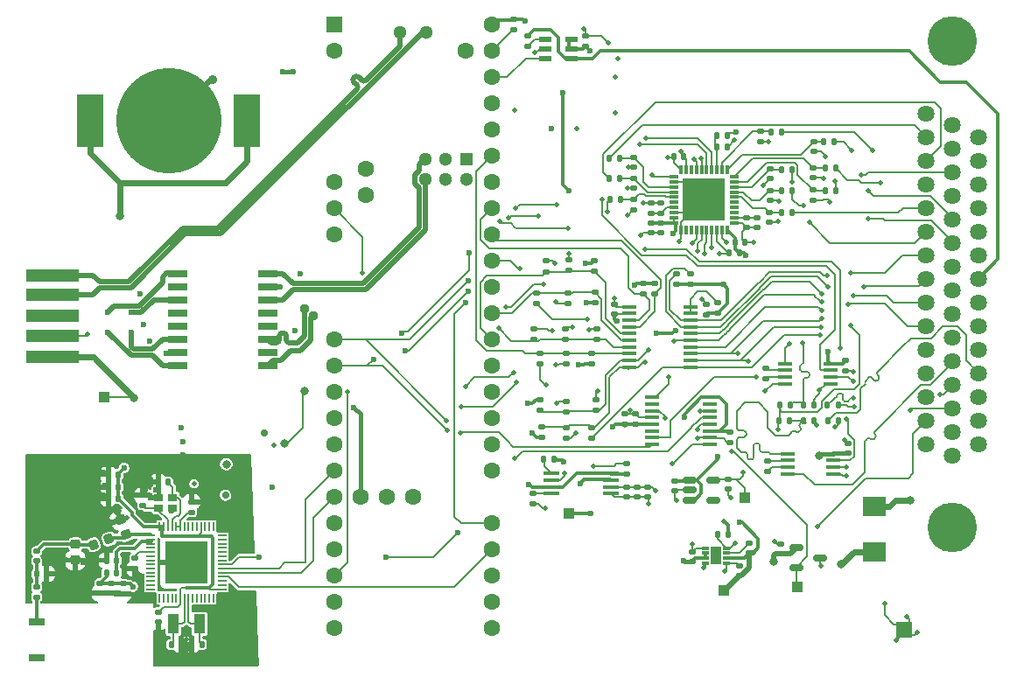
<source format=gtl>
G04 #@! TF.GenerationSoftware,KiCad,Pcbnew,9.0.4*
G04 #@! TF.CreationDate,2025-11-03T14:19:56-05:00*
G04 #@! TF.ProjectId,main_board_v1,6d61696e-5f62-46f6-9172-645f76312e6b,rev?*
G04 #@! TF.SameCoordinates,Original*
G04 #@! TF.FileFunction,Copper,L1,Top*
G04 #@! TF.FilePolarity,Positive*
%FSLAX46Y46*%
G04 Gerber Fmt 4.6, Leading zero omitted, Abs format (unit mm)*
G04 Created by KiCad (PCBNEW 9.0.4) date 2025-11-03 14:19:56*
%MOMM*%
%LPD*%
G01*
G04 APERTURE LIST*
G04 Aperture macros list*
%AMRoundRect*
0 Rectangle with rounded corners*
0 $1 Rounding radius*
0 $2 $3 $4 $5 $6 $7 $8 $9 X,Y pos of 4 corners*
0 Add a 4 corners polygon primitive as box body*
4,1,4,$2,$3,$4,$5,$6,$7,$8,$9,$2,$3,0*
0 Add four circle primitives for the rounded corners*
1,1,$1+$1,$2,$3*
1,1,$1+$1,$4,$5*
1,1,$1+$1,$6,$7*
1,1,$1+$1,$8,$9*
0 Add four rect primitives between the rounded corners*
20,1,$1+$1,$2,$3,$4,$5,0*
20,1,$1+$1,$4,$5,$6,$7,0*
20,1,$1+$1,$6,$7,$8,$9,0*
20,1,$1+$1,$8,$9,$2,$3,0*%
G04 Aperture macros list end*
G04 #@! TA.AperFunction,EtchedComponent*
%ADD10C,0.000000*%
G04 #@! TD*
G04 #@! TA.AperFunction,SMDPad,CuDef*
%ADD11RoundRect,0.150000X-0.512500X-0.150000X0.512500X-0.150000X0.512500X0.150000X-0.512500X0.150000X0*%
G04 #@! TD*
G04 #@! TA.AperFunction,SMDPad,CuDef*
%ADD12RoundRect,0.147500X0.147500X0.172500X-0.147500X0.172500X-0.147500X-0.172500X0.147500X-0.172500X0*%
G04 #@! TD*
G04 #@! TA.AperFunction,SMDPad,CuDef*
%ADD13RoundRect,0.135000X-0.135000X-0.185000X0.135000X-0.185000X0.135000X0.185000X-0.135000X0.185000X0*%
G04 #@! TD*
G04 #@! TA.AperFunction,SMDPad,CuDef*
%ADD14RoundRect,0.140000X-0.170000X0.140000X-0.170000X-0.140000X0.170000X-0.140000X0.170000X0.140000X0*%
G04 #@! TD*
G04 #@! TA.AperFunction,SMDPad,CuDef*
%ADD15RoundRect,0.135000X-0.185000X0.135000X-0.185000X-0.135000X0.185000X-0.135000X0.185000X0.135000X0*%
G04 #@! TD*
G04 #@! TA.AperFunction,SMDPad,CuDef*
%ADD16RoundRect,0.135000X0.185000X-0.135000X0.185000X0.135000X-0.185000X0.135000X-0.185000X-0.135000X0*%
G04 #@! TD*
G04 #@! TA.AperFunction,SMDPad,CuDef*
%ADD17RoundRect,0.147500X0.172500X-0.147500X0.172500X0.147500X-0.172500X0.147500X-0.172500X-0.147500X0*%
G04 #@! TD*
G04 #@! TA.AperFunction,SMDPad,CuDef*
%ADD18RoundRect,0.140000X0.170000X-0.140000X0.170000X0.140000X-0.170000X0.140000X-0.170000X-0.140000X0*%
G04 #@! TD*
G04 #@! TA.AperFunction,SMDPad,CuDef*
%ADD19RoundRect,0.147500X-0.172500X0.147500X-0.172500X-0.147500X0.172500X-0.147500X0.172500X0.147500X0*%
G04 #@! TD*
G04 #@! TA.AperFunction,SMDPad,CuDef*
%ADD20R,5.200000X1.250000*%
G04 #@! TD*
G04 #@! TA.AperFunction,ComponentPad*
%ADD21R,1.600000X1.600000*%
G04 #@! TD*
G04 #@! TA.AperFunction,ComponentPad*
%ADD22C,1.600000*%
G04 #@! TD*
G04 #@! TA.AperFunction,ComponentPad*
%ADD23R,1.300000X1.300000*%
G04 #@! TD*
G04 #@! TA.AperFunction,ComponentPad*
%ADD24C,1.300000*%
G04 #@! TD*
G04 #@! TA.AperFunction,SMDPad,CuDef*
%ADD25R,1.473200X0.355600*%
G04 #@! TD*
G04 #@! TA.AperFunction,SMDPad,CuDef*
%ADD26R,1.000000X1.000000*%
G04 #@! TD*
G04 #@! TA.AperFunction,SMDPad,CuDef*
%ADD27RoundRect,0.218750X-0.117915X-0.315613X0.293200X-0.165979X0.117915X0.315613X-0.293200X0.165979X0*%
G04 #@! TD*
G04 #@! TA.AperFunction,SMDPad,CuDef*
%ADD28RoundRect,0.140000X0.140000X0.170000X-0.140000X0.170000X-0.140000X-0.170000X0.140000X-0.170000X0*%
G04 #@! TD*
G04 #@! TA.AperFunction,SMDPad,CuDef*
%ADD29R,1.400000X0.450000*%
G04 #@! TD*
G04 #@! TA.AperFunction,SMDPad,CuDef*
%ADD30RoundRect,0.051250X-0.733750X-0.153750X0.733750X-0.153750X0.733750X0.153750X-0.733750X0.153750X0*%
G04 #@! TD*
G04 #@! TA.AperFunction,SMDPad,CuDef*
%ADD31R,0.850000X0.200000*%
G04 #@! TD*
G04 #@! TA.AperFunction,SMDPad,CuDef*
%ADD32R,0.200000X0.850000*%
G04 #@! TD*
G04 #@! TA.AperFunction,SMDPad,CuDef*
%ADD33R,4.050000X4.050000*%
G04 #@! TD*
G04 #@! TA.AperFunction,SMDPad,CuDef*
%ADD34RoundRect,0.135000X0.135000X0.185000X-0.135000X0.185000X-0.135000X-0.185000X0.135000X-0.185000X0*%
G04 #@! TD*
G04 #@! TA.AperFunction,SMDPad,CuDef*
%ADD35R,1.600000X0.800000*%
G04 #@! TD*
G04 #@! TA.AperFunction,SMDPad,CuDef*
%ADD36C,0.500000*%
G04 #@! TD*
G04 #@! TA.AperFunction,SMDPad,CuDef*
%ADD37R,1.150000X0.600000*%
G04 #@! TD*
G04 #@! TA.AperFunction,SMDPad,CuDef*
%ADD38R,1.100000X1.900000*%
G04 #@! TD*
G04 #@! TA.AperFunction,SMDPad,CuDef*
%ADD39R,2.500000X5.100000*%
G04 #@! TD*
G04 #@! TA.AperFunction,SMDPad,CuDef*
%ADD40C,10.200000*%
G04 #@! TD*
G04 #@! TA.AperFunction,SMDPad,CuDef*
%ADD41R,0.850000X0.300000*%
G04 #@! TD*
G04 #@! TA.AperFunction,SMDPad,CuDef*
%ADD42R,0.300000X0.850000*%
G04 #@! TD*
G04 #@! TA.AperFunction,SMDPad,CuDef*
%ADD43R,0.850000X0.750000*%
G04 #@! TD*
G04 #@! TA.AperFunction,SMDPad,CuDef*
%ADD44RoundRect,0.140000X-0.140000X-0.170000X0.140000X-0.170000X0.140000X0.170000X-0.140000X0.170000X0*%
G04 #@! TD*
G04 #@! TA.AperFunction,SMDPad,CuDef*
%ADD45RoundRect,0.225000X-0.250000X0.225000X-0.250000X-0.225000X0.250000X-0.225000X0.250000X0.225000X0*%
G04 #@! TD*
G04 #@! TA.AperFunction,SMDPad,CuDef*
%ADD46R,2.259800X1.874000*%
G04 #@! TD*
G04 #@! TA.AperFunction,ComponentPad*
%ADD47C,1.638000*%
G04 #@! TD*
G04 #@! TA.AperFunction,ComponentPad*
%ADD48C,4.801000*%
G04 #@! TD*
G04 #@! TA.AperFunction,SMDPad,CuDef*
%ADD49R,0.700000X0.300000*%
G04 #@! TD*
G04 #@! TA.AperFunction,SMDPad,CuDef*
%ADD50R,1.000000X1.700000*%
G04 #@! TD*
G04 #@! TA.AperFunction,SMDPad,CuDef*
%ADD51R,1.910000X0.640000*%
G04 #@! TD*
G04 #@! TA.AperFunction,SMDPad,CuDef*
%ADD52RoundRect,0.225000X0.311878X-0.125926X0.157969X0.296936X-0.311878X0.125926X-0.157969X-0.296936X0*%
G04 #@! TD*
G04 #@! TA.AperFunction,SMDPad,CuDef*
%ADD53R,1.475000X0.450000*%
G04 #@! TD*
G04 #@! TA.AperFunction,SMDPad,CuDef*
%ADD54RoundRect,0.147500X-0.147500X-0.172500X0.147500X-0.172500X0.147500X0.172500X-0.147500X0.172500X0*%
G04 #@! TD*
G04 #@! TA.AperFunction,ViaPad*
%ADD55C,0.500000*%
G04 #@! TD*
G04 #@! TA.AperFunction,ViaPad*
%ADD56C,0.600000*%
G04 #@! TD*
G04 #@! TA.AperFunction,ViaPad*
%ADD57C,0.900000*%
G04 #@! TD*
G04 #@! TA.AperFunction,ViaPad*
%ADD58C,0.700000*%
G04 #@! TD*
G04 #@! TA.AperFunction,ViaPad*
%ADD59C,0.800000*%
G04 #@! TD*
G04 #@! TA.AperFunction,ViaPad*
%ADD60C,0.960000*%
G04 #@! TD*
G04 #@! TA.AperFunction,Conductor*
%ADD61C,0.160000*%
G04 #@! TD*
G04 #@! TA.AperFunction,Conductor*
%ADD62C,0.200000*%
G04 #@! TD*
G04 #@! TA.AperFunction,Conductor*
%ADD63C,0.600000*%
G04 #@! TD*
G04 #@! TA.AperFunction,Conductor*
%ADD64C,0.300000*%
G04 #@! TD*
G04 #@! TA.AperFunction,Conductor*
%ADD65C,0.500000*%
G04 #@! TD*
G04 #@! TA.AperFunction,Conductor*
%ADD66C,0.400000*%
G04 #@! TD*
G04 #@! TA.AperFunction,Conductor*
%ADD67C,0.480000*%
G04 #@! TD*
G04 #@! TA.AperFunction,Conductor*
%ADD68C,0.320000*%
G04 #@! TD*
G04 APERTURE END LIST*
D10*
G04 #@! TA.AperFunction,EtchedComponent*
G36*
X127650000Y-82750000D02*
G01*
X126150000Y-82750000D01*
X126150000Y-81250000D01*
X127650000Y-81250000D01*
X127650000Y-82750000D01*
G37*
G04 #@! TD.AperFunction*
G04 #@! TA.AperFunction,EtchedComponent*
G36*
X67800000Y-28300000D02*
G01*
X66800000Y-28300000D01*
X66800000Y-27800000D01*
X67800000Y-27800000D01*
X67800000Y-28300000D01*
G37*
G04 #@! TD.AperFunction*
D11*
X116464500Y-74104950D03*
X116464500Y-76004950D03*
X118739500Y-75054950D03*
D12*
X43960000Y-76625000D03*
X42990000Y-76625000D03*
D13*
X119242000Y-37354950D03*
X120262000Y-37354950D03*
D14*
X100752000Y-36294950D03*
X100752000Y-37254950D03*
D15*
X91050000Y-52890000D03*
X91050000Y-53910000D03*
X113702000Y-65644950D03*
X113702000Y-66664950D03*
D16*
X97020000Y-50400000D03*
X97020000Y-49380000D03*
D17*
X42975000Y-78860000D03*
X42975000Y-77890000D03*
D18*
X121452000Y-64934950D03*
X121452000Y-63974950D03*
D14*
X104702000Y-67624950D03*
X104702000Y-68584950D03*
D19*
X111952000Y-73619950D03*
X111952000Y-74589950D03*
D20*
X44500000Y-47700000D03*
X44500000Y-49600000D03*
X44500000Y-51600000D03*
X44500000Y-53600000D03*
X44500000Y-55600000D03*
D15*
X57980000Y-69635050D03*
X57980000Y-70655050D03*
D14*
X101092000Y-68224950D03*
X101092000Y-69184950D03*
D13*
X119242000Y-39504950D03*
X120262000Y-39504950D03*
D21*
X71762000Y-23464950D03*
D22*
X71762000Y-26004950D03*
X71762000Y-38704950D03*
X71762000Y-41244950D03*
X71762000Y-43784950D03*
X71762000Y-53944950D03*
X71762000Y-56484950D03*
X71762000Y-59024950D03*
X71762000Y-61564950D03*
X71762000Y-64104950D03*
X71762000Y-66644950D03*
X71762000Y-69184950D03*
X71762000Y-71724950D03*
X71762000Y-74264950D03*
X71762000Y-76804950D03*
X71762000Y-79344950D03*
X71762000Y-81884950D03*
X87002000Y-81884950D03*
X87002000Y-79344950D03*
X87002000Y-76804950D03*
X87002000Y-74264950D03*
X87002000Y-71724950D03*
X87002000Y-66644950D03*
X87002000Y-64104950D03*
X87002000Y-61564950D03*
X87002000Y-59024950D03*
X87002000Y-56484950D03*
X87002000Y-53944950D03*
X87002000Y-51404950D03*
X87002000Y-48864950D03*
X87002000Y-46324950D03*
X87002000Y-43784950D03*
X87002000Y-41244950D03*
X87002000Y-38704950D03*
X87002000Y-36164950D03*
X87002000Y-33624950D03*
X87002000Y-31084950D03*
X87002000Y-28544950D03*
X87002000Y-26004950D03*
X87002000Y-23464950D03*
X84462000Y-26004950D03*
X74302000Y-69184950D03*
X76842000Y-69184950D03*
X79382000Y-69184950D03*
X74812800Y-37384150D03*
X74812800Y-39924150D03*
D23*
X84563600Y-36434950D03*
D24*
X82563600Y-36434950D03*
X80563600Y-36434950D03*
X80563600Y-38434950D03*
X82563600Y-38434950D03*
X84563600Y-38434950D03*
X80652000Y-24194950D03*
X78112000Y-24194950D03*
D16*
X104892000Y-48624950D03*
X104892000Y-47604950D03*
D25*
X102493700Y-59529951D03*
X102493700Y-60179949D03*
X102493700Y-60829951D03*
X102493700Y-61479949D03*
X102493700Y-62129948D03*
X102493700Y-62779949D03*
X102493700Y-63429948D03*
X102493700Y-64079949D03*
X108132500Y-64079949D03*
X108132500Y-63429951D03*
X108132500Y-62779949D03*
X108132500Y-62129951D03*
X108132500Y-61479952D03*
X108132500Y-60829951D03*
X108132500Y-60179952D03*
X108132500Y-59529951D03*
D11*
X106164500Y-67554950D03*
X106164500Y-68504950D03*
X106164500Y-69454950D03*
X108439500Y-69454950D03*
X108439500Y-67554950D03*
D14*
X102402000Y-42664950D03*
X102402000Y-43624950D03*
D26*
X109450000Y-78204950D03*
D14*
X118152000Y-34774950D03*
X118152000Y-35734950D03*
D27*
X48489992Y-73788682D03*
X49970008Y-73250000D03*
D28*
X55710000Y-67750000D03*
X54750000Y-67750000D03*
D18*
X43000000Y-75380000D03*
X43000000Y-74420000D03*
D16*
X96650000Y-56320000D03*
X96650000Y-55300000D03*
D14*
X110050000Y-62920000D03*
X110050000Y-63880000D03*
D29*
X115352000Y-56254950D03*
X115352000Y-56904950D03*
X115352000Y-57554950D03*
X115352000Y-58204950D03*
X119752000Y-58204950D03*
X119752000Y-57554950D03*
X119752000Y-56904950D03*
X119752000Y-56254950D03*
D14*
X112702000Y-42124950D03*
X112702000Y-43084950D03*
D30*
X92802000Y-66904950D03*
X92802000Y-67554950D03*
X92802000Y-68204950D03*
X92802000Y-68854950D03*
X98542000Y-68854950D03*
X98542000Y-68204950D03*
X98542000Y-67554950D03*
X98542000Y-66904950D03*
D14*
X111702000Y-42124950D03*
X111702000Y-43084950D03*
D16*
X94500000Y-47250000D03*
X94500000Y-46230000D03*
D14*
X100092000Y-68224950D03*
X100092000Y-69184950D03*
D31*
X54030000Y-72900000D03*
X54030000Y-73300000D03*
X54030000Y-73700000D03*
X54030000Y-74100000D03*
X54030000Y-74500000D03*
X54030000Y-74900000D03*
X54030000Y-75300000D03*
X54030000Y-75700000D03*
X54030000Y-76100000D03*
X54030000Y-76500000D03*
X54030000Y-76900000D03*
X54030000Y-77300000D03*
X54030000Y-77700000D03*
X54030000Y-78100000D03*
D32*
X54880000Y-78950000D03*
X55280000Y-78950000D03*
X55680000Y-78950000D03*
X56080000Y-78950000D03*
X56480000Y-78950000D03*
X56880000Y-78950000D03*
X57280000Y-78950000D03*
X57680000Y-78950000D03*
X58080000Y-78950000D03*
X58480000Y-78950000D03*
X58880000Y-78950000D03*
X59280000Y-78950000D03*
X59680000Y-78950000D03*
X60080000Y-78950000D03*
D31*
X60930000Y-78100000D03*
X60930000Y-77700000D03*
X60930000Y-77300000D03*
X60930000Y-76900000D03*
X60930000Y-76500000D03*
X60930000Y-76100000D03*
X60930000Y-75700000D03*
X60930000Y-75300000D03*
X60930000Y-74900000D03*
X60930000Y-74500000D03*
X60930000Y-74100000D03*
X60930000Y-73700000D03*
X60930000Y-73300000D03*
X60930000Y-72900000D03*
D32*
X60080000Y-72050000D03*
X59680000Y-72050000D03*
X59280000Y-72050000D03*
X58880000Y-72050000D03*
X58480000Y-72050000D03*
X58080000Y-72050000D03*
X57680000Y-72050000D03*
X57280000Y-72050000D03*
X56880000Y-72050000D03*
X56480000Y-72050000D03*
X56080000Y-72050000D03*
X55680000Y-72050000D03*
X55280000Y-72050000D03*
X54880000Y-72050000D03*
D33*
X57480000Y-75500000D03*
D16*
X96650000Y-63460000D03*
X96650000Y-62440000D03*
D15*
X97200000Y-52890000D03*
X97200000Y-53910000D03*
X94200000Y-55300000D03*
X94200000Y-56320000D03*
X101652000Y-48494950D03*
X101652000Y-49514950D03*
D34*
X99402000Y-36374950D03*
X98382000Y-36374950D03*
D26*
X116550000Y-77900000D03*
D16*
X91350000Y-50460000D03*
X91350000Y-49440000D03*
D14*
X121252000Y-55974950D03*
X121252000Y-56934950D03*
X50200000Y-77520000D03*
X50200000Y-78480000D03*
X51350000Y-77570000D03*
X51350000Y-78530000D03*
D16*
X94150000Y-53910000D03*
X94150000Y-52890000D03*
D18*
X98842000Y-51474950D03*
X98842000Y-50514950D03*
D26*
X111500000Y-69250000D03*
D16*
X106242000Y-48624950D03*
X106242000Y-47604950D03*
D14*
X106402000Y-74454950D03*
X106402000Y-75414950D03*
D18*
X110952000Y-76784950D03*
X110952000Y-75824950D03*
D35*
X43000000Y-81300000D03*
X43000000Y-84700000D03*
D36*
X127400000Y-81500000D03*
X127400000Y-82500000D03*
X126400000Y-81500000D03*
X126400000Y-82500000D03*
D37*
X92202000Y-24854950D03*
X92202000Y-25804950D03*
X92202000Y-26754950D03*
X94702000Y-26754950D03*
X94702000Y-25804950D03*
X94702000Y-24854950D03*
D16*
X91850000Y-63410000D03*
X91850000Y-62390000D03*
X52500000Y-76110000D03*
X52500000Y-75090000D03*
D13*
X115012000Y-37454950D03*
X116032000Y-37454950D03*
X115072000Y-41654950D03*
X116092000Y-41654950D03*
D14*
X54750000Y-80320000D03*
X54750000Y-81280000D03*
D18*
X103402000Y-41704950D03*
X103402000Y-40744950D03*
D14*
X118102000Y-39474950D03*
X118102000Y-40434950D03*
X100752000Y-38344950D03*
X100752000Y-39304950D03*
D13*
X114852000Y-60304950D03*
X115872000Y-60304950D03*
D16*
X91650000Y-56270000D03*
X91650000Y-55250000D03*
D36*
X66800000Y-28050000D03*
X67800000Y-28050000D03*
D14*
X113892000Y-41614950D03*
X113892000Y-42574950D03*
D16*
X108842000Y-51384950D03*
X108842000Y-50364950D03*
D15*
X91650000Y-59740000D03*
X91650000Y-60760000D03*
X94400000Y-49440000D03*
X94400000Y-50460000D03*
D38*
X58730000Y-81450000D03*
X56230000Y-81450000D03*
D14*
X100752000Y-40394950D03*
X100752000Y-41354950D03*
D15*
X96950000Y-46261300D03*
X96950000Y-47281300D03*
D34*
X99402000Y-38324950D03*
X98382000Y-38324950D03*
D13*
X119502000Y-61754950D03*
X120522000Y-61754950D03*
D14*
X118102000Y-37324950D03*
X118102000Y-38284950D03*
D15*
X92300000Y-46340000D03*
X92300000Y-47360000D03*
D34*
X99452000Y-40374950D03*
X98432000Y-40374950D03*
D14*
X109902000Y-67474950D03*
X109902000Y-68434950D03*
D18*
X53230000Y-69980000D03*
X53230000Y-69020000D03*
D13*
X108752000Y-35254950D03*
X109772000Y-35254950D03*
X119142000Y-34804950D03*
X120162000Y-34804950D03*
D34*
X109762000Y-34154950D03*
X108742000Y-34154950D03*
D29*
X115602000Y-64979950D03*
X115602000Y-65629950D03*
X115602000Y-66279950D03*
X115602000Y-66929950D03*
X120002000Y-66929950D03*
X120002000Y-66279950D03*
X120002000Y-65629950D03*
X120002000Y-64979950D03*
D39*
X63350000Y-32750000D03*
X48150000Y-32750000D03*
D40*
X55750000Y-32750000D03*
D41*
X104602000Y-38154950D03*
X104602000Y-38654950D03*
X104602000Y-39154950D03*
X104602000Y-39654950D03*
X104602000Y-40154950D03*
X104602000Y-40654950D03*
X104602000Y-41154950D03*
X104602000Y-41654950D03*
X104602000Y-42154950D03*
X104602000Y-42654950D03*
D42*
X105302000Y-43354950D03*
X105802000Y-43354950D03*
X106302000Y-43354950D03*
X106802000Y-43354950D03*
X107302000Y-43354950D03*
X107802000Y-43354950D03*
X108302000Y-43354950D03*
X108802000Y-43354950D03*
X109302000Y-43354950D03*
X109802000Y-43354950D03*
D41*
X110502000Y-42654950D03*
X110502000Y-42154950D03*
X110502000Y-41654950D03*
X110502000Y-41154950D03*
X110502000Y-40654950D03*
X110502000Y-40154950D03*
X110502000Y-39654950D03*
X110502000Y-39154950D03*
X110502000Y-38654950D03*
X110502000Y-38154950D03*
D42*
X109802000Y-37454950D03*
X109302000Y-37454950D03*
X108802000Y-37454950D03*
X108302000Y-37454950D03*
X107802000Y-37454950D03*
X107302000Y-37454950D03*
X106802000Y-37454950D03*
X106302000Y-37454950D03*
X105802000Y-37454950D03*
X105302000Y-37454950D03*
D33*
X107552000Y-40404950D03*
D26*
X94500000Y-70750000D03*
D28*
X50880000Y-68200000D03*
X49920000Y-68200000D03*
D43*
X54805000Y-70275000D03*
X56155000Y-70275000D03*
X56155000Y-69225000D03*
X54805000Y-69225000D03*
D44*
X56000000Y-83450000D03*
X56960000Y-83450000D03*
D28*
X58960000Y-83450000D03*
X58000000Y-83450000D03*
D13*
X117152000Y-61754950D03*
X118172000Y-61754950D03*
D45*
X46730000Y-73744341D03*
X46730000Y-75294341D03*
D16*
X94250000Y-63460000D03*
X94250000Y-62440000D03*
D46*
X124002000Y-74470700D03*
X124002000Y-70056700D03*
D18*
X107742000Y-51504950D03*
X107742000Y-50544950D03*
D28*
X50730000Y-75300000D03*
X49770000Y-75300000D03*
D14*
X89150000Y-22970000D03*
X89150000Y-23930000D03*
D15*
X90476000Y-24544950D03*
X90476000Y-25564950D03*
D47*
X129022000Y-64054950D03*
X129022000Y-61768950D03*
X129022000Y-59482950D03*
X129022000Y-57196950D03*
X129022000Y-54910950D03*
X129022000Y-52624950D03*
X129022000Y-50338950D03*
X129022000Y-48052950D03*
X129022000Y-45766950D03*
X129022000Y-43480950D03*
X129022000Y-41194950D03*
X129022000Y-38908950D03*
X129022000Y-36622950D03*
X129022000Y-34336950D03*
X129022000Y-32050950D03*
X131562000Y-65197950D03*
X131562000Y-62911950D03*
X131562000Y-60625950D03*
X131562000Y-58339950D03*
X131562000Y-56053950D03*
X131562000Y-53767950D03*
X131562000Y-51481950D03*
X131562000Y-49195950D03*
X131562000Y-46909950D03*
X131562000Y-44623950D03*
X131562000Y-42337950D03*
X131562000Y-40051950D03*
X131562000Y-37765950D03*
X131562000Y-35479950D03*
X131562000Y-33193950D03*
X134102000Y-64054950D03*
X134102000Y-61768950D03*
X134102000Y-59482950D03*
X134102000Y-57196950D03*
X134102000Y-54910950D03*
X134102000Y-52624950D03*
X134102000Y-50338950D03*
X134102000Y-48052950D03*
X134102000Y-45766950D03*
X134102000Y-43480950D03*
X134102000Y-41194950D03*
X134102000Y-38908950D03*
X134102000Y-36622950D03*
X134102000Y-34336950D03*
D48*
X131562000Y-72080950D03*
X131562000Y-25040950D03*
D15*
X102752000Y-48494950D03*
X102752000Y-49514950D03*
X97100000Y-59790000D03*
X97100000Y-60810000D03*
D14*
X103402000Y-42644950D03*
X103402000Y-43604950D03*
X113922000Y-39524950D03*
X113922000Y-40484950D03*
D49*
X107652000Y-74117450D03*
X107652000Y-74617450D03*
X107652000Y-75117450D03*
X107652000Y-75617450D03*
X109752000Y-75617450D03*
X109752000Y-75117450D03*
X109752000Y-74617450D03*
X109752000Y-74117450D03*
D50*
X108702000Y-74867450D03*
D14*
X114952000Y-73724950D03*
X114952000Y-74684950D03*
D13*
X117142000Y-60304950D03*
X118162000Y-60304950D03*
X109942000Y-45554950D03*
X110962000Y-45554950D03*
X114042000Y-33834950D03*
X115062000Y-33834950D03*
D14*
X96076000Y-24574950D03*
X96076000Y-25534950D03*
X49100000Y-77520000D03*
X49100000Y-78480000D03*
D18*
X102402000Y-41704950D03*
X102402000Y-40744950D03*
D13*
X115062000Y-39554950D03*
X116082000Y-39554950D03*
D51*
X65385000Y-56445000D03*
X65385000Y-55175000D03*
X65385000Y-53905000D03*
X65385000Y-52635000D03*
X65385000Y-51365000D03*
X65385000Y-50095000D03*
X65385000Y-48825000D03*
X65385000Y-47555000D03*
X56615000Y-47555000D03*
X56615000Y-48825000D03*
X56615000Y-50095000D03*
X56615000Y-51365000D03*
X56615000Y-52635000D03*
X56615000Y-53905000D03*
X56615000Y-55175000D03*
X56615000Y-56445000D03*
D13*
X108852000Y-72804950D03*
X109872000Y-72804950D03*
D52*
X51632566Y-72826433D03*
X51102434Y-71369909D03*
D15*
X90977000Y-68844950D03*
X90977000Y-69864950D03*
D14*
X113932000Y-37404950D03*
X113932000Y-38364950D03*
X99932500Y-61149949D03*
X99932500Y-62109949D03*
D28*
X50880000Y-67000000D03*
X49920000Y-67000000D03*
D53*
X100354000Y-50749950D03*
X100354000Y-51399950D03*
X100354000Y-52049950D03*
X100354000Y-52699950D03*
X100354000Y-53349950D03*
X100354000Y-53999950D03*
X100354000Y-54649950D03*
X100354000Y-55299950D03*
X100354000Y-55949950D03*
X100354000Y-56599950D03*
X106230000Y-56599950D03*
X106230000Y-55949950D03*
X106230000Y-55299950D03*
X106230000Y-54649950D03*
X106230000Y-53999950D03*
X106230000Y-53349950D03*
X106230000Y-52699950D03*
X106230000Y-52049950D03*
X106230000Y-51399950D03*
X106230000Y-50749950D03*
D16*
X94250000Y-60910000D03*
X94250000Y-59890000D03*
D15*
X113502000Y-56694950D03*
X113502000Y-57714950D03*
D28*
X50880000Y-69300000D03*
X49920000Y-69300000D03*
D54*
X49765000Y-76500000D03*
X50735000Y-76500000D03*
D44*
X110572000Y-44554950D03*
X111532000Y-44554950D03*
D14*
X113052000Y-33804950D03*
X113052000Y-34764950D03*
D18*
X100092000Y-66934950D03*
X100092000Y-65974950D03*
D28*
X105582000Y-36254950D03*
X104622000Y-36254950D03*
D13*
X114832000Y-61774950D03*
X115852000Y-61774950D03*
D14*
X102092000Y-68224950D03*
X102092000Y-69184950D03*
D34*
X93060000Y-65550000D03*
X92040000Y-65550000D03*
D13*
X119492000Y-60304950D03*
X120512000Y-60304950D03*
D14*
X100932500Y-61149949D03*
X100932500Y-62109949D03*
D26*
X49500000Y-59500000D03*
D55*
X99000000Y-32000000D03*
X99000000Y-28500000D03*
X96450000Y-52950000D03*
X97702000Y-40350000D03*
X106953843Y-45380768D03*
X107600000Y-45650000D03*
X117150000Y-41000000D03*
X121863525Y-35636475D03*
X104493633Y-65943450D03*
X120250000Y-62400000D03*
X118400000Y-62250000D03*
X104152000Y-57589500D03*
D56*
X64500000Y-75000000D03*
D55*
X91500000Y-42000000D03*
X101877000Y-56079950D03*
D56*
X59050000Y-69750000D03*
D55*
X58000000Y-82850000D03*
X56950000Y-82850000D03*
X110502000Y-34654950D03*
X95952000Y-23854950D03*
X121138525Y-63661475D03*
X114702000Y-42455950D03*
X121300000Y-67150000D03*
X105302000Y-35704950D03*
D57*
X60000000Y-28750000D03*
D55*
X100152235Y-41904715D03*
X100252000Y-37254950D03*
X122102000Y-60404950D03*
X119152000Y-38354950D03*
X107502000Y-76054950D03*
X119701236Y-40605714D03*
X89250000Y-31750000D03*
X98250000Y-25250000D03*
X101712000Y-40744950D03*
X121952000Y-57050000D03*
X118702000Y-58854950D03*
X100152000Y-39304950D03*
X91202000Y-26154950D03*
X127150000Y-80750000D03*
X99250000Y-26750000D03*
X113750000Y-34764950D03*
X101452000Y-43804950D03*
X105102000Y-44404950D03*
X109552000Y-76354950D03*
X119301265Y-36254215D03*
D56*
X66800000Y-28050000D03*
D55*
X114802000Y-40504950D03*
X113250000Y-39000000D03*
X58200000Y-67900000D03*
D56*
X52300000Y-77850000D03*
X51450000Y-66350000D03*
D55*
X102500000Y-38000000D03*
D58*
X61250000Y-69000000D03*
D59*
X67000000Y-64000000D03*
X61335000Y-66000000D03*
X68928475Y-58928475D03*
D55*
X121752000Y-52554950D03*
X111328475Y-66778475D03*
X114702000Y-62654950D03*
X107252000Y-36356423D03*
X102852000Y-68554950D03*
X109500000Y-71500000D03*
D56*
X111002000Y-71654950D03*
X90550000Y-68000000D03*
D59*
X52430563Y-59569437D03*
D56*
X96500000Y-26000000D03*
X119552000Y-55104950D03*
D59*
X118652000Y-65154950D03*
D56*
X109452000Y-48624950D03*
X98724265Y-62375735D03*
X110615137Y-33862988D03*
X90200000Y-23100000D03*
X104552000Y-43655950D03*
X96550000Y-70750000D03*
X95602000Y-67854950D03*
X94000000Y-65750000D03*
D58*
X65000000Y-63000000D03*
D55*
X104000000Y-36304950D03*
X110223613Y-64773613D03*
D56*
X96150000Y-50400000D03*
X100850000Y-48677007D03*
X93900000Y-30000000D03*
X99116500Y-52129621D03*
X108852000Y-65254950D03*
X96050000Y-46571300D03*
X111602000Y-45754950D03*
X94500000Y-39500000D03*
X102902000Y-53304950D03*
X104790557Y-53104950D03*
X90900000Y-62950000D03*
X105626236Y-61429186D03*
X90500000Y-60125000D03*
X95400000Y-56350000D03*
X66550000Y-48800000D03*
X65385000Y-55175000D03*
D59*
X114252000Y-75404950D03*
D56*
X105552000Y-75354950D03*
D59*
X120802000Y-75704950D03*
X127500000Y-69500000D03*
D60*
X68907213Y-50938139D03*
X69722850Y-51615148D03*
D55*
X120752000Y-54754950D03*
X121302000Y-61592450D03*
X101952000Y-34404950D03*
X101800000Y-45154950D03*
X121277000Y-66279950D03*
X103800000Y-61500000D03*
X106896715Y-62599665D03*
X107200000Y-60829951D03*
D56*
X84752000Y-48254950D03*
D55*
X88632760Y-42132760D03*
X82652000Y-61804950D03*
X106545360Y-36448310D03*
X94350000Y-43184950D03*
D56*
X78312500Y-53312500D03*
D55*
X109052000Y-45604950D03*
X73061846Y-59004797D03*
D56*
X84800000Y-45550000D03*
D55*
X87750000Y-42500000D03*
X101302000Y-35004950D03*
D56*
X84752000Y-49254950D03*
X78602000Y-55054950D03*
D55*
X89350000Y-41250000D03*
X82698525Y-62701475D03*
X93300000Y-40850000D03*
D56*
X75552000Y-55854950D03*
D55*
X83952000Y-63004950D03*
X106382453Y-44632453D03*
X121952000Y-58004950D03*
X112552000Y-57554950D03*
X115802000Y-54304950D03*
X117052000Y-54254950D03*
X127500000Y-60750000D03*
X113452000Y-58954950D03*
X119516579Y-48817099D03*
X121750000Y-47504950D03*
X119452000Y-47754950D03*
X118805206Y-53503214D03*
X84102000Y-60454950D03*
X89430265Y-58026685D03*
X117749525Y-42602475D03*
X110797000Y-55299950D03*
X118902311Y-51908810D03*
X92250000Y-58300000D03*
D56*
X73661846Y-60500000D03*
D59*
X51000000Y-42000000D03*
D55*
X97250000Y-58900000D03*
X118899616Y-52708805D03*
X111852000Y-55999950D03*
D56*
X52137500Y-53200000D03*
D55*
X104650000Y-54050000D03*
X122000000Y-49654950D03*
X96250000Y-52000000D03*
X118902000Y-50304950D03*
X123402000Y-42254950D03*
X123852000Y-35604950D03*
D56*
X49862500Y-53200000D03*
D55*
X98202000Y-41554950D03*
X93100000Y-46550000D03*
X118902000Y-49504947D03*
X123000000Y-48857001D03*
D56*
X49862500Y-51300000D03*
D55*
X116052000Y-38654950D03*
D56*
X52137500Y-51300000D03*
D55*
X92850000Y-53050000D03*
X118901981Y-51108808D03*
X121475235Y-50533185D03*
D56*
X55500000Y-55250000D03*
X56615000Y-48825000D03*
D55*
X87673525Y-52826475D03*
X89102000Y-57154950D03*
X84502000Y-58454950D03*
X102202000Y-54954947D03*
X130352000Y-59229030D03*
X122002000Y-59604950D03*
X74500000Y-47500000D03*
X89200000Y-65411563D03*
X122750000Y-38000000D03*
X120252000Y-38604950D03*
X124652000Y-38754950D03*
X123452000Y-39553950D03*
D56*
X76802000Y-75004950D03*
X83752000Y-72604950D03*
D55*
X89700000Y-47100000D03*
X88402000Y-50754950D03*
X92000000Y-48553950D03*
D56*
X84452005Y-50403475D03*
D55*
X108282981Y-45050000D03*
X118552000Y-72004950D03*
X110552000Y-73654950D03*
X114402000Y-73504950D03*
X118852000Y-75804950D03*
X92200000Y-70250000D03*
X104852000Y-69504950D03*
X106452000Y-73704950D03*
X125000000Y-79500000D03*
X94052000Y-66854950D03*
X110102000Y-69204950D03*
X96852000Y-66204950D03*
X102202000Y-69854950D03*
D56*
X48000000Y-78500000D03*
X57135000Y-63865000D03*
X62000000Y-78500000D03*
X57095000Y-66405000D03*
X49600000Y-68050000D03*
X57500000Y-85000000D03*
X62000000Y-81000000D03*
X63000000Y-72000000D03*
X57000000Y-62500000D03*
X92750000Y-33500000D03*
D55*
X56000000Y-67000000D03*
X93300000Y-60100000D03*
X98850000Y-49950000D03*
X95150000Y-62950000D03*
D56*
X62000000Y-84000000D03*
X63000000Y-68000000D03*
X48000000Y-68500000D03*
X48650000Y-76550000D03*
D55*
X106900000Y-63450000D03*
D56*
X53000000Y-78500000D03*
D55*
X65935000Y-64170000D03*
D56*
X63000000Y-82500000D03*
X57150000Y-68800000D03*
X42500000Y-72000000D03*
X53000000Y-76800000D03*
X68500000Y-47600000D03*
X42500000Y-68500000D03*
X45750000Y-75250000D03*
X45500000Y-78500000D03*
X57480000Y-84000000D03*
X65750000Y-68235000D03*
D55*
X126150000Y-83050000D03*
D56*
X54000000Y-67500000D03*
X46750000Y-76000000D03*
D55*
X54000000Y-71250000D03*
D56*
X54500000Y-68500000D03*
X45000000Y-76750000D03*
D55*
X53350000Y-70900000D03*
X107308525Y-49991475D03*
D56*
X63500000Y-85000000D03*
X59500000Y-85000000D03*
X60000000Y-70500000D03*
X60500000Y-82500000D03*
X45000000Y-76250000D03*
D55*
X93200000Y-50300000D03*
D56*
X53500000Y-68500000D03*
X52200000Y-67350000D03*
X57135000Y-65135000D03*
X54800000Y-67050000D03*
D55*
X95250000Y-33500000D03*
X94450000Y-45650000D03*
D56*
X51950000Y-68650000D03*
X47500000Y-75500000D03*
X49000000Y-70000000D03*
X45000000Y-72000000D03*
X43500000Y-66500000D03*
X63500000Y-79500000D03*
D55*
X47900000Y-53400000D03*
D56*
X48000000Y-72000000D03*
X67950000Y-53075000D03*
X67800000Y-28050000D03*
X56000000Y-70500000D03*
D55*
X57480000Y-83000000D03*
X51684741Y-71157894D03*
D56*
X53300000Y-52450000D03*
X53199230Y-68039314D03*
X54000000Y-68000000D03*
X45000000Y-68500000D03*
D55*
X94771913Y-52771913D03*
D56*
X53000000Y-49500000D03*
D55*
X93200000Y-56350000D03*
X112352000Y-44554950D03*
D56*
X49450000Y-66750000D03*
X57480000Y-75500000D03*
D55*
X50000000Y-72000000D03*
D56*
X49450000Y-68950000D03*
X53957990Y-54082990D03*
X46500000Y-70000000D03*
X45000000Y-77250000D03*
X58000000Y-69000000D03*
X47000000Y-76500000D03*
X63000000Y-70000000D03*
D55*
X50500000Y-71600000D03*
D56*
X46500000Y-66500000D03*
X43500000Y-70000000D03*
D55*
X109700000Y-44550000D03*
D56*
X63000000Y-74000000D03*
D59*
X50750000Y-70500000D03*
D55*
X128200000Y-82250000D03*
X100400000Y-60800000D03*
D61*
X49500000Y-59500000D02*
X52361126Y-59500000D01*
X52361126Y-59500000D02*
X52430563Y-59569437D01*
D62*
X87673525Y-52826475D02*
X88897050Y-54050000D01*
X91660000Y-53900000D02*
X94140000Y-53900000D01*
X94140000Y-53900000D02*
X94150000Y-53910000D01*
X88897050Y-54050000D02*
X91510000Y-54050000D01*
X91510000Y-54050000D02*
X91660000Y-53900000D01*
X68928475Y-58928475D02*
X68702000Y-59154950D01*
X68702000Y-62500000D02*
X67202000Y-64000000D01*
X67202000Y-64000000D02*
X67000000Y-64000000D01*
X68702000Y-59154950D02*
X68702000Y-62500000D01*
D63*
X52430563Y-59569437D02*
X48461126Y-55600000D01*
X48461126Y-55600000D02*
X44500000Y-55600000D01*
D61*
X68950000Y-75550000D02*
X69000000Y-75500000D01*
X67000000Y-75550000D02*
X68950000Y-75550000D01*
X69000000Y-75500000D02*
X69000000Y-69406950D01*
X69000000Y-69406950D02*
X71762000Y-66644950D01*
D62*
X64500000Y-75000000D02*
X62540570Y-75000000D01*
X61840570Y-75700000D02*
X60930000Y-75700000D01*
X62540570Y-75000000D02*
X61840570Y-75700000D01*
D61*
X66450000Y-76100000D02*
X67000000Y-75550000D01*
X60930000Y-76100000D02*
X66450000Y-76100000D01*
D62*
X96510000Y-52890000D02*
X96450000Y-52950000D01*
X97200000Y-52890000D02*
X96510000Y-52890000D01*
X111328475Y-66778475D02*
X111328475Y-67121525D01*
X111328475Y-67121525D02*
X110975050Y-67474950D01*
X110975050Y-67474950D02*
X110632000Y-67474950D01*
X111500000Y-69250000D02*
X111500000Y-68342950D01*
X111500000Y-68342950D02*
X110632000Y-67474950D01*
X105813500Y-45154950D02*
X105813500Y-45157294D01*
X101800000Y-45154950D02*
X105813500Y-45154950D01*
X119902000Y-46404950D02*
X120752000Y-47254950D01*
X120752000Y-47254950D02*
X120752000Y-54754950D01*
X105813500Y-45157294D02*
X107061156Y-46404950D01*
X107061156Y-46404950D02*
X119902000Y-46404950D01*
X106802000Y-36704950D02*
X106802000Y-37454950D01*
X106545360Y-36448310D02*
X106802000Y-36704950D01*
X107252000Y-36356423D02*
X107302000Y-36406423D01*
X107302000Y-36406423D02*
X107302000Y-37454950D01*
X100252000Y-37254950D02*
X100752000Y-37254950D01*
X97652000Y-40400000D02*
X97702000Y-40350000D01*
X97652000Y-41104950D02*
X97652000Y-40400000D01*
X108802000Y-43354950D02*
X108802000Y-44458475D01*
X108802000Y-44458475D02*
X109898475Y-45554950D01*
X109898475Y-45554950D02*
X109942000Y-45554950D01*
X106382453Y-44632453D02*
X106802000Y-44212905D01*
X106802000Y-44212905D02*
X106802000Y-43354950D01*
X106953843Y-44628162D02*
X106953843Y-45380768D01*
X107302000Y-44280005D02*
X106953843Y-44628162D01*
X107600000Y-44749431D02*
X107600000Y-45650000D01*
X107794481Y-44554950D02*
X107600000Y-44749431D01*
X108282981Y-45050000D02*
X108282981Y-44715981D01*
X108282981Y-44715981D02*
X108302000Y-44696962D01*
X108302000Y-44696962D02*
X108302000Y-43354950D01*
X117150000Y-41000000D02*
X116747050Y-41000000D01*
X116747050Y-41000000D02*
X116082000Y-40334950D01*
X116082000Y-40334950D02*
X116082000Y-39554950D01*
X113250000Y-39000000D02*
X113296950Y-39000000D01*
X113296950Y-39000000D02*
X113932000Y-38364950D01*
X113750000Y-34764950D02*
X113052000Y-34764950D01*
X121032000Y-34804950D02*
X121863525Y-35636475D01*
X120162000Y-34804950D02*
X121032000Y-34804950D01*
X122750000Y-38000000D02*
X123156950Y-38000000D01*
X123391000Y-37765950D02*
X131562000Y-37765950D01*
X123156950Y-38000000D02*
X123391000Y-37765950D01*
X123452000Y-39553950D02*
X123927000Y-40028950D01*
X123927000Y-40028950D02*
X129439920Y-40028950D01*
X129439920Y-40028950D02*
X131562000Y-42151030D01*
X131562000Y-42151030D02*
X131562000Y-42337950D01*
X117749525Y-42602475D02*
X119727000Y-44579950D01*
X119727000Y-44579950D02*
X127923000Y-44579950D01*
X127923000Y-44579950D02*
X129022000Y-43480950D01*
X125177000Y-49654950D02*
X125861000Y-50338950D01*
X125861000Y-50338950D02*
X129022000Y-50338950D01*
X122000000Y-49654950D02*
X125177000Y-49654950D01*
X123000000Y-48857001D02*
X123107001Y-48750000D01*
X128324950Y-48750000D02*
X129022000Y-48052950D01*
X123107001Y-48750000D02*
X128324950Y-48750000D01*
X121750000Y-47504950D02*
X125002000Y-47504950D01*
X126740000Y-45766950D02*
X129022000Y-45766950D01*
X125002000Y-47504950D02*
X126740000Y-45766950D01*
X127581000Y-60625950D02*
X131562000Y-60625950D01*
X127500000Y-60750000D02*
X127500000Y-60706950D01*
X127500000Y-60706950D02*
X127581000Y-60625950D01*
X130352000Y-59229030D02*
X130672920Y-59229030D01*
X130672920Y-59229030D02*
X131562000Y-58339950D01*
X104493633Y-65943450D02*
X104556550Y-65943450D01*
X104556550Y-65943450D02*
X106420051Y-64079949D01*
X106420051Y-64079949D02*
X108132500Y-64079949D01*
X107308525Y-49991475D02*
X107742000Y-50424950D01*
X107742000Y-50424950D02*
X107742000Y-50544950D01*
X98850000Y-49950000D02*
X98850000Y-50156950D01*
X98850000Y-50156950D02*
X98842000Y-50164950D01*
X98842000Y-50164950D02*
X98842000Y-50514950D01*
X82698525Y-62701475D02*
X76482000Y-56484950D01*
X76482000Y-56484950D02*
X74352000Y-56484950D01*
X110803684Y-60753266D02*
X111502000Y-60054950D01*
X111502000Y-60054950D02*
X112852000Y-60054950D01*
X112852000Y-60054950D02*
X113702000Y-60904950D01*
X113702000Y-60904950D02*
X113702000Y-62452000D01*
X115702000Y-63204950D02*
X115945400Y-62961550D01*
X113702000Y-62452000D02*
X114454950Y-63204950D01*
X114454950Y-63204950D02*
X115702000Y-63204950D01*
X117502000Y-74956950D02*
X116452000Y-76006950D01*
X110223613Y-64773613D02*
X110370663Y-64773613D01*
X117502000Y-71904950D02*
X117502000Y-74956950D01*
X110370663Y-64773613D02*
X117502000Y-71904950D01*
X110632000Y-67474950D02*
X109902000Y-67474950D01*
X103800000Y-61500000D02*
X103800000Y-61393939D01*
X103800000Y-61393939D02*
X103236012Y-60829951D01*
X103236012Y-60829951D02*
X102493700Y-60829951D01*
X107200000Y-60829951D02*
X108132500Y-60829951D01*
X108132500Y-63429951D02*
X106920049Y-63429951D01*
X106920049Y-63429951D02*
X106900000Y-63450000D01*
X106900000Y-63450000D02*
X106998049Y-63548049D01*
X121952000Y-57050000D02*
X121887050Y-57050000D01*
X121887050Y-57050000D02*
X121772000Y-56934950D01*
X121772000Y-56934950D02*
X121252000Y-56934950D01*
X119502000Y-61754950D02*
X120256950Y-61000000D01*
X120256950Y-61000000D02*
X122356893Y-61000000D01*
X122356893Y-61000000D02*
X122703000Y-60653893D01*
X122703000Y-60653893D02*
X122703000Y-58670993D01*
X122703000Y-58670993D02*
X123148160Y-58225833D01*
X120522000Y-62128000D02*
X120250000Y-62400000D01*
X120522000Y-61754950D02*
X120522000Y-62128000D01*
X118172000Y-62022000D02*
X118400000Y-62250000D01*
X118172000Y-61754950D02*
X118172000Y-62022000D01*
X120522000Y-61834950D02*
X120522000Y-61754950D01*
X121138525Y-63661475D02*
X121452000Y-63974950D01*
X107326998Y-61479952D02*
X108132500Y-61479952D01*
X107094900Y-61651151D02*
X107155799Y-61651151D01*
X90012591Y-64750000D02*
X104056950Y-64750000D01*
X89200000Y-65411563D02*
X89351028Y-65411563D01*
X107094900Y-61712050D02*
X107094900Y-61651151D01*
X89351028Y-65411563D02*
X90012591Y-64750000D01*
X104056950Y-64750000D02*
X106345715Y-62461235D01*
X106345715Y-62461235D02*
X106345715Y-62371433D01*
X106345715Y-62371433D02*
X106668483Y-62048665D01*
X106668483Y-62048665D02*
X106758285Y-62048665D01*
X106758285Y-62048665D02*
X107094900Y-61712050D01*
X107155799Y-61651151D02*
X107326998Y-61479952D01*
X102826999Y-59529951D02*
X102493700Y-59529951D01*
X104152000Y-57589500D02*
X104089500Y-57652000D01*
X104089500Y-57652000D02*
X104089500Y-58267450D01*
X104089500Y-58267450D02*
X102826999Y-59529951D01*
X100250000Y-61149949D02*
X100400000Y-61149949D01*
X100400000Y-60800000D02*
X100400000Y-61149949D01*
X99932500Y-61149949D02*
X100250000Y-61149949D01*
X96650000Y-63460000D02*
X103510050Y-56599950D01*
X103510050Y-56599950D02*
X106230000Y-56599950D01*
X96250000Y-52000000D02*
X92890000Y-52000000D01*
X92890000Y-52000000D02*
X91350000Y-50460000D01*
X94268087Y-52771913D02*
X94150000Y-52890000D01*
X94771913Y-52771913D02*
X94268087Y-52771913D01*
X91096050Y-48553950D02*
X88895050Y-50754950D01*
X92000000Y-48553950D02*
X91096050Y-48553950D01*
X88895050Y-50754950D02*
X88402000Y-50754950D01*
X88765520Y-42000000D02*
X88632760Y-42132760D01*
X91500000Y-42000000D02*
X88765520Y-42000000D01*
X93300000Y-40850000D02*
X89750000Y-40850000D01*
X89750000Y-40850000D02*
X89350000Y-41250000D01*
X89387500Y-43184950D02*
X89252550Y-43050000D01*
X89252550Y-43050000D02*
X89250000Y-43050000D01*
X88883950Y-42683950D02*
X87933950Y-42683950D01*
X87933950Y-42683950D02*
X87750000Y-42500000D01*
X94350000Y-43184950D02*
X89387500Y-43184950D01*
X89250000Y-43050000D02*
X88883950Y-42683950D01*
X102752000Y-49514950D02*
X103373000Y-48893950D01*
X101335900Y-46155950D02*
X99529950Y-44350000D01*
X103373000Y-48175610D02*
X101353340Y-46155950D01*
X103373000Y-48893950D02*
X103373000Y-48175610D01*
X101353340Y-46155950D02*
X101335900Y-46155950D01*
X99529950Y-44350000D02*
X87567050Y-44350000D01*
X87567050Y-44350000D02*
X87002000Y-43784950D01*
X85901000Y-42345950D02*
X85901000Y-44241000D01*
X100200000Y-45850000D02*
X100200000Y-48900000D01*
X99450000Y-45100000D02*
X100200000Y-45850000D01*
X85901000Y-44241000D02*
X86760000Y-45100000D01*
X87002000Y-41244950D02*
X85901000Y-42345950D01*
X86760000Y-45100000D02*
X99450000Y-45100000D01*
X100200000Y-48900000D02*
X100814950Y-49514950D01*
X100814950Y-49514950D02*
X101652000Y-49514950D01*
X94450000Y-45650000D02*
X94450000Y-45800000D01*
X94450000Y-45800000D02*
X94500000Y-45850000D01*
X94500000Y-45850000D02*
X94500000Y-46230000D01*
X94200000Y-55300000D02*
X96650000Y-55300000D01*
X96650000Y-55300000D02*
X98586950Y-55300000D01*
X98586950Y-55300000D02*
X98587000Y-55299950D01*
D64*
X95940000Y-56350000D02*
X95970000Y-56320000D01*
X95970000Y-56320000D02*
X96650000Y-56320000D01*
D62*
X93200000Y-56350000D02*
X93500000Y-56350000D01*
X93500000Y-56350000D02*
X93530000Y-56320000D01*
X93530000Y-56320000D02*
X94200000Y-56320000D01*
X91650000Y-56270000D02*
X91650000Y-57800000D01*
X91650000Y-57800000D02*
X92150000Y-58300000D01*
X92150000Y-58300000D02*
X92250000Y-58300000D01*
X91650000Y-55250000D02*
X94150000Y-55250000D01*
X94150000Y-55250000D02*
X94200000Y-55300000D01*
X91650000Y-55250000D02*
X90200000Y-55250000D01*
X90200000Y-55250000D02*
X89995950Y-55045950D01*
X58000000Y-69000000D02*
X58000000Y-69615050D01*
X58000000Y-69615050D02*
X57980000Y-69635050D01*
D61*
X58250000Y-69750000D02*
X58135050Y-69635050D01*
X58135050Y-69635050D02*
X57980000Y-69635050D01*
X50972343Y-71500000D02*
X51102434Y-71369909D01*
X50500000Y-71600000D02*
X50600000Y-71500000D01*
X50600000Y-71500000D02*
X50972343Y-71500000D01*
X51314449Y-71157894D02*
X51102434Y-71369909D01*
X51684741Y-71157894D02*
X51314449Y-71157894D01*
D62*
X103402000Y-43604950D02*
X102422000Y-43604950D01*
X120512000Y-60304950D02*
X121352000Y-60304950D01*
X104602000Y-38654950D02*
X105802000Y-38654950D01*
X89150000Y-23930000D02*
X89150000Y-24100000D01*
X110744500Y-75617450D02*
X110952000Y-75824950D01*
X119500473Y-40404950D02*
X119701236Y-40605714D01*
X119352000Y-58204950D02*
X118702000Y-58854950D01*
X100352000Y-41754950D02*
X100302000Y-41754950D01*
X105302000Y-44204950D02*
X105102000Y-44404950D01*
X105351000Y-43305950D02*
X105351000Y-42605950D01*
X105582000Y-35984950D02*
X105302000Y-35704950D01*
X127400000Y-81000000D02*
X127150000Y-80750000D01*
X105582000Y-36254950D02*
X105802000Y-36474950D01*
X118102000Y-38284950D02*
X119082000Y-38284950D01*
X105802000Y-38654950D02*
X107552000Y-40404950D01*
X96076000Y-24574950D02*
X96076000Y-23978950D01*
X109752000Y-75617450D02*
X109752000Y-76154950D01*
X118832000Y-35734950D02*
X119002000Y-35904950D01*
X107652000Y-75904950D02*
X107502000Y-76054950D01*
X113922000Y-40484950D02*
X114782000Y-40484950D01*
X100752000Y-39304950D02*
X100152000Y-39304950D01*
X120947050Y-67150000D02*
X120727000Y-66929950D01*
X105802000Y-36474950D02*
X105802000Y-37454950D01*
D63*
X59750000Y-28750000D02*
X55750000Y-32750000D01*
D62*
X100302000Y-41754950D02*
X100152235Y-41904715D01*
X113892000Y-42574950D02*
X114722000Y-42574950D01*
X91652000Y-25804950D02*
X91202000Y-26254950D01*
X121452000Y-60404950D02*
X122102000Y-60404950D01*
X91202000Y-26254950D02*
X91202000Y-26154950D01*
X97574950Y-24574950D02*
X98250000Y-25250000D01*
X114782000Y-40484950D02*
X114802000Y-40504950D01*
X107552000Y-40404950D02*
X106302000Y-41654950D01*
X107652000Y-75617450D02*
X107652000Y-75904950D01*
X118162000Y-60304950D02*
X118162000Y-59744950D01*
X119002000Y-35904950D02*
X119301265Y-36204215D01*
X109752000Y-75617450D02*
X110744500Y-75617450D01*
X119301265Y-36204215D02*
X119301265Y-36254215D01*
X127400000Y-81500000D02*
X127400000Y-81000000D01*
X118102000Y-40434950D02*
X119022000Y-40434950D01*
X118162000Y-59744950D02*
X118452000Y-59454950D01*
X102422000Y-43604950D02*
X102402000Y-43624950D01*
X105302000Y-43354950D02*
X105351000Y-43305950D01*
X114702000Y-42554950D02*
X114702000Y-42455950D01*
X119052000Y-40404950D02*
X119500473Y-40404950D01*
X103402000Y-40744950D02*
X102402000Y-40744950D01*
X105351000Y-42605950D02*
X107552000Y-40404950D01*
X101632000Y-43624950D02*
X101452000Y-43804950D01*
X56000000Y-32750000D02*
X55750000Y-32750000D01*
X114722000Y-42574950D02*
X114702000Y-42554950D01*
X100752000Y-41354950D02*
X100352000Y-41754950D01*
X106302000Y-41654950D02*
X104602000Y-41654950D01*
X119082000Y-38284950D02*
X119152000Y-38354950D01*
X109902000Y-35254950D02*
X110502000Y-34654950D01*
X121402000Y-60354950D02*
X121452000Y-60404950D01*
X118702000Y-59204950D02*
X118702000Y-58854950D01*
X109772000Y-35254950D02*
X109902000Y-35254950D01*
X101702000Y-40754950D02*
X101712000Y-40744950D01*
X118452000Y-59454950D02*
X118702000Y-59204950D01*
X88902000Y-24104950D02*
X87002000Y-26004950D01*
X119022000Y-40434950D02*
X119052000Y-40404950D01*
X119752000Y-58204950D02*
X119352000Y-58204950D01*
X121352000Y-60304950D02*
X121402000Y-60354950D01*
X121300000Y-67150000D02*
X120947050Y-67150000D01*
X96076000Y-24574950D02*
X97574950Y-24574950D01*
D63*
X60000000Y-28750000D02*
X59750000Y-28750000D01*
D62*
X120727000Y-66929950D02*
X120002000Y-66929950D01*
X118152000Y-35734950D02*
X118832000Y-35734950D01*
X105302000Y-43354950D02*
X105302000Y-44204950D01*
X96076000Y-23978950D02*
X95952000Y-23854950D01*
X109752000Y-76154950D02*
X109552000Y-76354950D01*
X102402000Y-40744950D02*
X101712000Y-40744950D01*
X102402000Y-43624950D02*
X101632000Y-43624950D01*
X105582000Y-36254950D02*
X105582000Y-35984950D01*
X92202000Y-25804950D02*
X91652000Y-25804950D01*
D64*
X50880000Y-69300000D02*
X50880000Y-68200000D01*
X60054000Y-77596000D02*
X60054000Y-73122000D01*
X51350000Y-77570000D02*
X52020000Y-77570000D01*
D62*
X59650000Y-78000000D02*
X59750000Y-78100000D01*
D64*
X57480000Y-78000000D02*
X59650000Y-78000000D01*
D62*
X102654950Y-38154950D02*
X102500000Y-38000000D01*
D64*
X53341479Y-72050000D02*
X52251000Y-70959521D01*
D62*
X56650000Y-79800000D02*
X55270000Y-79800000D01*
D64*
X50880000Y-67000000D02*
X50880000Y-66920000D01*
X49765000Y-76500000D02*
X49765000Y-76855000D01*
X55124000Y-72050000D02*
X53341479Y-72050000D01*
D62*
X104602000Y-38154950D02*
X102654950Y-38154950D01*
D64*
X52020000Y-77570000D02*
X52300000Y-77850000D01*
X55124000Y-72931000D02*
X55124000Y-72050000D01*
D62*
X58880000Y-72050000D02*
X58880000Y-72600000D01*
D64*
X50880000Y-68200000D02*
X50880000Y-67000000D01*
X51350000Y-77570000D02*
X50250000Y-77570000D01*
D62*
X56880000Y-78950000D02*
X56880000Y-79570000D01*
D64*
X55193000Y-73000000D02*
X58480000Y-73000000D01*
D62*
X55270000Y-79800000D02*
X54750000Y-80320000D01*
D64*
X52251000Y-70959521D02*
X52251000Y-70671000D01*
X49765000Y-76855000D02*
X49100000Y-77520000D01*
X50200000Y-77520000D02*
X49100000Y-77520000D01*
D62*
X56880000Y-79570000D02*
X56650000Y-79800000D01*
X56880000Y-78950000D02*
X56880000Y-78100000D01*
X56880000Y-78100000D02*
X56980000Y-78000000D01*
D64*
X50880000Y-66920000D02*
X51450000Y-66350000D01*
D62*
X58880000Y-72600000D02*
X58480000Y-73000000D01*
X56980000Y-78000000D02*
X57480000Y-78000000D01*
D64*
X59932000Y-73000000D02*
X58480000Y-73000000D01*
D62*
X50250000Y-77570000D02*
X50200000Y-77520000D01*
D64*
X52251000Y-70671000D02*
X50880000Y-69300000D01*
D62*
X59750000Y-78100000D02*
X60930000Y-78100000D01*
D64*
X60054000Y-73122000D02*
X59932000Y-73000000D01*
X59650000Y-78000000D02*
X60054000Y-77596000D01*
D62*
X115070943Y-60925950D02*
X118481340Y-60925950D01*
X122075943Y-58730950D02*
X122553000Y-58253893D01*
X109902000Y-67474950D02*
X108632000Y-67474950D01*
X114852000Y-61754950D02*
X114832000Y-61774950D01*
X108632000Y-67474950D02*
X108552000Y-67554950D01*
X120125660Y-58730950D02*
X122075943Y-58730950D01*
X109902000Y-67254950D02*
X109902000Y-67474950D01*
X118481340Y-60925950D02*
X118921000Y-60486290D01*
X118921000Y-59935610D02*
X120125660Y-58730950D01*
X114852000Y-60707007D02*
X115070943Y-60925950D01*
X122553000Y-53455950D02*
X121752000Y-52654950D01*
X118921000Y-60486290D02*
X118921000Y-59935610D01*
X121752000Y-52654950D02*
X121752000Y-52554950D01*
X114702000Y-61904950D02*
X114832000Y-61774950D01*
X114702000Y-62654950D02*
X114702000Y-61904950D01*
X122553000Y-58253893D02*
X122553000Y-53455950D01*
X114852000Y-60304950D02*
X114852000Y-61754950D01*
X102522000Y-68224950D02*
X102852000Y-68554950D01*
X101092000Y-68224950D02*
X100092000Y-68224950D01*
D64*
X111202000Y-71654950D02*
X112802000Y-73254950D01*
D62*
X102092000Y-68224950D02*
X102522000Y-68224950D01*
D64*
X109872000Y-71872000D02*
X109500000Y-71500000D01*
D62*
X110364500Y-75054950D02*
X110302000Y-75117450D01*
D64*
X111002000Y-71654950D02*
X111202000Y-71654950D01*
X110302000Y-75117450D02*
X109752000Y-75117450D01*
X111172000Y-76784950D02*
X110952000Y-76784950D01*
D65*
X111952000Y-76004950D02*
X111952000Y-74589950D01*
D64*
X111952000Y-74589950D02*
X111487000Y-75054950D01*
D62*
X98562000Y-68224950D02*
X98542000Y-68204950D01*
D64*
X109872000Y-72434950D02*
X109872000Y-72804950D01*
D65*
X112317000Y-74589950D02*
X111952000Y-74589950D01*
D62*
X102092000Y-68224950D02*
X101092000Y-68224950D01*
D65*
X109532000Y-78204950D02*
X110952000Y-76784950D01*
D64*
X111487000Y-75054950D02*
X110364500Y-75054950D01*
X112802000Y-74104950D02*
X112317000Y-74589950D01*
X109872000Y-72434950D02*
X109872000Y-71872000D01*
X112802000Y-73254950D02*
X112802000Y-74104950D01*
D62*
X100092000Y-68224950D02*
X98562000Y-68224950D01*
X109450000Y-78204950D02*
X109532000Y-78204950D01*
D65*
X111952000Y-76004950D02*
X111172000Y-76784950D01*
D62*
X98572000Y-66934950D02*
X98542000Y-66904950D01*
D64*
X98542000Y-66904950D02*
X95202000Y-66904950D01*
X95202000Y-66904950D02*
X93902000Y-68204950D01*
X90550000Y-68000000D02*
X90700000Y-68000000D01*
X90904950Y-68204950D02*
X92802000Y-68204950D01*
X100092000Y-66934950D02*
X98572000Y-66934950D01*
X93902000Y-68204950D02*
X92802000Y-68204950D01*
X90700000Y-68000000D02*
X90904950Y-68204950D01*
X94502000Y-25604950D02*
X94702000Y-25804950D01*
X98493000Y-67505950D02*
X95951000Y-67505950D01*
X89150000Y-22970000D02*
X89970000Y-22970000D01*
D62*
X109762000Y-34154950D02*
X109962000Y-33954950D01*
D64*
X103402000Y-42644950D02*
X102422000Y-42644950D01*
D62*
X102422000Y-42644950D02*
X102402000Y-42664950D01*
D64*
X106242000Y-48624950D02*
X104892000Y-48624950D01*
D62*
X96096000Y-25554950D02*
X96076000Y-25534950D01*
D64*
X109452000Y-48624950D02*
X106242000Y-48624950D01*
X98990051Y-62109949D02*
X98724265Y-62375735D01*
D62*
X104592000Y-42644950D02*
X104602000Y-42654950D01*
D64*
X119552000Y-56054950D02*
X119752000Y-56254950D01*
X109452000Y-48624950D02*
X109802000Y-48974950D01*
X89120000Y-23000000D02*
X89150000Y-22970000D01*
X94702000Y-25804950D02*
X95806000Y-25804950D01*
X104552000Y-43655950D02*
X104802000Y-43405950D01*
D62*
X90100000Y-23100000D02*
X90200000Y-23100000D01*
X110602000Y-33954950D02*
X110602000Y-33876125D01*
D64*
X109802000Y-50424950D02*
X108842000Y-51384950D01*
D62*
X89970000Y-22970000D02*
X90100000Y-23100000D01*
D64*
X94502000Y-25054950D02*
X94502000Y-25604950D01*
D62*
X102473701Y-62109949D02*
X102493700Y-62129948D01*
X110602000Y-33876125D02*
X110615137Y-33862988D01*
X119837000Y-56339950D02*
X119752000Y-56254950D01*
D64*
X93360000Y-65600000D02*
X93850000Y-65600000D01*
D62*
X107862000Y-51384950D02*
X107742000Y-51504950D01*
D64*
X87002000Y-23464950D02*
X87462000Y-23004950D01*
X100932500Y-62109949D02*
X102473701Y-62109949D01*
X94700000Y-70750000D02*
X96550000Y-70750000D01*
X95951000Y-67505950D02*
X95602000Y-67854950D01*
X100932500Y-62109949D02*
X99932500Y-62109949D01*
X99927501Y-62272499D02*
X99927501Y-62104950D01*
D66*
X121492000Y-64914950D02*
X120067000Y-64914950D01*
D64*
X104802000Y-42854950D02*
X104602000Y-42654950D01*
X120972000Y-56254950D02*
X121252000Y-55974950D01*
D66*
X120002000Y-64979950D02*
X118827000Y-64979950D01*
D64*
X95806000Y-25804950D02*
X96076000Y-25534950D01*
D62*
X120067000Y-64914950D02*
X120002000Y-64979950D01*
D64*
X108842000Y-51384950D02*
X107862000Y-51384950D01*
X99932500Y-62109949D02*
X98990051Y-62109949D01*
D62*
X109962000Y-33954950D02*
X110602000Y-33954950D01*
D64*
X103402000Y-42644950D02*
X104592000Y-42644950D01*
D66*
X118827000Y-64979950D02*
X118652000Y-65154950D01*
D64*
X96500000Y-26000000D02*
X96096000Y-25596000D01*
X96096000Y-25596000D02*
X96096000Y-25554950D01*
X109802000Y-48974950D02*
X109802000Y-50424950D01*
X104802000Y-43405950D02*
X104802000Y-42854950D01*
X87462000Y-23004950D02*
X88872000Y-23004950D01*
D62*
X98542000Y-67554950D02*
X98493000Y-67505950D01*
D64*
X93060000Y-65550000D02*
X93310000Y-65550000D01*
X93850000Y-65600000D02*
X94000000Y-65750000D01*
X93310000Y-65550000D02*
X93360000Y-65600000D01*
D62*
X104602000Y-42654950D02*
X104602000Y-42154950D01*
D64*
X99932500Y-62109949D02*
X99927501Y-62104950D01*
X94702000Y-24854950D02*
X94502000Y-25054950D01*
X119552000Y-55104950D02*
X119552000Y-56054950D01*
X119752000Y-56254950D02*
X120972000Y-56254950D01*
D62*
X104602000Y-41154950D02*
X103952000Y-41154950D01*
X102402000Y-41704950D02*
X103402000Y-41704950D01*
X103952000Y-41154950D02*
X103402000Y-41704950D01*
X110502000Y-42154950D02*
X111672000Y-42154950D01*
X112702000Y-42124950D02*
X111702000Y-42124950D01*
X111672000Y-42154950D02*
X111702000Y-42124950D01*
X104622000Y-36774950D02*
X105302000Y-37454950D01*
X104000000Y-36304950D02*
X104572000Y-36304950D01*
X104622000Y-36254950D02*
X104622000Y-36774950D01*
X116464500Y-76004950D02*
X116464500Y-77814500D01*
X116464500Y-77814500D02*
X116550000Y-77900000D01*
X104572000Y-36304950D02*
X104622000Y-36254950D01*
D64*
X98842000Y-51474950D02*
X98842000Y-51994950D01*
X93900000Y-38900000D02*
X94500000Y-39500000D01*
X100850000Y-48600000D02*
X100850000Y-48677007D01*
X108132500Y-59529951D02*
X109069100Y-59529951D01*
X110962000Y-45554950D02*
X111402000Y-45554950D01*
X91360000Y-63410000D02*
X90900000Y-62950000D01*
D62*
X98952000Y-52104950D02*
X98976671Y-52129621D01*
D64*
X108852000Y-65554950D02*
X108852000Y-65254950D01*
X110572000Y-44124950D02*
X110572000Y-44554950D01*
X104502000Y-53304950D02*
X104702000Y-53104950D01*
X110572000Y-44554950D02*
X110572000Y-45164950D01*
X109802000Y-43354950D02*
X110572000Y-44124950D01*
X98842000Y-51994950D02*
X98952000Y-52104950D01*
X105626236Y-61180714D02*
X105626236Y-61429186D01*
D62*
X106102000Y-69404950D02*
X106052000Y-69454950D01*
D64*
X109752000Y-60212851D02*
X109752000Y-62097049D01*
X101652000Y-48494950D02*
X102752000Y-48494950D01*
X107252000Y-68854950D02*
X106652000Y-69454950D01*
D62*
X98976671Y-52129621D02*
X99116500Y-52129621D01*
D64*
X91850000Y-63410000D02*
X91360000Y-63410000D01*
D62*
X104702000Y-53104950D02*
X104790557Y-53104950D01*
D64*
X107252000Y-67954950D02*
X107252000Y-68854950D01*
D62*
X109682500Y-62779949D02*
X109732500Y-62829949D01*
D64*
X106052000Y-67554950D02*
X106852000Y-67554950D01*
D62*
X110922000Y-45554950D02*
X110962000Y-45554950D01*
D64*
X106652000Y-69454950D02*
X106052000Y-69454950D01*
X109069100Y-59529951D02*
X109752000Y-60212851D01*
X104702000Y-67624950D02*
X105982000Y-67624950D01*
X93900000Y-30000000D02*
X93900000Y-38900000D01*
X102902000Y-53304950D02*
X104502000Y-53304950D01*
X111402000Y-45554950D02*
X111602000Y-45754950D01*
X96640000Y-46571300D02*
X96950000Y-46261300D01*
X90925000Y-60125000D02*
X91310000Y-59740000D01*
D62*
X104582000Y-67504950D02*
X104702000Y-67624950D01*
X98842000Y-51474950D02*
X100279000Y-51474950D01*
X109069100Y-62779949D02*
X108132500Y-62779949D01*
D64*
X96050000Y-46571300D02*
X96640000Y-46571300D01*
X106852000Y-67554950D02*
X108852000Y-65554950D01*
X106852000Y-67554950D02*
X107252000Y-67954950D01*
X110572000Y-45164950D02*
X110962000Y-45554950D01*
X105982000Y-67624950D02*
X106052000Y-67554950D01*
X108132500Y-62779949D02*
X109682500Y-62779949D01*
X91310000Y-59740000D02*
X91850000Y-59740000D01*
X95400000Y-56350000D02*
X95940000Y-56350000D01*
X96150000Y-50400000D02*
X97020000Y-50400000D01*
X101652000Y-48494950D02*
X100955050Y-48494950D01*
X109752000Y-62097049D02*
X109069100Y-62779949D01*
D62*
X100279000Y-51474950D02*
X100354000Y-51399950D01*
D64*
X100955050Y-48494950D02*
X100850000Y-48600000D01*
X90500000Y-60125000D02*
X90925000Y-60125000D01*
X107276999Y-59529951D02*
X105626236Y-61180714D01*
X108132500Y-59529951D02*
X107276999Y-59529951D01*
D62*
X101702000Y-38704950D02*
X102152000Y-39154950D01*
X99402000Y-36374950D02*
X100672000Y-36374950D01*
X102152000Y-39154950D02*
X104602000Y-39154950D01*
X100752000Y-36294950D02*
X101702000Y-37244950D01*
X100672000Y-36374950D02*
X100752000Y-36294950D01*
X101702000Y-37244950D02*
X101702000Y-38704950D01*
X66550000Y-48800000D02*
X66350000Y-48800000D01*
X66325000Y-48825000D02*
X65385000Y-48825000D01*
X66350000Y-48800000D02*
X66325000Y-48825000D01*
X102062000Y-39654950D02*
X104602000Y-39654950D01*
X99402000Y-38324950D02*
X100732000Y-38324950D01*
X100752000Y-38344950D02*
X102062000Y-39654950D01*
X100732000Y-38324950D02*
X100752000Y-38344950D01*
X102228100Y-40055950D02*
X103876000Y-40055950D01*
X104553000Y-40105950D02*
X104602000Y-40154950D01*
X103876000Y-40055950D02*
X103876000Y-40105950D01*
X101744900Y-39904950D02*
X101895900Y-40055950D01*
X103876000Y-40105950D02*
X104553000Y-40105950D01*
X101242000Y-39904950D02*
X101744900Y-39904950D01*
X100752000Y-40394950D02*
X101242000Y-39904950D01*
X99452000Y-40374950D02*
X100732000Y-40374950D01*
X101895900Y-40055950D02*
X102153000Y-40055950D01*
X102153000Y-40055950D02*
X102228100Y-40055950D01*
X100732000Y-40374950D02*
X100752000Y-40394950D01*
X111179000Y-40154950D02*
X112229000Y-41204950D01*
X111179000Y-40154950D02*
X110502000Y-40154950D01*
X115072000Y-41654950D02*
X113932000Y-41654950D01*
X113892000Y-41614950D02*
X113482000Y-41204950D01*
X113932000Y-41654950D02*
X113892000Y-41614950D01*
X112229000Y-41204950D02*
X113482000Y-41204950D01*
X115062000Y-39554950D02*
X113952000Y-39554950D01*
X111352000Y-39654950D02*
X110502000Y-39654950D01*
X113952000Y-39554950D02*
X113922000Y-39524950D01*
X112952000Y-40454950D02*
X112152000Y-40454950D01*
X113882000Y-39524950D02*
X112952000Y-40454950D01*
X113922000Y-39524950D02*
X113882000Y-39524950D01*
X112152000Y-40454950D02*
X111352000Y-39654950D01*
D66*
X106402000Y-75414950D02*
X105612000Y-75414950D01*
D63*
X122036250Y-74470700D02*
X120802000Y-75704950D01*
X124002000Y-74470700D02*
X122036250Y-74470700D01*
D65*
X115872000Y-74682950D02*
X116452000Y-74102950D01*
X114252000Y-74854950D02*
X114424000Y-74682950D01*
D64*
X107652000Y-75117450D02*
X107652000Y-74617450D01*
D65*
X114424000Y-74682950D02*
X115872000Y-74682950D01*
D64*
X105612000Y-75414950D02*
X105552000Y-75354950D01*
X106699500Y-75117450D02*
X107652000Y-75117450D01*
D65*
X114252000Y-75404950D02*
X114252000Y-74854950D01*
D64*
X106402000Y-75414950D02*
X106699500Y-75117450D01*
D63*
X127500000Y-69500000D02*
X126060450Y-69500000D01*
X126060450Y-69500000D02*
X125503750Y-70056700D01*
X125503750Y-70056700D02*
X124002000Y-70056700D01*
D67*
X67549271Y-54250000D02*
X68250000Y-54250000D01*
X68901850Y-51275078D02*
X68907213Y-51269715D01*
X68766187Y-53733812D02*
X68942943Y-53557057D01*
X68901850Y-51955218D02*
X68901850Y-51275078D01*
X65385000Y-53905000D02*
X65730000Y-54250000D01*
X66733271Y-53300000D02*
X66869271Y-53300000D01*
X68907213Y-51269715D02*
X68907213Y-50938139D01*
X67141271Y-53572000D02*
X67141271Y-53978000D01*
X65730000Y-54250000D02*
X66189271Y-54250000D01*
X68942943Y-53557057D02*
X68942943Y-52496311D01*
X68250000Y-54250000D02*
X68766187Y-53733812D01*
X68942943Y-51996311D02*
X68901850Y-51955218D01*
X66461271Y-53978000D02*
X66461271Y-53572000D01*
X68942943Y-52496311D02*
X68942943Y-51996311D01*
X67413271Y-54250000D02*
X67549271Y-54250000D01*
X66461271Y-53572000D02*
G75*
G02*
X66733271Y-53299971I272029J0D01*
G01*
X66869271Y-53300000D02*
G75*
G02*
X67141300Y-53572000I29J-272000D01*
G01*
X67141271Y-53978000D02*
G75*
G03*
X67413271Y-54250029I272029J0D01*
G01*
X66189271Y-54250000D02*
G75*
G03*
X66461300Y-53978000I29J272000D01*
G01*
X79983600Y-37014950D02*
X80563600Y-36434950D01*
X79983600Y-39256436D02*
X79572600Y-38845436D01*
X65385000Y-47555000D02*
X66817501Y-47555000D01*
X79572600Y-38024464D02*
X79983600Y-37613464D01*
X66817501Y-47555000D02*
X67797501Y-48535000D01*
X67797501Y-48535000D02*
X74554878Y-48535000D01*
X79983600Y-37613464D02*
X79983600Y-37014950D01*
X79983600Y-43106278D02*
X79983600Y-39256436D01*
X74554878Y-48535000D02*
X79983600Y-43106278D01*
X79572600Y-38845436D02*
X79572600Y-38024464D01*
X69523943Y-53976057D02*
X68500000Y-55000000D01*
X67517243Y-55000000D02*
X66581243Y-55936000D01*
X66581243Y-55936000D02*
X65894000Y-55936000D01*
X65894000Y-55936000D02*
X65385000Y-56445000D01*
X69722850Y-51615148D02*
X69523943Y-51814055D01*
X68500000Y-55000000D02*
X67517243Y-55000000D01*
X69523943Y-51814055D02*
X69523943Y-53976057D01*
X74795122Y-49115000D02*
X80563600Y-43346522D01*
X80563600Y-43346522D02*
X80563600Y-38434950D01*
X67797501Y-49115000D02*
X74795122Y-49115000D01*
X66817501Y-50095000D02*
X67797501Y-49115000D01*
X65385000Y-50095000D02*
X66817501Y-50095000D01*
D62*
X121694550Y-65629950D02*
X120002000Y-65629950D01*
X121502000Y-61792450D02*
X121502000Y-63054950D01*
X122063000Y-63615950D02*
X122063000Y-65261500D01*
X121302000Y-61592450D02*
X121502000Y-61792450D01*
X121502000Y-63054950D02*
X122063000Y-63615950D01*
X106902000Y-34404950D02*
X108302000Y-35804950D01*
X101952000Y-34404950D02*
X106902000Y-34404950D01*
X122063000Y-65261500D02*
X121694550Y-65629950D01*
X108302000Y-35804950D02*
X108302000Y-37454950D01*
X114087000Y-66279950D02*
X115602000Y-66279950D01*
X113702000Y-66664950D02*
X114087000Y-66279950D01*
X113702000Y-65644950D02*
X115587000Y-65644950D01*
X115587000Y-65644950D02*
X115602000Y-65629950D01*
X120002000Y-66279950D02*
X121277000Y-66279950D01*
X121302000Y-66304950D02*
X121277000Y-66279950D01*
X111746799Y-65318644D02*
X111746799Y-65074528D01*
X111386799Y-64834528D02*
X111122422Y-64834528D01*
X112346799Y-65074528D02*
X112346799Y-65318644D01*
X110992000Y-63364950D02*
X111386120Y-63364950D01*
X113977000Y-64979950D02*
X113831578Y-64834528D01*
X112346799Y-64200408D02*
X112346799Y-64594528D01*
X112946799Y-64594528D02*
X112946799Y-64200408D01*
X116840653Y-62405709D02*
X116854761Y-62419817D01*
X117152000Y-61754950D02*
X116840653Y-62066297D01*
X110744500Y-63612450D02*
X110752000Y-63604950D01*
X112706799Y-63960408D02*
X112586799Y-63960408D01*
X110752000Y-62524950D02*
X110752000Y-62404950D01*
X113831578Y-64834528D02*
X113186799Y-64834528D01*
X116430496Y-62844083D02*
X116416389Y-62829976D01*
X110752000Y-62404950D02*
X110752000Y-60804950D01*
X115602000Y-64979950D02*
X113977000Y-64979950D01*
X116076979Y-62829975D02*
X115992124Y-62914827D01*
X110752000Y-60804950D02*
X110803684Y-60753266D01*
X116854760Y-62759229D02*
X116769908Y-62844082D01*
X112106799Y-65558644D02*
X111986799Y-65558644D01*
X110744500Y-64456606D02*
X110744500Y-63612450D01*
X115852000Y-61774950D02*
X117132000Y-61774950D01*
X117132000Y-61774950D02*
X117152000Y-61754950D01*
X117152000Y-61754950D02*
X117402000Y-62004950D01*
X111122422Y-64834528D02*
X110744500Y-64456606D01*
X115992124Y-62914827D02*
X115945400Y-62961550D01*
X111626120Y-63124950D02*
X111626120Y-63004950D01*
X112346799Y-64594528D02*
X112346799Y-65074528D01*
X111386120Y-62764950D02*
X110992000Y-62764950D01*
X111506799Y-64834528D02*
X111386799Y-64834528D01*
X111386120Y-63364950D02*
G75*
G03*
X111626050Y-63124950I-20J239950D01*
G01*
X110752000Y-63604950D02*
G75*
G02*
X110992000Y-63364900I240000J50D01*
G01*
X116854761Y-62419817D02*
G75*
G02*
X116854738Y-62759206I-169661J-169683D01*
G01*
X111626120Y-63004950D02*
G75*
G03*
X111386120Y-62764880I-240020J50D01*
G01*
X116840653Y-62066297D02*
G75*
G03*
X116840656Y-62405706I169747J-169703D01*
G01*
X112946799Y-64200408D02*
G75*
G03*
X112706799Y-63960401I-239999J8D01*
G01*
X116769908Y-62844082D02*
G75*
G02*
X116430494Y-62844085I-169708J169682D01*
G01*
X111746799Y-65074528D02*
G75*
G03*
X111506799Y-64834501I-239999J28D01*
G01*
X111986799Y-65558644D02*
G75*
G02*
X111746756Y-65318644I1J240044D01*
G01*
X110992000Y-62764950D02*
G75*
G02*
X110752050Y-62524950I0J239950D01*
G01*
X112346799Y-65318644D02*
G75*
G02*
X112106799Y-65558599I-239999J44D01*
G01*
X113186799Y-64834528D02*
G75*
G02*
X112946772Y-64594528I1J240028D01*
G01*
X112586799Y-63960408D02*
G75*
G03*
X112346808Y-64200408I1J-239992D01*
G01*
X116416389Y-62829976D02*
G75*
G03*
X116076995Y-62829991I-169689J-169724D01*
G01*
X124245741Y-62611209D02*
X124342952Y-62513998D01*
X129462920Y-58339950D02*
X131562000Y-56240870D01*
X123317784Y-63539170D02*
X123232929Y-63624022D01*
X123669195Y-63551172D02*
X123657194Y-63539171D01*
X131562000Y-56240870D02*
X131562000Y-56053950D01*
X124245741Y-62611209D02*
X124081458Y-62775492D01*
X124081458Y-63114904D02*
X124093460Y-63126906D01*
X117177000Y-66929950D02*
X115602000Y-66929950D01*
X123102000Y-63754950D02*
X123102000Y-64692271D01*
X123102000Y-66769950D02*
X121867000Y-68004950D01*
X123102000Y-64692271D02*
X123102000Y-66769950D01*
X118252000Y-68004950D02*
X117177000Y-66929950D01*
X124093459Y-63466318D02*
X124008607Y-63551171D01*
X123232929Y-63624022D02*
X123102000Y-63754950D01*
X128517000Y-58339950D02*
X129462920Y-58339950D01*
X124342952Y-62513998D02*
X128517000Y-58339950D01*
X131562000Y-55867030D02*
X131562000Y-56053950D01*
X121867000Y-68004950D02*
X118252000Y-68004950D01*
X124093460Y-63126906D02*
G75*
G02*
X124093448Y-63466306I-169660J-169694D01*
G01*
X124081458Y-62775492D02*
G75*
G03*
X124081456Y-63114906I169742J-169708D01*
G01*
X123657194Y-63539171D02*
G75*
G03*
X123317795Y-63539181I-169694J-169729D01*
G01*
X124008607Y-63551171D02*
G75*
G02*
X123669194Y-63551173I-169707J169671D01*
G01*
X107060550Y-62313500D02*
X106896715Y-62477335D01*
X108132500Y-62129951D02*
X107244099Y-62129951D01*
X106896715Y-62477335D02*
X106896715Y-62599665D01*
X107802000Y-44031950D02*
X107794481Y-44039469D01*
X107794481Y-44039469D02*
X107794481Y-44554950D01*
X107802000Y-44031950D02*
X107802000Y-43354950D01*
X107244099Y-62129951D02*
X107060550Y-62313500D01*
X74792000Y-53944950D02*
X82652000Y-61804950D01*
X107302000Y-43354950D02*
X107302000Y-44280005D01*
X71762000Y-53944950D02*
X74792000Y-53944950D01*
X84752000Y-48254950D02*
X79062000Y-53944950D01*
X79062000Y-53944950D02*
X71762000Y-53944950D01*
X84800000Y-45550000D02*
X84800000Y-47200000D01*
X109892000Y-45604950D02*
X109942000Y-45554950D01*
X78875000Y-53125000D02*
X78500000Y-53125000D01*
X73061846Y-75505104D02*
X71762000Y-76804950D01*
X109052000Y-45604950D02*
X109892000Y-45604950D01*
X73061846Y-59004797D02*
X73061846Y-75505104D01*
X78500000Y-53125000D02*
X78312500Y-53312500D01*
X84800000Y-47200000D02*
X78875000Y-53125000D01*
X120202000Y-47654950D02*
X119353000Y-46805950D01*
X107802000Y-35872050D02*
X107802000Y-37454950D01*
X106744056Y-46654950D02*
X106660156Y-46571050D01*
X97652000Y-41904950D02*
X97652000Y-41104950D01*
X102201943Y-35004950D02*
X106934900Y-35004950D01*
X119752000Y-56904950D02*
X118852000Y-56904950D01*
X106660156Y-46571050D02*
X105844056Y-45754950D01*
X105844056Y-45754950D02*
X101502000Y-45754950D01*
X119353000Y-46805950D02*
X107227256Y-46805950D01*
X106895056Y-46805950D02*
X106744056Y-46654950D01*
X101502000Y-45754950D02*
X97652000Y-41904950D01*
X102200943Y-35005950D02*
X102201943Y-35004950D01*
X101702057Y-35004950D02*
X101703057Y-35005950D01*
X101302000Y-35004950D02*
X101702057Y-35004950D01*
X101703057Y-35005950D02*
X102200943Y-35005950D01*
X118751000Y-56803950D02*
X118751000Y-54405950D01*
X118852000Y-56904950D02*
X118751000Y-56803950D01*
X118751000Y-54405950D02*
X120202000Y-52954950D01*
X120202000Y-52954950D02*
X120202000Y-47654950D01*
X106934900Y-35004950D02*
X107802000Y-35872050D01*
X107227256Y-46805950D02*
X106895056Y-46805950D01*
X74352000Y-56484950D02*
X71762000Y-56484950D01*
X78952000Y-55054950D02*
X78602000Y-55054950D01*
X84027000Y-62929950D02*
X83952000Y-63004950D01*
X102223649Y-64350000D02*
X89097050Y-64350000D01*
X88527000Y-63779950D02*
X87677000Y-62929950D01*
X84752000Y-49254950D02*
X78952000Y-55054950D01*
X75552000Y-55854950D02*
X74922000Y-56484950D01*
X87677000Y-62929950D02*
X84027000Y-62929950D01*
X74922000Y-56484950D02*
X74352000Y-56484950D01*
X102493700Y-64079949D02*
X102223649Y-64350000D01*
X89097050Y-64350000D02*
X88527000Y-63779950D01*
D68*
X42975000Y-81275000D02*
X43000000Y-81300000D01*
X42975000Y-78860000D02*
X42975000Y-81275000D01*
D62*
X113662000Y-57554950D02*
X115352000Y-57554950D01*
X113502000Y-57714950D02*
X113662000Y-57554950D01*
X104277002Y-63429948D02*
X104277002Y-61829948D01*
X119752000Y-57554950D02*
X121502000Y-57554950D01*
X102493700Y-63429948D02*
X104277002Y-63429948D01*
X108552000Y-57554950D02*
X112552000Y-57554950D01*
X104277002Y-61829948D02*
X108552000Y-57554950D01*
X121502000Y-57554950D02*
X121952000Y-58004950D01*
X117142000Y-60144950D02*
X117002000Y-60004950D01*
X115352000Y-56254950D02*
X115352000Y-54754950D01*
X117002000Y-60004950D02*
X116172000Y-60004950D01*
X116996263Y-57042242D02*
X117142000Y-57042242D01*
X116850526Y-56493716D02*
X116850526Y-56896505D01*
X117504171Y-57642242D02*
X117382000Y-57642242D01*
X115352000Y-54754950D02*
X115802000Y-54304950D01*
X117142000Y-57882242D02*
X117142000Y-58002242D01*
X116172000Y-60004950D02*
X115872000Y-60304950D01*
X117744171Y-57282242D02*
X117744171Y-57402242D01*
X117142000Y-58002242D02*
X117142000Y-59951846D01*
X117142000Y-57042242D02*
X117382000Y-57042242D01*
X117142000Y-54344950D02*
X117142000Y-56202242D01*
X117142000Y-59951846D02*
X117142000Y-60304950D01*
X117382000Y-57042242D02*
X117504171Y-57042242D01*
X117052000Y-54254950D02*
X117142000Y-54344950D01*
X117142000Y-60304950D02*
X117142000Y-60144950D01*
X116996263Y-56347979D02*
G75*
G03*
X116850579Y-56493716I37J-145721D01*
G01*
X117744171Y-57402242D02*
G75*
G02*
X117504171Y-57642171I-239971J42D01*
G01*
X117504171Y-57042242D02*
G75*
G02*
X117744158Y-57282242I29J-239958D01*
G01*
X117142000Y-56202242D02*
G75*
G02*
X116996263Y-56347900I-145700J42D01*
G01*
X117382000Y-57642242D02*
G75*
G03*
X117142042Y-57882242I0J-239958D01*
G01*
X116850526Y-56896505D02*
G75*
G03*
X116996263Y-57042274I145774J5D01*
G01*
X113452000Y-58954950D02*
X114202000Y-58204950D01*
X114202000Y-58204950D02*
X115352000Y-58204950D01*
X113712000Y-56904950D02*
X115352000Y-56904950D01*
X113502000Y-56694950D02*
X113712000Y-56904950D01*
X90476000Y-25564950D02*
X91186000Y-24854950D01*
X91186000Y-24854950D02*
X92202000Y-24854950D01*
X88505050Y-28544950D02*
X87002000Y-28544950D01*
X92202000Y-26754950D02*
X90295050Y-26754950D01*
X90295050Y-26754950D02*
X88505050Y-28544950D01*
D64*
X96802000Y-26754950D02*
X94702000Y-26754950D01*
X93452000Y-24704950D02*
X92702000Y-23954950D01*
X97556950Y-26000000D02*
X96802000Y-26754950D01*
X94175000Y-26754950D02*
X94702000Y-26754950D01*
X93452000Y-26031950D02*
X94175000Y-26754950D01*
X136002000Y-46152950D02*
X136002000Y-32104950D01*
X90476000Y-24544950D02*
X91066000Y-23954950D01*
X93452000Y-26031950D02*
X93452000Y-24704950D01*
X132902000Y-29004950D02*
X130402000Y-29004950D01*
X127397050Y-26000000D02*
X97556950Y-26000000D01*
X136002000Y-32104950D02*
X132902000Y-29004950D01*
X92702000Y-23954950D02*
X91066000Y-23954950D01*
X134102000Y-48052950D02*
X136002000Y-46152950D01*
X130402000Y-29004950D02*
X127397050Y-26000000D01*
D62*
X107751000Y-49273950D02*
X106943057Y-49273950D01*
X106943057Y-49273950D02*
X106230000Y-49987007D01*
X106230000Y-50749950D02*
X106230000Y-51399950D01*
X108842000Y-50364950D02*
X107751000Y-49273950D01*
X106230000Y-49987007D02*
X106230000Y-50749950D01*
X101652000Y-49514950D02*
X102252000Y-50114950D01*
X102252000Y-51066450D02*
X101268500Y-52049950D01*
X102252000Y-50114950D02*
X102252000Y-51066450D01*
X101268500Y-52049950D02*
X100354000Y-52049950D01*
X106242000Y-47604950D02*
X105671000Y-47033950D01*
X109604900Y-52252050D02*
X109370000Y-52486950D01*
X119516579Y-48817099D02*
X118506430Y-47806950D01*
X109370000Y-52486950D02*
X109157000Y-52699950D01*
X109157000Y-52699950D02*
X106230000Y-52699950D01*
X103841000Y-47715610D02*
X103841000Y-51225450D01*
X114067100Y-47806950D02*
X113291851Y-48582199D01*
X103841000Y-51225450D02*
X105315500Y-52699950D01*
X105315500Y-52699950D02*
X106230000Y-52699950D01*
X113056951Y-48817099D02*
X113039851Y-48817099D01*
X104522660Y-47033950D02*
X103841000Y-47715610D01*
X105671000Y-47033950D02*
X104522660Y-47033950D01*
X113291851Y-48582199D02*
X113056951Y-48817099D01*
X118506430Y-47806950D02*
X114067100Y-47806950D01*
X112804951Y-49051999D02*
X109604900Y-52252050D01*
X113039851Y-48817099D02*
X112804951Y-49051999D01*
X101291500Y-52699950D02*
X102752000Y-51239450D01*
X101291500Y-52699950D02*
X100354000Y-52699950D01*
X102752000Y-51239450D02*
X102752000Y-49514950D01*
X106266000Y-52085950D02*
X106230000Y-52049950D01*
X118753000Y-47405950D02*
X113901000Y-47405950D01*
X104892000Y-47604950D02*
X104242000Y-48254950D01*
X109203900Y-52085950D02*
X106266000Y-52085950D01*
X112890851Y-48416099D02*
X112873751Y-48416099D01*
X105292500Y-52049950D02*
X106230000Y-52049950D01*
X112873751Y-48416099D02*
X109203900Y-52085950D01*
X104242000Y-48254950D02*
X104242000Y-50999450D01*
X119452000Y-47754950D02*
X119102000Y-47754950D01*
X104242000Y-50999450D02*
X105292500Y-52049950D01*
X119102000Y-47754950D02*
X118753000Y-47405950D01*
X113901000Y-47405950D02*
X112890851Y-48416099D01*
X118805206Y-53503214D02*
X115303736Y-53503214D01*
X115303736Y-53503214D02*
X112207000Y-56599950D01*
X112207000Y-56599950D02*
X106230000Y-56599950D01*
X96960000Y-62440000D02*
X98401000Y-60999000D01*
X98401000Y-60999000D02*
X98401000Y-57555550D01*
X96459000Y-62249000D02*
X94441000Y-62249000D01*
X99356600Y-56599950D02*
X100354000Y-56599950D01*
X91850000Y-62390000D02*
X94200000Y-62390000D01*
X94200000Y-62390000D02*
X94250000Y-62440000D01*
X96700000Y-62440000D02*
X96960000Y-62440000D01*
X94441000Y-62249000D02*
X94250000Y-62440000D01*
X89352000Y-58232000D02*
X87129050Y-60454950D01*
X89352000Y-58104950D02*
X89352000Y-58232000D01*
X100199000Y-56754950D02*
X100354000Y-56599950D01*
X89430265Y-58026685D02*
X89352000Y-58104950D01*
X98401000Y-57555550D02*
X99356600Y-56599950D01*
X96650000Y-62440000D02*
X96459000Y-62249000D01*
X87129050Y-60454950D02*
X84102000Y-60454950D01*
X110002000Y-55299950D02*
X106230000Y-55299950D01*
X118902311Y-51908810D02*
X118706171Y-52104950D01*
X118706171Y-52104950D02*
X113302000Y-52104950D01*
X110002000Y-55299950D02*
X110797000Y-55299950D01*
X113302000Y-52104950D02*
X110107000Y-55299950D01*
X110802000Y-55304950D02*
X110797000Y-55299950D01*
X110107000Y-55299950D02*
X110002000Y-55299950D01*
X116092000Y-41654950D02*
X126337000Y-41654950D01*
X126797000Y-41194950D02*
X129022000Y-41194950D01*
X126337000Y-41654950D02*
X126797000Y-41194950D01*
D63*
X61250000Y-38750000D02*
X51000000Y-38750000D01*
D66*
X74302000Y-61140154D02*
X73661846Y-60500000D01*
D63*
X63350000Y-32750000D02*
X63350000Y-36650000D01*
X63350000Y-36650000D02*
X61250000Y-38750000D01*
D64*
X63350000Y-32750000D02*
X63350000Y-32858879D01*
D66*
X74302000Y-69184950D02*
X74302000Y-61140154D01*
D63*
X48150000Y-35900000D02*
X51000000Y-38750000D01*
X48150000Y-32750000D02*
X48150000Y-35900000D01*
X51000000Y-42000000D02*
X51000000Y-38750000D01*
D62*
X97100000Y-59790000D02*
X97100000Y-59050000D01*
X111057000Y-55949950D02*
X106230000Y-55949950D01*
X97100000Y-59050000D02*
X97250000Y-58900000D01*
X111797000Y-55949950D02*
X111852000Y-56004950D01*
X114298145Y-52708805D02*
X111057000Y-55949950D01*
X118899616Y-52708805D02*
X114298145Y-52708805D01*
X111852000Y-56004950D02*
X111852000Y-55999950D01*
X111057000Y-55949950D02*
X111797000Y-55949950D01*
D67*
X54202499Y-54885000D02*
X55182499Y-53905000D01*
X52367744Y-54885000D02*
X52137500Y-54654756D01*
X54202499Y-54885000D02*
X52367744Y-54885000D01*
X55182499Y-53905000D02*
X56615000Y-53905000D01*
X52137500Y-54654756D02*
X52137500Y-53200000D01*
D62*
X113137151Y-49853999D02*
X110406900Y-52584250D01*
X110406900Y-52584250D02*
X110172000Y-52819150D01*
X110172000Y-52819150D02*
X109959000Y-53032150D01*
X113403300Y-49604950D02*
X113389151Y-49619099D01*
X106230000Y-53999950D02*
X104700050Y-53999950D01*
X118301000Y-49753890D02*
X118301000Y-49703950D01*
X109702200Y-53288950D02*
X109489200Y-53501950D01*
X109240200Y-53750950D02*
X108991200Y-53999950D01*
X109489200Y-53501950D02*
X109475100Y-53516050D01*
X109959000Y-53032150D02*
X109937100Y-53054050D01*
X118902000Y-50304950D02*
X118702997Y-50105947D01*
X118653057Y-50105947D02*
X118301000Y-49753890D01*
X118202000Y-49604950D02*
X113403300Y-49604950D01*
X118301000Y-49703950D02*
X118202000Y-49604950D01*
X109937100Y-53054050D02*
X109724100Y-53267050D01*
X113372051Y-49619099D02*
X113137151Y-49853999D01*
X108991200Y-53999950D02*
X106230000Y-53999950D01*
X109475100Y-53516050D02*
X109240200Y-53750950D01*
X104700050Y-53999950D02*
X104650000Y-54050000D01*
X118702997Y-50105947D02*
X118653057Y-50105947D01*
X109724100Y-53267050D02*
X109702200Y-53288950D01*
X113389151Y-49619099D02*
X113372051Y-49619099D01*
X122082000Y-33834950D02*
X123702000Y-35454950D01*
X123402000Y-42254950D02*
X124900000Y-42254950D01*
X115062000Y-33834950D02*
X122082000Y-33834950D01*
X124900000Y-42254950D02*
X125006000Y-42360950D01*
X129485920Y-42360950D02*
X131562000Y-44437030D01*
X131562000Y-44437030D02*
X131562000Y-44623950D01*
X125006000Y-42360950D02*
X129485920Y-42360950D01*
X123702000Y-35454950D02*
X123852000Y-35604950D01*
D67*
X52127500Y-55465000D02*
X49862500Y-53200000D01*
X55182499Y-56445000D02*
X54202499Y-55465000D01*
X56615000Y-56445000D02*
X55182499Y-56445000D01*
X54202499Y-55465000D02*
X52127500Y-55465000D01*
D62*
X128534080Y-30954950D02*
X102861660Y-30954950D01*
X130442000Y-31544950D02*
X129852000Y-30954950D01*
X98302000Y-38404950D02*
X98382000Y-38324950D01*
X129509920Y-30954950D02*
X129485920Y-30930950D01*
X102861660Y-30954950D02*
X97811000Y-36005610D01*
X97811000Y-37753950D02*
X98382000Y-38324950D01*
X97811000Y-36005610D02*
X97811000Y-37753950D01*
X129485920Y-30930950D02*
X128558080Y-30930950D01*
X129022000Y-36622950D02*
X130442000Y-35202950D01*
X129852000Y-30954950D02*
X129509920Y-30954950D01*
X128558080Y-30930950D02*
X128534080Y-30954950D01*
X130442000Y-35202950D02*
X130442000Y-31544950D01*
X98202000Y-41554950D02*
X98202000Y-40604950D01*
X98202000Y-40604950D02*
X98432000Y-40374950D01*
X109771000Y-52653050D02*
X109558000Y-52866050D01*
X114086200Y-48354950D02*
X113692851Y-48748299D01*
X109074100Y-53349950D02*
X106230000Y-53349950D01*
X92340000Y-46300000D02*
X92300000Y-46340000D01*
X112971051Y-49452999D02*
X110005900Y-52418150D01*
X109323100Y-53100950D02*
X109074100Y-53349950D01*
X118902000Y-49504947D02*
X117752003Y-48354950D01*
X93100000Y-46550000D02*
X92850000Y-46300000D01*
X117752003Y-48354950D02*
X114086200Y-48354950D01*
X92850000Y-46300000D02*
X92340000Y-46300000D01*
X113205951Y-49218099D02*
X112971051Y-49452999D01*
X113457951Y-48983199D02*
X113223051Y-49218099D01*
X109558000Y-52866050D02*
X109536100Y-52887950D01*
X113223051Y-49218099D02*
X113205951Y-49218099D01*
X113692851Y-48748299D02*
X113457951Y-48983199D01*
X110005900Y-52418150D02*
X109771000Y-52653050D01*
X109536100Y-52887950D02*
X109323100Y-53100950D01*
D67*
X73000000Y-31500000D02*
X73097873Y-31402127D01*
X72645213Y-31854787D02*
X73000000Y-31500000D01*
X80305050Y-24194950D02*
X80652000Y-24194950D01*
X52114174Y-48940000D02*
X57345174Y-43709000D01*
X73097873Y-31402127D02*
X80305050Y-24194950D01*
X49060001Y-48940000D02*
X52114174Y-48940000D01*
X80652000Y-24194950D02*
X80652000Y-24348000D01*
X60791000Y-43709000D02*
X72645213Y-31854787D01*
X44500000Y-49600000D02*
X48400001Y-49600000D01*
X48400001Y-49600000D02*
X49060001Y-48940000D01*
X57345174Y-43709000D02*
X60791000Y-43709000D01*
D62*
X101552000Y-33204950D02*
X127890000Y-33204950D01*
X98382000Y-36374950D02*
X101552000Y-33204950D01*
X127890000Y-33204950D02*
X129022000Y-34336950D01*
D67*
X52869878Y-50720000D02*
X55186000Y-48403878D01*
X55186000Y-47878000D02*
X55564000Y-47500000D01*
X51810989Y-50720000D02*
X51871989Y-50659000D01*
X49862500Y-51300000D02*
X50442500Y-50720000D01*
X51871989Y-50659000D02*
X52403011Y-50659000D01*
X55186000Y-48403878D02*
X55186000Y-47878000D01*
X50442500Y-50720000D02*
X51810989Y-50720000D01*
X56560000Y-47500000D02*
X56615000Y-47555000D01*
X55564000Y-47500000D02*
X56560000Y-47500000D01*
X52403011Y-50659000D02*
X52464011Y-50720000D01*
X52464011Y-50720000D02*
X52869878Y-50720000D01*
D62*
X130628920Y-52647950D02*
X132025920Y-52647950D01*
X123148160Y-57942991D02*
X123530001Y-57561151D01*
X124420954Y-56953038D02*
X126764966Y-54609027D01*
X123911836Y-57801567D02*
X123986502Y-57876233D01*
X124410767Y-57451968D02*
X124336100Y-57377301D01*
X126764966Y-54609027D02*
X127583043Y-53790950D01*
X124325914Y-57876233D02*
X124410767Y-57791379D01*
X123671421Y-57561152D02*
X123742132Y-57631863D01*
X124336100Y-57037890D02*
X124420954Y-56953038D01*
X127583043Y-53790950D02*
X129485920Y-53790950D01*
X123742132Y-57631863D02*
X123742131Y-57631862D01*
X123742131Y-57631862D02*
X123911836Y-57801567D01*
X132890500Y-55985450D02*
X134102000Y-57196950D01*
X129485920Y-53790950D02*
X130628920Y-52647950D01*
X132890500Y-53512530D02*
X132890500Y-55985450D01*
X132025920Y-52647950D02*
X132890500Y-53512530D01*
X124410767Y-57791379D02*
G75*
G03*
X124410741Y-57451995I-169667J169679D01*
G01*
X123148160Y-58225833D02*
G75*
G03*
X123148183Y-58084390I-70760J70733D01*
G01*
X124336100Y-57377301D02*
G75*
G02*
X124336104Y-57037895I169700J169701D01*
G01*
X123148161Y-58084411D02*
G75*
G02*
X123148160Y-57942991I70739J70711D01*
G01*
X123530001Y-57561151D02*
G75*
G02*
X123671411Y-57561162I70699J-70749D01*
G01*
X123986502Y-57876233D02*
G75*
G03*
X124325914Y-57876233I169706J169704D01*
G01*
X116032000Y-37454950D02*
X116032000Y-38634950D01*
X116032000Y-38634950D02*
X116052000Y-38654950D01*
D67*
X54315122Y-50095000D02*
X56615000Y-50095000D01*
X53110122Y-51300000D02*
X54315122Y-50095000D01*
X52137500Y-51300000D02*
X53110122Y-51300000D01*
D62*
X118699123Y-50905950D02*
X118653057Y-50905950D01*
X118653057Y-50905950D02*
X118552057Y-50804950D01*
X118901981Y-51108808D02*
X118699123Y-50905950D01*
X127222000Y-52624950D02*
X129022000Y-52624950D01*
X118552057Y-50804950D02*
X113452000Y-50804950D01*
X92390000Y-52890000D02*
X91250000Y-52890000D01*
X113452000Y-50804950D02*
X109607000Y-54649950D01*
X121475235Y-50533185D02*
X121553470Y-50454950D01*
X125052000Y-50454950D02*
X127222000Y-52624950D01*
X92850000Y-53050000D02*
X92550000Y-53050000D01*
X92550000Y-53050000D02*
X92390000Y-52890000D01*
X109607000Y-54649950D02*
X106230000Y-54649950D01*
X121553470Y-50454950D02*
X125052000Y-50454950D01*
D67*
X48400001Y-47700000D02*
X49059001Y-48359000D01*
X75697805Y-27980537D02*
X75181617Y-28496724D01*
X74934143Y-28744200D02*
X75088865Y-28589477D01*
X44500000Y-47700000D02*
X48400001Y-47700000D01*
X78112000Y-24194950D02*
X78112000Y-25566342D01*
X60550342Y-43128000D02*
X72234384Y-31443958D01*
X73650036Y-28614094D02*
X73746204Y-28517927D01*
X78112000Y-25566342D02*
X75697805Y-27980537D01*
X73718592Y-29959750D02*
X72687044Y-30991298D01*
X74130870Y-28517927D02*
X74453311Y-28840368D01*
X73972476Y-29705866D02*
X73718592Y-29959750D01*
X72589171Y-31089171D02*
X72687044Y-30991298D01*
X73972476Y-29321200D02*
X73650036Y-28998760D01*
X57104516Y-43128000D02*
X60550342Y-43128000D01*
X72234384Y-31443958D02*
X72589171Y-31089171D01*
X75181617Y-28496724D02*
X75088865Y-28589477D01*
X51873516Y-48359000D02*
X57104516Y-43128000D01*
X49059001Y-48359000D02*
X51873516Y-48359000D01*
X74837977Y-28840368D02*
X74934143Y-28744200D01*
X74453311Y-28840368D02*
G75*
G03*
X74837977Y-28840368I192333J192333D01*
G01*
X73972476Y-29705866D02*
G75*
G03*
X73972509Y-29321167I-192376J192366D01*
G01*
X73650036Y-28998760D02*
G75*
G02*
X73650009Y-28614067I192364J192360D01*
G01*
X73746204Y-28517927D02*
G75*
G02*
X74130870Y-28517927I192333J-192333D01*
G01*
D62*
X98050000Y-48381300D02*
X98050000Y-51911650D01*
X92300000Y-47360000D02*
X94390000Y-47360000D01*
X91896050Y-47763950D02*
X86545950Y-47763950D01*
X94681300Y-47281300D02*
X96950000Y-47281300D01*
X94500000Y-47250000D02*
X94650000Y-47250000D01*
X100354000Y-53349950D02*
X99488300Y-53349950D01*
X96950000Y-47300000D02*
X96950000Y-47281300D01*
X96940000Y-47271300D02*
X96950000Y-47281300D01*
X85901000Y-52843950D02*
X87002000Y-53944950D01*
X94650000Y-47250000D02*
X94681300Y-47281300D01*
X96950000Y-47281300D02*
X98050000Y-48381300D01*
X94390000Y-47360000D02*
X94500000Y-47250000D01*
X92300000Y-47360000D02*
X91896050Y-47763950D01*
X98050000Y-51911650D02*
X99488300Y-53349950D01*
X85901000Y-48408900D02*
X85901000Y-52843950D01*
X86545950Y-47763950D02*
X85901000Y-48408900D01*
X97641000Y-52069750D02*
X97641000Y-50001000D01*
X94650000Y-49430000D02*
X94780000Y-49430000D01*
X97641000Y-50001000D02*
X97020000Y-49380000D01*
X88945050Y-51404950D02*
X90910000Y-49440000D01*
X94780000Y-49430000D02*
X94830000Y-49380000D01*
X94640000Y-49440000D02*
X94650000Y-49430000D01*
X92350000Y-49440000D02*
X94640000Y-49440000D01*
X90910000Y-49440000D02*
X92350000Y-49440000D01*
X87002000Y-51404950D02*
X88945050Y-51404950D01*
X94830000Y-49380000D02*
X97020000Y-49380000D01*
X99571200Y-53999950D02*
X97641000Y-52069750D01*
X99571200Y-53999950D02*
X100354000Y-53999950D01*
X56615000Y-55175000D02*
X55575000Y-55175000D01*
X55575000Y-55175000D02*
X55500000Y-55250000D01*
X90977000Y-68844950D02*
X92792000Y-68844950D01*
X92792000Y-68844950D02*
X92802000Y-68854950D01*
X98778000Y-54649950D02*
X98038050Y-53910000D01*
X94160000Y-53900000D02*
X94150000Y-53910000D01*
X100354000Y-54649950D02*
X98778000Y-54649950D01*
X94150000Y-53910000D02*
X96600000Y-53910000D01*
X98038050Y-53910000D02*
X96600000Y-53910000D01*
X85514600Y-38828868D02*
X85500000Y-38843468D01*
X94090000Y-56090000D02*
X94150000Y-56030000D01*
X85500000Y-38843468D02*
X85500000Y-54000000D01*
X98587000Y-55299950D02*
X100354000Y-55299950D01*
X87002000Y-36164950D02*
X85514600Y-37652350D01*
X85514600Y-37652350D02*
X85514600Y-38828868D01*
X85500000Y-54000000D02*
X86545950Y-55045950D01*
X94170000Y-56030000D02*
X94150000Y-56030000D01*
X86545950Y-55045950D02*
X89995950Y-55045950D01*
X94250000Y-60910000D02*
X94300000Y-60860000D01*
X97340000Y-60860000D02*
X98000000Y-60200000D01*
X89102000Y-57154950D02*
X88671000Y-57585950D01*
X94300000Y-60860000D02*
X97340000Y-60860000D01*
X101157057Y-55949950D02*
X100354000Y-55949950D01*
X102202000Y-54954947D02*
X102202000Y-55004950D01*
X102202000Y-55004950D02*
X102102057Y-55004950D01*
X98000000Y-57389450D02*
X99439500Y-55949950D01*
X88671000Y-57585950D02*
X85371000Y-57585950D01*
X98000000Y-60200000D02*
X98000000Y-57389450D01*
X91800000Y-60910000D02*
X91750000Y-60860000D01*
X85371000Y-57585950D02*
X84502000Y-58454950D01*
X92000000Y-60910000D02*
X91850000Y-60760000D01*
X94250000Y-60910000D02*
X92000000Y-60910000D01*
X102102057Y-55004950D02*
X101157057Y-55949950D01*
X99439500Y-55949950D02*
X100354000Y-55949950D01*
X121017000Y-59604950D02*
X121017000Y-59754950D01*
X122067000Y-59604950D02*
X122002000Y-59604950D01*
X120642000Y-59154950D02*
X120792000Y-59154950D01*
X119492000Y-60304950D02*
X120018913Y-59778037D01*
X121017000Y-59379950D02*
X121017000Y-59604950D01*
X120018913Y-59778037D02*
X120192000Y-59604950D01*
X121767000Y-59604950D02*
X122067000Y-59604950D01*
X121167000Y-59904950D02*
X121467000Y-59904950D01*
X120192000Y-59604950D02*
G75*
G03*
X120417050Y-59379950I0J225050D01*
G01*
X120792000Y-59154950D02*
G75*
G02*
X121017050Y-59379950I0J-225050D01*
G01*
X120417000Y-59379950D02*
G75*
G02*
X120642000Y-59155000I225000J-50D01*
G01*
X121017000Y-59754950D02*
G75*
G03*
X121167000Y-59904900I150000J50D01*
G01*
X121467000Y-59904950D02*
G75*
G03*
X121617050Y-59754950I0J150050D01*
G01*
X121617000Y-59754950D02*
G75*
G02*
X121767000Y-59605000I150000J-50D01*
G01*
X92090000Y-66192950D02*
X92802000Y-66904950D01*
X92090000Y-65350000D02*
X92090000Y-66192950D01*
X83361000Y-77905950D02*
X87002000Y-74264950D01*
X62531000Y-77905950D02*
X83361000Y-77905950D01*
X60930000Y-76900000D02*
X61525050Y-76900000D01*
X61525050Y-76900000D02*
X62531000Y-77905950D01*
X74500000Y-47500000D02*
X74500000Y-43982950D01*
X74500000Y-43982950D02*
X71762000Y-41244950D01*
X60930000Y-76500000D02*
X68600000Y-76500000D01*
X69750000Y-75350000D02*
X69750000Y-71196950D01*
X68600000Y-76500000D02*
X69750000Y-75350000D01*
X69750000Y-71196950D02*
X71762000Y-69184950D01*
D68*
X50120008Y-73100000D02*
X49970008Y-73250000D01*
X51632566Y-72826433D02*
X51358999Y-73100000D01*
X54017433Y-72826433D02*
X54030000Y-72839000D01*
X51358999Y-73100000D02*
X50120008Y-73100000D01*
X51632566Y-72826433D02*
X54017433Y-72826433D01*
D62*
X120262000Y-39504950D02*
X120262000Y-38614950D01*
X120262000Y-38614950D02*
X120252000Y-38604950D01*
D68*
X46730000Y-73744341D02*
X43675659Y-73744341D01*
X43675659Y-73744341D02*
X43000000Y-74420000D01*
X48489992Y-73788682D02*
X46774341Y-73788682D01*
X46774341Y-73788682D02*
X46730000Y-73744341D01*
D62*
X124652000Y-38754950D02*
X123251943Y-38754950D01*
X122502057Y-38504950D02*
X122753057Y-38755950D01*
X122753057Y-38755950D02*
X123250943Y-38755950D01*
X123251943Y-38754950D02*
X123250943Y-38755950D01*
X121412000Y-38504950D02*
X122502057Y-38504950D01*
X120262000Y-37354950D02*
X121412000Y-38504950D01*
X120232000Y-34874950D02*
X120162000Y-34804950D01*
X76802000Y-75004950D02*
X81352000Y-75004950D01*
X81352000Y-75004950D02*
X83752000Y-72604950D01*
X88824950Y-46324950D02*
X87002000Y-46324950D01*
X89700000Y-47100000D02*
X89600000Y-47100000D01*
X89600000Y-47100000D02*
X88824950Y-46324950D01*
X87492000Y-46814950D02*
X87002000Y-46324950D01*
X115012000Y-37454950D02*
X113982000Y-37454950D01*
X113982000Y-37454950D02*
X113932000Y-37404950D01*
X112182000Y-39154950D02*
X113932000Y-37404950D01*
X110502000Y-39154950D02*
X112182000Y-39154950D01*
X116603000Y-37975950D02*
X118102000Y-39474950D01*
X119242000Y-39504950D02*
X118132000Y-39504950D01*
X118132000Y-39504950D02*
X118102000Y-39474950D01*
X116341340Y-36823950D02*
X116603000Y-37085610D01*
X111744450Y-38654950D02*
X113575450Y-36823950D01*
X110502000Y-38654950D02*
X111744450Y-38654950D01*
X116603000Y-37085610D02*
X116603000Y-37975950D01*
X113575450Y-36823950D02*
X116341340Y-36823950D01*
X112234000Y-36422950D02*
X117200000Y-36422950D01*
X117200000Y-36422950D02*
X118102000Y-37324950D01*
X119242000Y-37354950D02*
X118132000Y-37354950D01*
X110502000Y-38154950D02*
X112234000Y-36422950D01*
X118132000Y-37354950D02*
X118102000Y-37324950D01*
X111235000Y-36021950D02*
X109802000Y-37454950D01*
X116905000Y-36021950D02*
X111235000Y-36021950D01*
X119112000Y-34774950D02*
X119142000Y-34804950D01*
X118152000Y-34774950D02*
X119112000Y-34774950D01*
X118152000Y-34774950D02*
X116905000Y-36021950D01*
X114012000Y-33804950D02*
X114042000Y-33834950D01*
X113052000Y-33804950D02*
X114012000Y-33804950D01*
X113052000Y-33804950D02*
X112275000Y-33804950D01*
X109302000Y-36777950D02*
X109302000Y-37454950D01*
X112275000Y-33804950D02*
X109302000Y-36777950D01*
X108752000Y-37404950D02*
X108802000Y-37454950D01*
X108612000Y-35114950D02*
X108752000Y-35254950D01*
X108752000Y-35254950D02*
X108752000Y-37404950D01*
X108612000Y-34284950D02*
X108612000Y-35114950D01*
X108742000Y-34154950D02*
X108612000Y-34284950D01*
D68*
X43000000Y-75380000D02*
X43000000Y-77865000D01*
X43000000Y-77865000D02*
X42975000Y-77890000D01*
D62*
X54805000Y-70275000D02*
X54805000Y-70505000D01*
X54805000Y-70505000D02*
X55680000Y-71380000D01*
X55680000Y-71380000D02*
X55680000Y-72050000D01*
X54805000Y-70275000D02*
X53525000Y-70275000D01*
X53525000Y-70275000D02*
X53230000Y-69980000D01*
X56629000Y-69225000D02*
X56155000Y-69225000D01*
X56480000Y-71000000D02*
X56681000Y-71000000D01*
X56681000Y-71000000D02*
X56881000Y-70800000D01*
X56155000Y-68195000D02*
X55710000Y-67750000D01*
X56155000Y-69225000D02*
X56155000Y-68195000D01*
X56881000Y-69477000D02*
X56629000Y-69225000D01*
X56881000Y-70800000D02*
X56881000Y-69477000D01*
X56080000Y-72050000D02*
X56080000Y-71400000D01*
X56080000Y-71400000D02*
X56480000Y-71000000D01*
X57280000Y-78950000D02*
X57280000Y-81250000D01*
X56230000Y-81450000D02*
X56230000Y-83220000D01*
X56230000Y-83220000D02*
X56000000Y-83450000D01*
X57080000Y-81450000D02*
X56230000Y-81450000D01*
X57280000Y-81250000D02*
X57080000Y-81450000D01*
X57680000Y-78950000D02*
X57680000Y-81250000D01*
X58730000Y-83220000D02*
X58960000Y-83450000D01*
X58730000Y-81450000D02*
X58730000Y-83220000D01*
X57680000Y-81250000D02*
X57880000Y-81450000D01*
X57880000Y-81450000D02*
X58730000Y-81450000D01*
X84500000Y-50451470D02*
X84452005Y-50403475D01*
X84022000Y-71724950D02*
X87002000Y-71724950D01*
X83361000Y-71063950D02*
X84022000Y-71724950D01*
X84354950Y-50500000D02*
X83361000Y-51493950D01*
X84500000Y-50500000D02*
X84354950Y-50500000D01*
X83361000Y-51493950D02*
X83361000Y-71063950D01*
X84500000Y-50500000D02*
X84500000Y-50451470D01*
X57669900Y-70655050D02*
X57980000Y-70655050D01*
X56880000Y-72050000D02*
X56880000Y-71444950D01*
X56480000Y-72050000D02*
X56880000Y-72050000D01*
X56880000Y-71444950D02*
X57669900Y-70655050D01*
X54030000Y-74500000D02*
X52940000Y-74500000D01*
X52940000Y-74500000D02*
X52490000Y-74950000D01*
X118552000Y-72004950D02*
X123202000Y-67354950D01*
X110552000Y-73654950D02*
X110089500Y-74117450D01*
X127752000Y-63038950D02*
X129022000Y-61768950D01*
X127752000Y-66908870D02*
X127752000Y-63038950D01*
X123202000Y-67354950D02*
X127305920Y-67354950D01*
X108852000Y-73217450D02*
X109752000Y-74117450D01*
X127305920Y-67354950D02*
X127752000Y-66908870D01*
X110089500Y-74117450D02*
X109752000Y-74117450D01*
X108852000Y-72804950D02*
X108852000Y-73217450D01*
X111003500Y-74568450D02*
X111952000Y-73619950D01*
X109752000Y-74617450D02*
X109801000Y-74568450D01*
X109801000Y-74568450D02*
X111003500Y-74568450D01*
X134096000Y-54904950D02*
X134102000Y-54910950D01*
X101092000Y-69184950D02*
X100092000Y-69184950D01*
X106739500Y-74117450D02*
X106402000Y-74454950D01*
X125900000Y-81500000D02*
X126400000Y-81500000D01*
X107652000Y-74117450D02*
X106739500Y-74117450D01*
X99082000Y-65974950D02*
X100092000Y-65974950D01*
X125000000Y-80600000D02*
X125900000Y-81500000D01*
X106402000Y-73754950D02*
X106452000Y-73704950D01*
X91512000Y-69864950D02*
X90977000Y-69864950D01*
X91897050Y-70250000D02*
X91512000Y-69864950D01*
X100092000Y-69184950D02*
X98872000Y-69184950D01*
X96852000Y-66204950D02*
X98852000Y-66204950D01*
X109902000Y-68434950D02*
X109902000Y-69004950D01*
X106402000Y-74454950D02*
X106402000Y-73754950D01*
X118752000Y-75704950D02*
X118852000Y-75804950D01*
X102202000Y-69854950D02*
X102202000Y-69294950D01*
X118752000Y-75054950D02*
X118752000Y-75704950D01*
X109902000Y-69004950D02*
X110102000Y-69204950D01*
X114402000Y-73504950D02*
X114622000Y-73724950D01*
X98852000Y-66204950D02*
X99082000Y-65974950D01*
X92802000Y-67554950D02*
X93586999Y-67554950D01*
X106052000Y-68504950D02*
X104782000Y-68504950D01*
X114622000Y-73724950D02*
X114952000Y-73724950D01*
X92200000Y-70250000D02*
X91897050Y-70250000D01*
X93586999Y-67554950D02*
X94052000Y-67089949D01*
X125000000Y-79500000D02*
X125000000Y-80600000D01*
X101092000Y-69184950D02*
X102092000Y-69184950D01*
X94052000Y-67089949D02*
X94052000Y-66854950D01*
X104782000Y-68504950D02*
X104702000Y-68584950D01*
X102202000Y-69294950D02*
X102092000Y-69184950D01*
X98872000Y-69184950D02*
X98542000Y-68854950D01*
X104702000Y-69354950D02*
X104852000Y-69504950D01*
X104702000Y-68584950D02*
X104702000Y-69354950D01*
X100400000Y-61149949D02*
X100932500Y-61149949D01*
X49920000Y-67000000D02*
X49700000Y-67000000D01*
X110502000Y-42654950D02*
X111272000Y-42654950D01*
D61*
X54805000Y-69225000D02*
X54805000Y-68805000D01*
D62*
X58000000Y-83480000D02*
X57480000Y-84000000D01*
X111272000Y-42654950D02*
X111702000Y-43084950D01*
D61*
X51102434Y-71369909D02*
X50869909Y-71369909D01*
X54750000Y-67750000D02*
X54800000Y-67700000D01*
D62*
X44500000Y-53600000D02*
X47700000Y-53600000D01*
X109302000Y-43354950D02*
X109253000Y-43403950D01*
X93360000Y-50460000D02*
X93200000Y-50300000D01*
X111532000Y-44554950D02*
X112352000Y-44554950D01*
X47700000Y-53600000D02*
X47900000Y-53400000D01*
X53000000Y-76800000D02*
X53000000Y-76610000D01*
D61*
X54800000Y-67700000D02*
X54800000Y-67050000D01*
D62*
X94250000Y-59890000D02*
X93510000Y-59890000D01*
D61*
X45794341Y-75294341D02*
X45750000Y-75250000D01*
D62*
X49550000Y-69100000D02*
X49450000Y-69000000D01*
D61*
X54805000Y-68805000D02*
X54500000Y-68500000D01*
X51000000Y-70750000D02*
X51000000Y-70875000D01*
D62*
X58000000Y-83450000D02*
X58000000Y-83480000D01*
D61*
X46730000Y-75294341D02*
X45794341Y-75294341D01*
D62*
X49700000Y-67000000D02*
X49450000Y-66750000D01*
X111532000Y-44554950D02*
X111252000Y-44274950D01*
X111252000Y-43534950D02*
X111702000Y-43084950D01*
D61*
X46730000Y-75980000D02*
X46750000Y-76000000D01*
X51000000Y-70875000D02*
X51102434Y-70977434D01*
D62*
X49920000Y-68200000D02*
X49750000Y-68200000D01*
X109302000Y-44104950D02*
X109302000Y-43354950D01*
X57030000Y-83450000D02*
X57480000Y-83000000D01*
X99077000Y-50749950D02*
X98842000Y-50514950D01*
X49920000Y-69300000D02*
X49750000Y-69300000D01*
X109700000Y-44502950D02*
X109302000Y-44104950D01*
X49450000Y-69000000D02*
X49450000Y-68950000D01*
D61*
X56155000Y-70275000D02*
X56155000Y-70345000D01*
X53230000Y-69020000D02*
X53230000Y-68770000D01*
X50750000Y-70500000D02*
X51000000Y-70750000D01*
D62*
X126400000Y-82500000D02*
X126400000Y-82800000D01*
X109447501Y-63504950D02*
X109732500Y-63789949D01*
D61*
X46730000Y-75294341D02*
X46730000Y-75980000D01*
D62*
X108502000Y-63504950D02*
X109447501Y-63504950D01*
X53000000Y-76610000D02*
X52500000Y-76110000D01*
X108427001Y-63429951D02*
X108502000Y-63504950D01*
X49750000Y-69300000D02*
X49550000Y-69100000D01*
D61*
X53230000Y-68770000D02*
X53500000Y-68500000D01*
X51102434Y-70977434D02*
X51102434Y-71369909D01*
D62*
X49750000Y-68200000D02*
X49600000Y-68050000D01*
X94450000Y-50460000D02*
X93360000Y-50460000D01*
X111252000Y-44274950D02*
X111252000Y-43534950D01*
X93510000Y-59890000D02*
X93300000Y-60100000D01*
X56960000Y-83450000D02*
X57030000Y-83450000D01*
X101262500Y-61479949D02*
X102493700Y-61479949D01*
D61*
X46730000Y-75294341D02*
X47294341Y-75294341D01*
D62*
X126400000Y-82800000D02*
X126150000Y-83050000D01*
X100354000Y-50749950D02*
X99077000Y-50749950D01*
X112702000Y-43084950D02*
X111702000Y-43084950D01*
D61*
X56155000Y-70345000D02*
X56000000Y-70500000D01*
D62*
X101262500Y-61479949D02*
X100932500Y-61149949D01*
X94250000Y-63460000D02*
X94640000Y-63460000D01*
X94640000Y-63460000D02*
X95150000Y-62950000D01*
D61*
X47294341Y-75294341D02*
X47500000Y-75500000D01*
D62*
X109700000Y-44550000D02*
X109700000Y-44502950D01*
X108132500Y-63429951D02*
X108427001Y-63429951D01*
X127400000Y-82500000D02*
X127950000Y-82500000D01*
X127950000Y-82500000D02*
X128200000Y-82250000D01*
D64*
X50730000Y-75300000D02*
X50730000Y-76495000D01*
X50730000Y-74488445D02*
X50730000Y-75300000D01*
X53129000Y-73451000D02*
X52440564Y-74139436D01*
X51079009Y-74139436D02*
X50730000Y-74488445D01*
X52440564Y-74139436D02*
X51079009Y-74139436D01*
X50730000Y-76495000D02*
X50735000Y-76500000D01*
X53129000Y-73451000D02*
X54099000Y-73451000D01*
D62*
X101677000Y-56079950D02*
X101157000Y-56599950D01*
X101877000Y-56079950D02*
X101677000Y-56079950D01*
X101157000Y-56599950D02*
X100354000Y-56599950D01*
G04 #@! TA.AperFunction,Conductor*
G36*
X61700362Y-77533513D02*
G01*
X61703884Y-77533204D01*
X61731911Y-77547921D01*
X61760703Y-77561070D01*
X61765554Y-77565587D01*
X61765744Y-77565687D01*
X61765836Y-77565850D01*
X61767181Y-77567102D01*
X62290540Y-78090461D01*
X62346489Y-78146410D01*
X62346491Y-78146411D01*
X62346495Y-78146414D01*
X62415004Y-78185967D01*
X62415011Y-78185971D01*
X62491438Y-78206450D01*
X62491440Y-78206450D01*
X64096409Y-78206450D01*
X64163448Y-78226135D01*
X64209203Y-78278939D01*
X64220331Y-78326074D01*
X64417172Y-83903223D01*
X64472510Y-85471126D01*
X64455202Y-85538818D01*
X64404045Y-85586407D01*
X64348587Y-85599500D01*
X54364000Y-85599500D01*
X54296961Y-85579815D01*
X54251206Y-85527011D01*
X54240000Y-85475500D01*
X54240000Y-82152836D01*
X54259685Y-82085797D01*
X54312489Y-82040042D01*
X54381647Y-82030098D01*
X54398595Y-82033760D01*
X54479086Y-82057144D01*
X54500000Y-82058789D01*
X54500000Y-81404000D01*
X54519685Y-81336961D01*
X54572489Y-81291206D01*
X54624000Y-81280000D01*
X54876000Y-81280000D01*
X54943039Y-81299685D01*
X54988794Y-81352489D01*
X55000000Y-81404000D01*
X55000000Y-82058789D01*
X55020910Y-82057145D01*
X55176193Y-82012032D01*
X55292378Y-81943320D01*
X55360102Y-81926137D01*
X55426365Y-81948297D01*
X55470128Y-82002762D01*
X55479500Y-82050052D01*
X55479500Y-82419752D01*
X55491131Y-82478229D01*
X55491132Y-82478230D01*
X55535447Y-82544552D01*
X55601769Y-82588867D01*
X55601770Y-82588868D01*
X55660247Y-82600499D01*
X55660250Y-82600500D01*
X55660252Y-82600500D01*
X55805500Y-82600500D01*
X55814185Y-82603050D01*
X55823147Y-82601762D01*
X55847187Y-82612740D01*
X55872539Y-82620185D01*
X55878466Y-82627025D01*
X55886703Y-82630787D01*
X55900992Y-82653021D01*
X55918294Y-82672989D01*
X55920581Y-82683503D01*
X55924477Y-82689565D01*
X55929500Y-82724500D01*
X55929500Y-82816353D01*
X55909815Y-82883392D01*
X55857011Y-82929147D01*
X55821683Y-82939292D01*
X55770517Y-82946027D01*
X55770509Y-82946029D01*
X55661683Y-82996776D01*
X55576776Y-83081683D01*
X55526027Y-83190514D01*
X55519500Y-83240098D01*
X55519500Y-83659894D01*
X55519501Y-83659900D01*
X55526028Y-83709487D01*
X55576776Y-83818316D01*
X55661684Y-83903224D01*
X55770513Y-83953972D01*
X55820099Y-83960500D01*
X56179900Y-83960499D01*
X56189534Y-83959230D01*
X56258565Y-83969994D01*
X56304038Y-84010351D01*
X56305502Y-84009217D01*
X56310283Y-84015381D01*
X56424616Y-84129714D01*
X56424625Y-84129721D01*
X56563804Y-84212031D01*
X56710000Y-84254504D01*
X56710000Y-84254503D01*
X57210000Y-84254503D01*
X57356193Y-84212032D01*
X57416878Y-84176143D01*
X57484602Y-84158960D01*
X57543122Y-84176143D01*
X57603806Y-84212032D01*
X57750000Y-84254504D01*
X57750000Y-83700000D01*
X57210000Y-83700000D01*
X57210000Y-84254503D01*
X56710000Y-84254503D01*
X56710000Y-82720116D01*
X56729685Y-82653077D01*
X56738436Y-82645494D01*
X57210000Y-82645494D01*
X57210000Y-83200000D01*
X57750000Y-83200000D01*
X57750000Y-82645494D01*
X57749998Y-82645493D01*
X57603809Y-82687965D01*
X57603802Y-82687969D01*
X57543120Y-82723856D01*
X57475396Y-82741039D01*
X57416880Y-82723856D01*
X57356197Y-82687969D01*
X57356190Y-82687965D01*
X57210001Y-82645493D01*
X57210000Y-82645494D01*
X56738436Y-82645494D01*
X56782489Y-82607322D01*
X56809805Y-82598499D01*
X56858231Y-82588867D01*
X56924552Y-82544552D01*
X56924553Y-82544551D01*
X56944538Y-82514643D01*
X56959767Y-82491848D01*
X56968867Y-82478231D01*
X56968867Y-82478229D01*
X56968868Y-82478229D01*
X56980499Y-82419752D01*
X56980500Y-82419750D01*
X56980500Y-81874500D01*
X57000185Y-81807461D01*
X57052989Y-81761706D01*
X57104500Y-81750500D01*
X57119560Y-81750500D01*
X57119562Y-81750500D01*
X57195989Y-81730021D01*
X57264511Y-81690460D01*
X57320460Y-81634511D01*
X57392319Y-81562652D01*
X57453642Y-81529167D01*
X57523334Y-81534151D01*
X57567681Y-81562652D01*
X57695489Y-81690460D01*
X57754829Y-81724720D01*
X57764008Y-81730020D01*
X57764012Y-81730022D01*
X57840438Y-81750500D01*
X57855500Y-81750500D01*
X57922539Y-81770185D01*
X57968294Y-81822989D01*
X57979500Y-81874500D01*
X57979500Y-82419752D01*
X57991131Y-82478229D01*
X57991132Y-82478230D01*
X58035447Y-82544552D01*
X58079762Y-82574162D01*
X58101769Y-82588867D01*
X58150191Y-82598498D01*
X58212102Y-82630883D01*
X58246676Y-82691598D01*
X58250000Y-82720116D01*
X58250000Y-84254503D01*
X58396195Y-84212031D01*
X58535374Y-84129721D01*
X58535383Y-84129714D01*
X58649714Y-84015383D01*
X58654499Y-84009215D01*
X58656459Y-84010735D01*
X58698583Y-83971382D01*
X58767321Y-83958858D01*
X58770443Y-83959228D01*
X58780099Y-83960500D01*
X59139900Y-83960499D01*
X59189487Y-83953972D01*
X59298316Y-83903224D01*
X59383224Y-83818316D01*
X59433972Y-83709487D01*
X59440500Y-83659901D01*
X59440499Y-83240100D01*
X59433972Y-83190513D01*
X59383224Y-83081684D01*
X59298316Y-82996776D01*
X59189487Y-82946028D01*
X59189485Y-82946027D01*
X59138315Y-82939291D01*
X59137613Y-82938980D01*
X59136853Y-82939090D01*
X59105700Y-82924863D01*
X59074419Y-82911025D01*
X59073996Y-82910384D01*
X59073297Y-82910065D01*
X59054787Y-82881263D01*
X59035947Y-82852701D01*
X59035799Y-82851717D01*
X59035523Y-82851287D01*
X59030500Y-82816352D01*
X59030500Y-82724500D01*
X59050185Y-82657461D01*
X59102989Y-82611706D01*
X59154500Y-82600500D01*
X59299750Y-82600500D01*
X59299751Y-82600499D01*
X59314568Y-82597552D01*
X59358229Y-82588868D01*
X59358229Y-82588867D01*
X59358231Y-82588867D01*
X59424552Y-82544552D01*
X59468867Y-82478231D01*
X59468867Y-82478229D01*
X59468868Y-82478229D01*
X59480499Y-82419752D01*
X59480500Y-82419750D01*
X59480500Y-80480249D01*
X59480499Y-80480247D01*
X59468868Y-80421770D01*
X59468867Y-80421769D01*
X59424552Y-80355447D01*
X59358230Y-80311132D01*
X59358229Y-80311131D01*
X59299752Y-80299500D01*
X59299748Y-80299500D01*
X58160252Y-80299500D01*
X58160247Y-80299500D01*
X58128691Y-80305777D01*
X58059099Y-80299550D01*
X58003922Y-80256686D01*
X57980678Y-80190796D01*
X57980500Y-80184160D01*
X57980500Y-79699500D01*
X57981687Y-79695455D01*
X57980769Y-79691342D01*
X57991447Y-79662218D01*
X58000185Y-79632461D01*
X58003369Y-79629701D01*
X58004821Y-79625743D01*
X58029554Y-79607012D01*
X58052989Y-79586706D01*
X58058116Y-79585382D01*
X58060521Y-79583561D01*
X58076539Y-79580624D01*
X58094966Y-79575867D01*
X58099725Y-79575500D01*
X58199748Y-79575500D01*
X58258231Y-79563867D01*
X58259229Y-79563199D01*
X58270466Y-79562333D01*
X58279988Y-79564349D01*
X58304192Y-79564349D01*
X58360249Y-79575500D01*
X58360252Y-79575500D01*
X58599750Y-79575500D01*
X58655808Y-79564349D01*
X58704192Y-79564349D01*
X58760249Y-79575500D01*
X58760252Y-79575500D01*
X58999750Y-79575500D01*
X59055808Y-79564349D01*
X59104192Y-79564349D01*
X59160249Y-79575500D01*
X59160252Y-79575500D01*
X59399750Y-79575500D01*
X59455808Y-79564349D01*
X59504192Y-79564349D01*
X59560249Y-79575500D01*
X59560252Y-79575500D01*
X59799750Y-79575500D01*
X59855808Y-79564349D01*
X59904192Y-79564349D01*
X59960249Y-79575500D01*
X59960252Y-79575500D01*
X60199750Y-79575500D01*
X60199751Y-79575499D01*
X60214568Y-79572552D01*
X60258229Y-79563868D01*
X60258229Y-79563867D01*
X60258231Y-79563867D01*
X60324552Y-79519552D01*
X60368867Y-79453231D01*
X60368867Y-79453229D01*
X60368868Y-79453229D01*
X60380499Y-79394752D01*
X60380500Y-79394750D01*
X60380500Y-78524500D01*
X60400185Y-78457461D01*
X60452989Y-78411706D01*
X60504500Y-78400500D01*
X61374750Y-78400500D01*
X61374751Y-78400499D01*
X61389568Y-78397552D01*
X61433229Y-78388868D01*
X61433229Y-78388867D01*
X61433231Y-78388867D01*
X61499552Y-78344552D01*
X61543867Y-78278231D01*
X61543867Y-78278229D01*
X61543868Y-78278229D01*
X61553461Y-78230000D01*
X61555500Y-78219748D01*
X61555500Y-77980252D01*
X61555500Y-77980249D01*
X61544349Y-77924192D01*
X61542154Y-77893167D01*
X61542898Y-77879680D01*
X61543867Y-77878231D01*
X61555500Y-77819748D01*
X61555500Y-77651356D01*
X61555688Y-77647950D01*
X61566270Y-77618104D01*
X61575185Y-77587744D01*
X61577855Y-77585430D01*
X61579037Y-77582097D01*
X61604076Y-77562709D01*
X61627989Y-77541989D01*
X61631486Y-77541486D01*
X61634283Y-77539321D01*
X61665821Y-77536549D01*
X61697147Y-77532045D01*
X61700362Y-77533513D01*
G37*
G04 #@! TD.AperFunction*
G04 #@! TA.AperFunction,Conductor*
G36*
X63697338Y-65019685D02*
G01*
X63743093Y-65072489D01*
X63754222Y-65119626D01*
X64087804Y-74571126D01*
X64070496Y-74638818D01*
X64019339Y-74686407D01*
X63963881Y-74699500D01*
X62501008Y-74699500D01*
X62470437Y-74707691D01*
X62424578Y-74719979D01*
X62424577Y-74719980D01*
X62389108Y-74740459D01*
X62356062Y-74759537D01*
X62356057Y-74759541D01*
X61767181Y-75348418D01*
X61752207Y-75356594D01*
X61740294Y-75368812D01*
X61722174Y-75372993D01*
X61705858Y-75381903D01*
X61688840Y-75380685D01*
X61672213Y-75384523D01*
X61654711Y-75378245D01*
X61636166Y-75376919D01*
X61622507Y-75366694D01*
X61606446Y-75360933D01*
X61595116Y-75346188D01*
X61580233Y-75335047D01*
X61574042Y-75318763D01*
X61563874Y-75305531D01*
X61558903Y-75278944D01*
X61555937Y-75271141D01*
X61555500Y-75265950D01*
X61555500Y-75180252D01*
X61543867Y-75121769D01*
X61543286Y-75120900D01*
X61542403Y-75110404D01*
X61544349Y-75100882D01*
X61544349Y-75075808D01*
X61555500Y-75019750D01*
X61555500Y-74780249D01*
X61544349Y-74724192D01*
X61544349Y-74675808D01*
X61555500Y-74619750D01*
X61555500Y-74380249D01*
X61544349Y-74324192D01*
X61544349Y-74275808D01*
X61555500Y-74219750D01*
X61555500Y-73980249D01*
X61544349Y-73924192D01*
X61544349Y-73875808D01*
X61555500Y-73819750D01*
X61555500Y-73580249D01*
X61544349Y-73524192D01*
X61544349Y-73475808D01*
X61555500Y-73419750D01*
X61555500Y-73180249D01*
X61544349Y-73124192D01*
X61544349Y-73075808D01*
X61555500Y-73019750D01*
X61555500Y-72780249D01*
X61555499Y-72780247D01*
X61543868Y-72721770D01*
X61543867Y-72721769D01*
X61499552Y-72655447D01*
X61433230Y-72611132D01*
X61433229Y-72611131D01*
X61374752Y-72599500D01*
X61374748Y-72599500D01*
X60504500Y-72599500D01*
X60437461Y-72579815D01*
X60391706Y-72527011D01*
X60380500Y-72475500D01*
X60380500Y-71605249D01*
X60380499Y-71605247D01*
X60368868Y-71546770D01*
X60368867Y-71546769D01*
X60324552Y-71480447D01*
X60258230Y-71436132D01*
X60258229Y-71436131D01*
X60199752Y-71424500D01*
X60199748Y-71424500D01*
X59960252Y-71424500D01*
X59904190Y-71435651D01*
X59855810Y-71435651D01*
X59799748Y-71424500D01*
X59560252Y-71424500D01*
X59504190Y-71435651D01*
X59455810Y-71435651D01*
X59399748Y-71424500D01*
X59160252Y-71424500D01*
X59104190Y-71435651D01*
X59055810Y-71435651D01*
X58999748Y-71424500D01*
X58760252Y-71424500D01*
X58704190Y-71435651D01*
X58655810Y-71435651D01*
X58599748Y-71424500D01*
X58360252Y-71424500D01*
X58304190Y-71435651D01*
X58255810Y-71435651D01*
X58199748Y-71424500D01*
X57960252Y-71424500D01*
X57904190Y-71435651D01*
X57887045Y-71434279D01*
X57871283Y-71437726D01*
X57855810Y-71435651D01*
X57799748Y-71424500D01*
X57624782Y-71424500D01*
X57557743Y-71404815D01*
X57511988Y-71352011D01*
X57502044Y-71282853D01*
X57531069Y-71219297D01*
X57537081Y-71212838D01*
X57596409Y-71153510D01*
X57611999Y-71144997D01*
X57624547Y-71132424D01*
X57642024Y-71128602D01*
X57657728Y-71120028D01*
X57686784Y-71118817D01*
X57692804Y-71117501D01*
X57696930Y-71118394D01*
X57700272Y-71118255D01*
X57755683Y-71125550D01*
X57755684Y-71125550D01*
X58204317Y-71125550D01*
X58220601Y-71123406D01*
X58253173Y-71119118D01*
X58360404Y-71069115D01*
X58444065Y-70985454D01*
X58494068Y-70878223D01*
X58500500Y-70829366D01*
X58500500Y-70480734D01*
X58500427Y-70480183D01*
X58494068Y-70431877D01*
X58491496Y-70423052D01*
X58491634Y-70353182D01*
X58529525Y-70294479D01*
X58547426Y-70281618D01*
X58557288Y-70275785D01*
X58557294Y-70275781D01*
X58670731Y-70162344D01*
X58670738Y-70162335D01*
X58752404Y-70024244D01*
X58792844Y-69885050D01*
X58104000Y-69885050D01*
X58036961Y-69865365D01*
X57991206Y-69812561D01*
X57980000Y-69761050D01*
X57980000Y-69635050D01*
X57854000Y-69635050D01*
X57786961Y-69615365D01*
X57741206Y-69562561D01*
X57730000Y-69511050D01*
X57730000Y-69385050D01*
X58230000Y-69385050D01*
X58792844Y-69385050D01*
X58752404Y-69245855D01*
X58670738Y-69107764D01*
X58670731Y-69107755D01*
X58557294Y-68994318D01*
X58557285Y-68994311D01*
X58444355Y-68927525D01*
X60699500Y-68927525D01*
X60699500Y-69072475D01*
X60708956Y-69107764D01*
X60737017Y-69212488D01*
X60809488Y-69338011D01*
X60809490Y-69338013D01*
X60809491Y-69338015D01*
X60911985Y-69440509D01*
X60911986Y-69440510D01*
X60911988Y-69440511D01*
X61037511Y-69512982D01*
X61037512Y-69512982D01*
X61037515Y-69512984D01*
X61177525Y-69550500D01*
X61177528Y-69550500D01*
X61322472Y-69550500D01*
X61322475Y-69550500D01*
X61462485Y-69512984D01*
X61588015Y-69440509D01*
X61690509Y-69338015D01*
X61762984Y-69212485D01*
X61800500Y-69072475D01*
X61800500Y-68927525D01*
X61762984Y-68787515D01*
X61715602Y-68705448D01*
X61690511Y-68661988D01*
X61690506Y-68661982D01*
X61588017Y-68559493D01*
X61588011Y-68559488D01*
X61462488Y-68487017D01*
X61462489Y-68487017D01*
X61447109Y-68482896D01*
X61322475Y-68449500D01*
X61177525Y-68449500D01*
X61052891Y-68482896D01*
X61037511Y-68487017D01*
X60911988Y-68559488D01*
X60911982Y-68559493D01*
X60809493Y-68661982D01*
X60809488Y-68661988D01*
X60737017Y-68787511D01*
X60732583Y-68804055D01*
X60699500Y-68927525D01*
X58444355Y-68927525D01*
X58419191Y-68912643D01*
X58419188Y-68912642D01*
X58265130Y-68867884D01*
X58230000Y-68865118D01*
X58230000Y-69385050D01*
X57730000Y-69385050D01*
X57730000Y-68865118D01*
X57729999Y-68865118D01*
X57694869Y-68867884D01*
X57694868Y-68867884D01*
X57540811Y-68912642D01*
X57540808Y-68912643D01*
X57402714Y-68994311D01*
X57402705Y-68994318D01*
X57289268Y-69107755D01*
X57289264Y-69107761D01*
X57239630Y-69191687D01*
X57188560Y-69239370D01*
X57119818Y-69251873D01*
X57055229Y-69225227D01*
X57045217Y-69216246D01*
X56816819Y-68987848D01*
X56783334Y-68926525D01*
X56780500Y-68900167D01*
X56780500Y-68830249D01*
X56780499Y-68830247D01*
X56768868Y-68771770D01*
X56768867Y-68771769D01*
X56724552Y-68705447D01*
X56658230Y-68661132D01*
X56658229Y-68661131D01*
X56599752Y-68649500D01*
X56599748Y-68649500D01*
X56579500Y-68649500D01*
X56512461Y-68629815D01*
X56466706Y-68577011D01*
X56455500Y-68525500D01*
X56455500Y-68155439D01*
X56435020Y-68079009D01*
X56435017Y-68079004D01*
X56395464Y-68010495D01*
X56395458Y-68010487D01*
X56226818Y-67841847D01*
X56226187Y-67840691D01*
X57749500Y-67840691D01*
X57749500Y-67959309D01*
X57780201Y-68073886D01*
X57839511Y-68176613D01*
X57923387Y-68260489D01*
X58026114Y-68319799D01*
X58140691Y-68350500D01*
X58140694Y-68350500D01*
X58259306Y-68350500D01*
X58259309Y-68350500D01*
X58373886Y-68319799D01*
X58476613Y-68260489D01*
X58560489Y-68176613D01*
X58619799Y-68073886D01*
X58650500Y-67959309D01*
X58650500Y-67840691D01*
X58619799Y-67726114D01*
X58560489Y-67623387D01*
X58476613Y-67539511D01*
X58373886Y-67480201D01*
X58259309Y-67449500D01*
X58140691Y-67449500D01*
X58026114Y-67480201D01*
X58026112Y-67480201D01*
X58026112Y-67480202D01*
X57923387Y-67539511D01*
X57923384Y-67539513D01*
X57839513Y-67623384D01*
X57839511Y-67623387D01*
X57780201Y-67726114D01*
X57749500Y-67840691D01*
X56226187Y-67840691D01*
X56193333Y-67780524D01*
X56193333Y-67780520D01*
X56190499Y-67754166D01*
X56190499Y-67540105D01*
X56190499Y-67540100D01*
X56183972Y-67490513D01*
X56133224Y-67381684D01*
X56048316Y-67296776D01*
X55939487Y-67246028D01*
X55939485Y-67246027D01*
X55939486Y-67246027D01*
X55889902Y-67239500D01*
X55530102Y-67239500D01*
X55521746Y-67240600D01*
X55520459Y-67240769D01*
X55451425Y-67230001D01*
X55405964Y-67189648D01*
X55404499Y-67190785D01*
X55399714Y-67184616D01*
X55285383Y-67070285D01*
X55285374Y-67070278D01*
X55146193Y-66987967D01*
X55146190Y-66987965D01*
X55000001Y-66945493D01*
X55000000Y-66945494D01*
X55000000Y-68220000D01*
X55018681Y-68238681D01*
X55052166Y-68300004D01*
X55055000Y-68326362D01*
X55055000Y-69101000D01*
X55035315Y-69168039D01*
X54982511Y-69213794D01*
X54931000Y-69225000D01*
X54805000Y-69225000D01*
X54805000Y-69351000D01*
X54785315Y-69418039D01*
X54732511Y-69463794D01*
X54681000Y-69475000D01*
X53874000Y-69475000D01*
X53806961Y-69455315D01*
X53761206Y-69402511D01*
X53750000Y-69351000D01*
X53750000Y-69270000D01*
X52425496Y-69270000D01*
X52467968Y-69416195D01*
X52550278Y-69555374D01*
X52550285Y-69555383D01*
X52664616Y-69669714D01*
X52670785Y-69674499D01*
X52669265Y-69676457D01*
X52708625Y-69718599D01*
X52721139Y-69787339D01*
X52720769Y-69790461D01*
X52719500Y-69800101D01*
X52719500Y-70159894D01*
X52719823Y-70162344D01*
X52726028Y-70209487D01*
X52726029Y-70209489D01*
X52726029Y-70209490D01*
X52776776Y-70318316D01*
X52861684Y-70403224D01*
X52970513Y-70453972D01*
X53020099Y-70460500D01*
X53234165Y-70460499D01*
X53301205Y-70480183D01*
X53321847Y-70496818D01*
X53340489Y-70515460D01*
X53340491Y-70515461D01*
X53340495Y-70515464D01*
X53409004Y-70555017D01*
X53409011Y-70555021D01*
X53485438Y-70575500D01*
X53564562Y-70575500D01*
X54058988Y-70575500D01*
X54126027Y-70595185D01*
X54171782Y-70647989D01*
X54180605Y-70675308D01*
X54191132Y-70728229D01*
X54191132Y-70728230D01*
X54235447Y-70794552D01*
X54301769Y-70838867D01*
X54301770Y-70838868D01*
X54360247Y-70850499D01*
X54360250Y-70850500D01*
X54360252Y-70850500D01*
X54674167Y-70850500D01*
X54741206Y-70870185D01*
X54761848Y-70886819D01*
X55087848Y-71212819D01*
X55121333Y-71274142D01*
X55116349Y-71343834D01*
X55074477Y-71399767D01*
X55009013Y-71424184D01*
X55000167Y-71424500D01*
X54760247Y-71424500D01*
X54701770Y-71436131D01*
X54701769Y-71436132D01*
X54635447Y-71480447D01*
X54591132Y-71546769D01*
X54591132Y-71546770D01*
X54580605Y-71599692D01*
X54548220Y-71661603D01*
X54487504Y-71696177D01*
X54458988Y-71699500D01*
X53538023Y-71699500D01*
X53470984Y-71679815D01*
X53450342Y-71663181D01*
X52637819Y-70850658D01*
X52604334Y-70789335D01*
X52601500Y-70762977D01*
X52601500Y-70624858D01*
X52601500Y-70624856D01*
X52577614Y-70535712D01*
X52568530Y-70519978D01*
X52568530Y-70519977D01*
X52531474Y-70455794D01*
X52531468Y-70455786D01*
X51396818Y-69321136D01*
X51363333Y-69259813D01*
X51360499Y-69233455D01*
X51360499Y-69090105D01*
X51360499Y-69090100D01*
X51353972Y-69040513D01*
X51303224Y-68931684D01*
X51266819Y-68895279D01*
X51252115Y-68868351D01*
X51235523Y-68842533D01*
X51234631Y-68836332D01*
X51233334Y-68833956D01*
X51230500Y-68807598D01*
X51230500Y-68770000D01*
X52425496Y-68770000D01*
X52980000Y-68770000D01*
X52980000Y-68241210D01*
X52979999Y-68241209D01*
X53480000Y-68241209D01*
X53480000Y-68770000D01*
X54046000Y-68770000D01*
X54113039Y-68789685D01*
X54158794Y-68842489D01*
X54170000Y-68894000D01*
X54170000Y-68975000D01*
X54555000Y-68975000D01*
X54555000Y-68690000D01*
X54536319Y-68671319D01*
X54502834Y-68609996D01*
X54500000Y-68583638D01*
X54500000Y-68000000D01*
X53971210Y-68000000D01*
X53972854Y-68020910D01*
X54017968Y-68176195D01*
X54092624Y-68302431D01*
X54093165Y-68304565D01*
X54094723Y-68306123D01*
X54101714Y-68338258D01*
X54109807Y-68370155D01*
X54109108Y-68372244D01*
X54109576Y-68374396D01*
X54098083Y-68405209D01*
X54087647Y-68436417D01*
X54085688Y-68438443D01*
X54085160Y-68439861D01*
X54060204Y-68464818D01*
X54048835Y-68473329D01*
X53983371Y-68497747D01*
X53915098Y-68482896D01*
X53886842Y-68461744D01*
X53795383Y-68370285D01*
X53795374Y-68370278D01*
X53656195Y-68287968D01*
X53656190Y-68287966D01*
X53500918Y-68242855D01*
X53500912Y-68242854D01*
X53480000Y-68241209D01*
X52979999Y-68241209D01*
X52959087Y-68242854D01*
X52959081Y-68242855D01*
X52803809Y-68287966D01*
X52803804Y-68287968D01*
X52664625Y-68370278D01*
X52664616Y-68370285D01*
X52550285Y-68484616D01*
X52550278Y-68484625D01*
X52467968Y-68623804D01*
X52425496Y-68770000D01*
X51230500Y-68770000D01*
X51230500Y-68692402D01*
X51250185Y-68625363D01*
X51266819Y-68604721D01*
X51303224Y-68568316D01*
X51353972Y-68459487D01*
X51360500Y-68409901D01*
X51360499Y-67990100D01*
X51353972Y-67940513D01*
X51303224Y-67831684D01*
X51266819Y-67795279D01*
X51252115Y-67768351D01*
X51235523Y-67742533D01*
X51234631Y-67736332D01*
X51233334Y-67733956D01*
X51230500Y-67707598D01*
X51230500Y-67499999D01*
X53971209Y-67499999D01*
X53971210Y-67500000D01*
X54500000Y-67500000D01*
X54500000Y-66945494D01*
X54499998Y-66945493D01*
X54353809Y-66987965D01*
X54353806Y-66987967D01*
X54214625Y-67070278D01*
X54214616Y-67070285D01*
X54100285Y-67184616D01*
X54100278Y-67184625D01*
X54017968Y-67323804D01*
X54017966Y-67323809D01*
X53972855Y-67479081D01*
X53972854Y-67479087D01*
X53971209Y-67499999D01*
X51230500Y-67499999D01*
X51230500Y-67492402D01*
X51250185Y-67425363D01*
X51266819Y-67404721D01*
X51303224Y-67368316D01*
X51353972Y-67259487D01*
X51360500Y-67209901D01*
X51360499Y-66986545D01*
X51369145Y-66957098D01*
X51375669Y-66927114D01*
X51379420Y-66922102D01*
X51380183Y-66919506D01*
X51396821Y-66898860D01*
X51408867Y-66886815D01*
X51470192Y-66853333D01*
X51496545Y-66850500D01*
X51515890Y-66850500D01*
X51515892Y-66850500D01*
X51643186Y-66816392D01*
X51757314Y-66750500D01*
X51850500Y-66657314D01*
X51916392Y-66543186D01*
X51950500Y-66415892D01*
X51950500Y-66284108D01*
X51916392Y-66156814D01*
X51850500Y-66042686D01*
X51757314Y-65949500D01*
X51707852Y-65920943D01*
X60734500Y-65920943D01*
X60734500Y-66079057D01*
X60755335Y-66156812D01*
X60775423Y-66231783D01*
X60775426Y-66231790D01*
X60854475Y-66368709D01*
X60854479Y-66368714D01*
X60854480Y-66368716D01*
X60966284Y-66480520D01*
X60966286Y-66480521D01*
X60966290Y-66480524D01*
X61074827Y-66543187D01*
X61103216Y-66559577D01*
X61255943Y-66600500D01*
X61255945Y-66600500D01*
X61414055Y-66600500D01*
X61414057Y-66600500D01*
X61566784Y-66559577D01*
X61703716Y-66480520D01*
X61815520Y-66368716D01*
X61894577Y-66231784D01*
X61935500Y-66079057D01*
X61935500Y-65920943D01*
X61894577Y-65768216D01*
X61894573Y-65768209D01*
X61815524Y-65631290D01*
X61815518Y-65631282D01*
X61703717Y-65519481D01*
X61703709Y-65519475D01*
X61566790Y-65440426D01*
X61566786Y-65440424D01*
X61566784Y-65440423D01*
X61414057Y-65399500D01*
X61255943Y-65399500D01*
X61103216Y-65440423D01*
X61103209Y-65440426D01*
X60966290Y-65519475D01*
X60966282Y-65519481D01*
X60854481Y-65631282D01*
X60854475Y-65631290D01*
X60775426Y-65768209D01*
X60775423Y-65768216D01*
X60734500Y-65920943D01*
X51707852Y-65920943D01*
X51700250Y-65916554D01*
X51643187Y-65883608D01*
X51579539Y-65866554D01*
X51515892Y-65849500D01*
X51384108Y-65849500D01*
X51256812Y-65883608D01*
X51142686Y-65949500D01*
X51142683Y-65949502D01*
X51049502Y-66042683D01*
X51049500Y-66042686D01*
X50983608Y-66156812D01*
X50949500Y-66284108D01*
X50949500Y-66303454D01*
X50940855Y-66332891D01*
X50934332Y-66362882D01*
X50930576Y-66367898D01*
X50929815Y-66370493D01*
X50913181Y-66391136D01*
X50851134Y-66453182D01*
X50789810Y-66486666D01*
X50763455Y-66489500D01*
X50700103Y-66489500D01*
X50693239Y-66490403D01*
X50690460Y-66490769D01*
X50621426Y-66480001D01*
X50575964Y-66439648D01*
X50574499Y-66440785D01*
X50569714Y-66434616D01*
X50455383Y-66320285D01*
X50455374Y-66320278D01*
X50316193Y-66237967D01*
X50316190Y-66237965D01*
X50170001Y-66195493D01*
X50170000Y-66195494D01*
X50170000Y-70104503D01*
X50316195Y-70062031D01*
X50455374Y-69979721D01*
X50455383Y-69979714D01*
X50569714Y-69865383D01*
X50574499Y-69859215D01*
X50576459Y-69860735D01*
X50576462Y-69860732D01*
X50581693Y-69849685D01*
X50601513Y-69837329D01*
X50618583Y-69821382D01*
X50632069Y-69818280D01*
X50640985Y-69812723D01*
X50662989Y-69811170D01*
X50675986Y-69808182D01*
X50683251Y-69808282D01*
X50700099Y-69810500D01*
X50844309Y-69810499D01*
X50845162Y-69810511D01*
X50877756Y-69820570D01*
X50910494Y-69830183D01*
X50911482Y-69830979D01*
X50911924Y-69831116D01*
X50912500Y-69831799D01*
X50931136Y-69846818D01*
X51224642Y-70140324D01*
X51258127Y-70201647D01*
X51253143Y-70271339D01*
X51211271Y-70327272D01*
X51160900Y-70348000D01*
X51161175Y-70349087D01*
X51057859Y-70375165D01*
X51057838Y-70375171D01*
X51012437Y-70391695D01*
X51294946Y-71167882D01*
X51299377Y-71237611D01*
X51265407Y-71298666D01*
X51220835Y-71326814D01*
X51102434Y-71369908D01*
X51102433Y-71369909D01*
X51145528Y-71488310D01*
X51149959Y-71558039D01*
X51115989Y-71619094D01*
X51071417Y-71647242D01*
X50271740Y-71938300D01*
X50279714Y-71960209D01*
X50323203Y-72050042D01*
X50428322Y-72182986D01*
X50561264Y-72288103D01*
X50561269Y-72288106D01*
X50714872Y-72359732D01*
X50714871Y-72359732D01*
X50830592Y-72383626D01*
X50892266Y-72416460D01*
X50926398Y-72477425D01*
X50925710Y-72535557D01*
X50922835Y-72546886D01*
X50906573Y-72581762D01*
X50899619Y-72638396D01*
X50897692Y-72645993D01*
X50883739Y-72669586D01*
X50872868Y-72694752D01*
X50866209Y-72699227D01*
X50862126Y-72706133D01*
X50837632Y-72718437D01*
X50814882Y-72733731D01*
X50803779Y-72735444D01*
X50799692Y-72737498D01*
X50794227Y-72736918D01*
X50777500Y-72739500D01*
X50532288Y-72739500D01*
X50465249Y-72719815D01*
X50428546Y-72680645D01*
X50428422Y-72680743D01*
X50427337Y-72679354D01*
X50423836Y-72675618D01*
X50422414Y-72673053D01*
X50422412Y-72673051D01*
X50325288Y-72582480D01*
X50204929Y-72526356D01*
X50204927Y-72526355D01*
X50139017Y-72518262D01*
X50073109Y-72510169D01*
X50073108Y-72510169D01*
X50073107Y-72510169D01*
X49986464Y-72527011D01*
X49975537Y-72529135D01*
X49975533Y-72529136D01*
X49975531Y-72529137D01*
X49502419Y-72701335D01*
X49502406Y-72701341D01*
X49415476Y-72749527D01*
X49324900Y-72846657D01*
X49268775Y-72967018D01*
X49252590Y-73098834D01*
X49252590Y-73098836D01*
X49270944Y-73193262D01*
X49271556Y-73196407D01*
X49318948Y-73326614D01*
X49469408Y-73740001D01*
X49469413Y-73740014D01*
X49517599Y-73826944D01*
X49517601Y-73826947D01*
X49614727Y-73917519D01*
X49735086Y-73973643D01*
X49735088Y-73973644D01*
X49735089Y-73973644D01*
X49735091Y-73973645D01*
X49866907Y-73989831D01*
X49964479Y-73970865D01*
X50326942Y-73838938D01*
X50437596Y-73798664D01*
X50437599Y-73798662D01*
X50437606Y-73798660D01*
X50524542Y-73750471D01*
X50615115Y-73653343D01*
X50671241Y-73532981D01*
X50671241Y-73532980D01*
X50671654Y-73532095D01*
X50717826Y-73479656D01*
X50784036Y-73460500D01*
X51166102Y-73460500D01*
X51210404Y-73468684D01*
X51228371Y-73475556D01*
X51233695Y-73480521D01*
X51355852Y-73537484D01*
X51406533Y-73543707D01*
X51420684Y-73549120D01*
X51436910Y-73561479D01*
X51455635Y-73569569D01*
X51464139Y-73582219D01*
X51472419Y-73588527D01*
X51474609Y-73583733D01*
X51533387Y-73545959D01*
X51544653Y-73543215D01*
X51588659Y-73534662D01*
X51998919Y-73385339D01*
X52121432Y-73340748D01*
X52121435Y-73340746D01*
X52121442Y-73340744D01*
X52209673Y-73291837D01*
X52270727Y-73226363D01*
X52298923Y-73209664D01*
X52326479Y-73191956D01*
X52329575Y-73191510D01*
X52330843Y-73190760D01*
X52361414Y-73186933D01*
X52598023Y-73186933D01*
X52665062Y-73206618D01*
X52710817Y-73259422D01*
X52720761Y-73328580D01*
X52691736Y-73392136D01*
X52685704Y-73398614D01*
X52331701Y-73752617D01*
X52270378Y-73786102D01*
X52244020Y-73788936D01*
X51568322Y-73788936D01*
X51501283Y-73769251D01*
X51473083Y-73736706D01*
X51470172Y-73739569D01*
X51459500Y-73756955D01*
X51445764Y-73763573D01*
X51434898Y-73774260D01*
X51414933Y-73778428D01*
X51396556Y-73787284D01*
X51376382Y-73788936D01*
X51032865Y-73788936D01*
X50943721Y-73812822D01*
X50943720Y-73812822D01*
X50943718Y-73812823D01*
X50943715Y-73812824D01*
X50863803Y-73858962D01*
X50863794Y-73858969D01*
X50449531Y-74273231D01*
X50449529Y-74273233D01*
X50435175Y-74298096D01*
X50421508Y-74321769D01*
X50403386Y-74353157D01*
X50379500Y-74442301D01*
X50379500Y-74465707D01*
X50373820Y-74483822D01*
X50364524Y-74497721D01*
X50359815Y-74513760D01*
X50345506Y-74526158D01*
X50334979Y-74541900D01*
X50319645Y-74548566D01*
X50307011Y-74559515D01*
X50288268Y-74562209D01*
X50270904Y-74569760D01*
X50254403Y-74567079D01*
X50237853Y-74569459D01*
X50211108Y-74560045D01*
X50201938Y-74558556D01*
X50198760Y-74555699D01*
X50192380Y-74553454D01*
X50166191Y-74537966D01*
X50166190Y-74537965D01*
X50020001Y-74495493D01*
X50020000Y-74495494D01*
X50020000Y-75176000D01*
X50000315Y-75243039D01*
X49947511Y-75288794D01*
X49896000Y-75300000D01*
X49770000Y-75300000D01*
X49770000Y-75426000D01*
X49750315Y-75493039D01*
X49697511Y-75538794D01*
X49646000Y-75550000D01*
X48991210Y-75550000D01*
X48992854Y-75570910D01*
X49037968Y-75726195D01*
X49120278Y-75865374D01*
X49120285Y-75865383D01*
X49234616Y-75979714D01*
X49234624Y-75979720D01*
X49264453Y-75997361D01*
X49312136Y-76048430D01*
X49324640Y-76117171D01*
X49312733Y-76158552D01*
X49279355Y-76226827D01*
X49276345Y-76247489D01*
X49269500Y-76294472D01*
X49269500Y-76705528D01*
X49276086Y-76750731D01*
X49279515Y-76774268D01*
X49278856Y-76778908D01*
X49280494Y-76783298D01*
X49273995Y-76813172D01*
X49269700Y-76843445D01*
X49266361Y-76848262D01*
X49265642Y-76851571D01*
X49244491Y-76879825D01*
X49121135Y-77003181D01*
X49059812Y-77036666D01*
X49033455Y-77039500D01*
X48890105Y-77039500D01*
X48874386Y-77041569D01*
X48840513Y-77046028D01*
X48840511Y-77046029D01*
X48840509Y-77046029D01*
X48731683Y-77096776D01*
X48646776Y-77181683D01*
X48596027Y-77290514D01*
X48589500Y-77340097D01*
X48589500Y-77699896D01*
X48590770Y-77709538D01*
X48580001Y-77778573D01*
X48539650Y-77824032D01*
X48540788Y-77825499D01*
X48534621Y-77830282D01*
X48420282Y-77944620D01*
X48420278Y-77944625D01*
X48337968Y-78083804D01*
X48295496Y-78230000D01*
X51038638Y-78230000D01*
X51105677Y-78249685D01*
X51126319Y-78266319D01*
X51140000Y-78280000D01*
X52010556Y-78280000D01*
X52072555Y-78296612D01*
X52106814Y-78316392D01*
X52234108Y-78350500D01*
X52234110Y-78350500D01*
X52365890Y-78350500D01*
X52365892Y-78350500D01*
X52493186Y-78316392D01*
X52607314Y-78250500D01*
X52700500Y-78157314D01*
X52766392Y-78043186D01*
X52800500Y-77915892D01*
X52800500Y-77784108D01*
X52766392Y-77656814D01*
X52700500Y-77542686D01*
X52607314Y-77449500D01*
X52539463Y-77410326D01*
X52493187Y-77383608D01*
X52429539Y-77366554D01*
X52365892Y-77349500D01*
X52365891Y-77349500D01*
X52346544Y-77349500D01*
X52279505Y-77329815D01*
X52258863Y-77313181D01*
X52235213Y-77289531D01*
X52235208Y-77289527D01*
X52155290Y-77243387D01*
X52155289Y-77243386D01*
X52155288Y-77243386D01*
X52066144Y-77219500D01*
X52066143Y-77219500D01*
X51842402Y-77219500D01*
X51775363Y-77199815D01*
X51754721Y-77183181D01*
X51718316Y-77146776D01*
X51699517Y-77138010D01*
X51609487Y-77096028D01*
X51609485Y-77096027D01*
X51609486Y-77096027D01*
X51559902Y-77089500D01*
X51257009Y-77089500D01*
X51189970Y-77069815D01*
X51144215Y-77017011D01*
X51134271Y-76947853D01*
X51163296Y-76884297D01*
X51169334Y-76877813D01*
X51169636Y-76877511D01*
X51220645Y-76773170D01*
X51230500Y-76705528D01*
X51230500Y-76360000D01*
X51687156Y-76360000D01*
X51727595Y-76499194D01*
X51809261Y-76637285D01*
X51809268Y-76637294D01*
X51922705Y-76750731D01*
X51922714Y-76750738D01*
X52060808Y-76832406D01*
X52060811Y-76832407D01*
X52214871Y-76877166D01*
X52214877Y-76877167D01*
X52250000Y-76879931D01*
X52250000Y-76360000D01*
X51687156Y-76360000D01*
X51230500Y-76360000D01*
X51230500Y-76294472D01*
X51220645Y-76226830D01*
X51169636Y-76122489D01*
X51169634Y-76122487D01*
X51169634Y-76122486D01*
X51116819Y-76069671D01*
X51102115Y-76042743D01*
X51085523Y-76016925D01*
X51084631Y-76010724D01*
X51083334Y-76008348D01*
X51080500Y-75981990D01*
X51080500Y-75792402D01*
X51100185Y-75725363D01*
X51116819Y-75704721D01*
X51130413Y-75691127D01*
X51153224Y-75668316D01*
X51203972Y-75559487D01*
X51210500Y-75509901D01*
X51210499Y-75090100D01*
X51203972Y-75040513D01*
X51153224Y-74931684D01*
X51116819Y-74895279D01*
X51102115Y-74868351D01*
X51085523Y-74842533D01*
X51084631Y-74836332D01*
X51083334Y-74833956D01*
X51080500Y-74807598D01*
X51080500Y-74684988D01*
X51100185Y-74617949D01*
X51116819Y-74597307D01*
X51187871Y-74526255D01*
X51249194Y-74492770D01*
X51275552Y-74489936D01*
X52006233Y-74489936D01*
X52073272Y-74509621D01*
X52119027Y-74562425D01*
X52128971Y-74631583D01*
X52099946Y-74695139D01*
X52093914Y-74701617D01*
X52035935Y-74759595D01*
X51985931Y-74866828D01*
X51979500Y-74915683D01*
X51979500Y-75264316D01*
X51985931Y-75313173D01*
X51988505Y-75322003D01*
X51988363Y-75391873D01*
X51950469Y-75450574D01*
X51932582Y-75463426D01*
X51922708Y-75469265D01*
X51922708Y-75469266D01*
X51809268Y-75582705D01*
X51809261Y-75582714D01*
X51727595Y-75720805D01*
X51687156Y-75860000D01*
X52376000Y-75860000D01*
X52443039Y-75879685D01*
X52488794Y-75932489D01*
X52500000Y-75984000D01*
X52500000Y-76110000D01*
X52626000Y-76110000D01*
X52693039Y-76129685D01*
X52738794Y-76182489D01*
X52750000Y-76234000D01*
X52750000Y-76879930D01*
X52785122Y-76877167D01*
X52785128Y-76877166D01*
X52939188Y-76832407D01*
X52939191Y-76832406D01*
X53077285Y-76750738D01*
X53077294Y-76750731D01*
X53190728Y-76637297D01*
X53194325Y-76632660D01*
X53250964Y-76591748D01*
X53320731Y-76587951D01*
X53381475Y-76622476D01*
X53413910Y-76684361D01*
X53413930Y-76732841D01*
X53405909Y-76773170D01*
X53404500Y-76780252D01*
X53404500Y-77019748D01*
X53404650Y-77020500D01*
X53415651Y-77075810D01*
X53415651Y-77124190D01*
X53404500Y-77180252D01*
X53404500Y-77419748D01*
X53406346Y-77429029D01*
X53415651Y-77475810D01*
X53415651Y-77524190D01*
X53404501Y-77580249D01*
X53404500Y-77580252D01*
X53404500Y-77819748D01*
X53405352Y-77824032D01*
X53415651Y-77875810D01*
X53415651Y-77924190D01*
X53404500Y-77980252D01*
X53404500Y-78219752D01*
X53416131Y-78278229D01*
X53416132Y-78278230D01*
X53460447Y-78344552D01*
X53526769Y-78388867D01*
X53526770Y-78388868D01*
X53585247Y-78400499D01*
X53585250Y-78400500D01*
X54455500Y-78400500D01*
X54522539Y-78420185D01*
X54568294Y-78472989D01*
X54579500Y-78524500D01*
X54579500Y-79394752D01*
X54591131Y-79453229D01*
X54591132Y-79453230D01*
X54635447Y-79519552D01*
X54701769Y-79563867D01*
X54701770Y-79563868D01*
X54760247Y-79575499D01*
X54760250Y-79575500D01*
X54770166Y-79575500D01*
X54791414Y-79581739D01*
X54813503Y-79583320D01*
X54824283Y-79591390D01*
X54837205Y-79595185D01*
X54851706Y-79611920D01*
X54869435Y-79625193D01*
X54874140Y-79637811D01*
X54882960Y-79647989D01*
X54886111Y-79669909D01*
X54893850Y-79690658D01*
X54890987Y-79703816D01*
X54892904Y-79717147D01*
X54883703Y-79737293D01*
X54878996Y-79758930D01*
X54865728Y-79776652D01*
X54863879Y-79780703D01*
X54857855Y-79787172D01*
X54844045Y-79800982D01*
X54841844Y-79803184D01*
X54780519Y-79836667D01*
X54754166Y-79839500D01*
X54540105Y-79839500D01*
X54524386Y-79841569D01*
X54490513Y-79846028D01*
X54490511Y-79846029D01*
X54490509Y-79846029D01*
X54416405Y-79880585D01*
X54347327Y-79891077D01*
X54283543Y-79862557D01*
X54245304Y-79804081D01*
X54240000Y-79768203D01*
X54240000Y-79500000D01*
X51825056Y-79500000D01*
X51758017Y-79480315D01*
X51712262Y-79427511D01*
X51702318Y-79358353D01*
X51731343Y-79294797D01*
X51769824Y-79266585D01*
X51769480Y-79266003D01*
X51775376Y-79262515D01*
X51775810Y-79262198D01*
X51776197Y-79262030D01*
X51915374Y-79179721D01*
X51915383Y-79179714D01*
X52029714Y-79065383D01*
X52029721Y-79065374D01*
X52112031Y-78926195D01*
X52154504Y-78780000D01*
X50511362Y-78780000D01*
X50444323Y-78760315D01*
X50423681Y-78743681D01*
X50410000Y-78730000D01*
X48295496Y-78730000D01*
X48337968Y-78876195D01*
X48420278Y-79015374D01*
X48420285Y-79015383D01*
X48534616Y-79129714D01*
X48534625Y-79129721D01*
X48673803Y-79212030D01*
X48828325Y-79256923D01*
X48887210Y-79294530D01*
X48916417Y-79358002D01*
X48906671Y-79427189D01*
X48861067Y-79480123D01*
X48794085Y-79499999D01*
X48793730Y-79500000D01*
X47963587Y-79500000D01*
X47946837Y-79501801D01*
X43459500Y-79501801D01*
X43450814Y-79499250D01*
X43441853Y-79500539D01*
X43417812Y-79489560D01*
X43392461Y-79482116D01*
X43386533Y-79475275D01*
X43378297Y-79471514D01*
X43364007Y-79449279D01*
X43346706Y-79429312D01*
X43344418Y-79418797D01*
X43340523Y-79412736D01*
X43335500Y-79377801D01*
X43335500Y-79363010D01*
X43355185Y-79295971D01*
X43371819Y-79275329D01*
X43434634Y-79212513D01*
X43434636Y-79212511D01*
X43485645Y-79108170D01*
X43495500Y-79040528D01*
X43495500Y-78679472D01*
X43485645Y-78611830D01*
X43434636Y-78507489D01*
X43434634Y-78507487D01*
X43434634Y-78507486D01*
X43389829Y-78462681D01*
X43356344Y-78401358D01*
X43361328Y-78331666D01*
X43389829Y-78287319D01*
X43434634Y-78242513D01*
X43434636Y-78242511D01*
X43485645Y-78138170D01*
X43495500Y-78070528D01*
X43495500Y-77709472D01*
X43485645Y-77641830D01*
X43457686Y-77584640D01*
X43445928Y-77515768D01*
X43473272Y-77451471D01*
X43531036Y-77412164D01*
X43600882Y-77410326D01*
X43603683Y-77411105D01*
X43710000Y-77441992D01*
X43710000Y-77441991D01*
X44210000Y-77441991D01*
X44366697Y-77396468D01*
X44507508Y-77313193D01*
X44507516Y-77313187D01*
X44623187Y-77197516D01*
X44623193Y-77197508D01*
X44706468Y-77056697D01*
X44706470Y-77056692D01*
X44752109Y-76899603D01*
X44752111Y-76899591D01*
X44754047Y-76875000D01*
X44210000Y-76875000D01*
X44210000Y-77441991D01*
X43710000Y-77441991D01*
X43710000Y-75854238D01*
X43575708Y-75835866D01*
X43566896Y-75831914D01*
X43557241Y-75831887D01*
X43535539Y-75817852D01*
X43513584Y-75808006D01*
X44210000Y-75808006D01*
X44210000Y-76375000D01*
X44754046Y-76375000D01*
X44752110Y-76350402D01*
X44706470Y-76193307D01*
X44706468Y-76193302D01*
X44623193Y-76052491D01*
X44623187Y-76052483D01*
X44507516Y-75936812D01*
X44507508Y-75936806D01*
X44366695Y-75853530D01*
X44366692Y-75853528D01*
X44210001Y-75808005D01*
X44210000Y-75808006D01*
X43513584Y-75808006D01*
X43511956Y-75807276D01*
X43506679Y-75799188D01*
X43498571Y-75793944D01*
X43487901Y-75770403D01*
X43473780Y-75748757D01*
X43473714Y-75739100D01*
X43469728Y-75730306D01*
X43473479Y-75704732D01*
X43473303Y-75678889D01*
X43478467Y-75670731D01*
X43479869Y-75661176D01*
X43479895Y-75661118D01*
X43503972Y-75609487D01*
X43509478Y-75567663D01*
X45755001Y-75567663D01*
X45765144Y-75666948D01*
X45818452Y-75827822D01*
X45818457Y-75827833D01*
X45907424Y-75972069D01*
X45907427Y-75972073D01*
X46027267Y-76091913D01*
X46027271Y-76091916D01*
X46171507Y-76180883D01*
X46171518Y-76180888D01*
X46332393Y-76234196D01*
X46431683Y-76244340D01*
X46980000Y-76244340D01*
X47028308Y-76244340D01*
X47028322Y-76244339D01*
X47127607Y-76234196D01*
X47288481Y-76180888D01*
X47288492Y-76180883D01*
X47432728Y-76091916D01*
X47432732Y-76091913D01*
X47552572Y-75972073D01*
X47552575Y-75972069D01*
X47641542Y-75827833D01*
X47641547Y-75827822D01*
X47694855Y-75666947D01*
X47704999Y-75567663D01*
X47705000Y-75567650D01*
X47705000Y-75544341D01*
X46980000Y-75544341D01*
X46980000Y-76244340D01*
X46431683Y-76244340D01*
X46479999Y-76244339D01*
X46480000Y-76244339D01*
X46480000Y-75544341D01*
X45755001Y-75544341D01*
X45755001Y-75567663D01*
X43509478Y-75567663D01*
X43510500Y-75559901D01*
X43510499Y-75378245D01*
X43510499Y-75200105D01*
X43510499Y-75200100D01*
X43503972Y-75150513D01*
X43457101Y-75049999D01*
X48991209Y-75049999D01*
X48991210Y-75050000D01*
X49520000Y-75050000D01*
X49520000Y-74495494D01*
X49519998Y-74495493D01*
X49373809Y-74537965D01*
X49373806Y-74537967D01*
X49234625Y-74620278D01*
X49234616Y-74620285D01*
X49120285Y-74734616D01*
X49120278Y-74734625D01*
X49037968Y-74873804D01*
X49037966Y-74873809D01*
X48992855Y-75029081D01*
X48992854Y-75029087D01*
X48991209Y-75049999D01*
X43457101Y-75049999D01*
X43453224Y-75041684D01*
X43399221Y-74987681D01*
X43365736Y-74926358D01*
X43370720Y-74856666D01*
X43399221Y-74812319D01*
X43411040Y-74800500D01*
X43453224Y-74758316D01*
X43503972Y-74649487D01*
X43510500Y-74599901D01*
X43510499Y-74470685D01*
X43530183Y-74403646D01*
X43546809Y-74383013D01*
X43788665Y-74141157D01*
X43849987Y-74107675D01*
X43876345Y-74104841D01*
X45995504Y-74104841D01*
X46003044Y-74107055D01*
X46010801Y-74105788D01*
X46036093Y-74116759D01*
X46062543Y-74124526D01*
X46069316Y-74131171D01*
X46074900Y-74133593D01*
X46086134Y-74147669D01*
X46098519Y-74159819D01*
X46102629Y-74165953D01*
X46131472Y-74222561D01*
X46159004Y-74250093D01*
X46165758Y-74260173D01*
X46172747Y-74282395D01*
X46183909Y-74302837D01*
X46183032Y-74315098D01*
X46186720Y-74326824D01*
X46180586Y-74349293D01*
X46178925Y-74372529D01*
X46171557Y-74382370D01*
X46168321Y-74394228D01*
X46151011Y-74409816D01*
X46137053Y-74428462D01*
X46127841Y-74434733D01*
X46027268Y-74496767D01*
X45907427Y-74616608D01*
X45907424Y-74616612D01*
X45818457Y-74760848D01*
X45818452Y-74760859D01*
X45765144Y-74921734D01*
X45755000Y-75021018D01*
X45755000Y-75044341D01*
X47704999Y-75044341D01*
X47704999Y-75021033D01*
X47704998Y-75021018D01*
X47694855Y-74921733D01*
X47641547Y-74760859D01*
X47641542Y-74760848D01*
X47552575Y-74616612D01*
X47552572Y-74616608D01*
X47432731Y-74496767D01*
X47332158Y-74434732D01*
X47321150Y-74422493D01*
X47306952Y-74414171D01*
X47298270Y-74397055D01*
X47285434Y-74382784D01*
X47282790Y-74366537D01*
X47275345Y-74351859D01*
X47277295Y-74332763D01*
X47274213Y-74313821D01*
X47280835Y-74298096D01*
X47282444Y-74282351D01*
X47296169Y-74261691D01*
X47300292Y-74251903D01*
X47304637Y-74246451D01*
X47328528Y-74222561D01*
X47337115Y-74205707D01*
X47344940Y-74195891D01*
X47363670Y-74182738D01*
X47379391Y-74166092D01*
X47392378Y-74162578D01*
X47402120Y-74155738D01*
X47420449Y-74154985D01*
X47441904Y-74149182D01*
X47855432Y-74149182D01*
X47922471Y-74168867D01*
X47968226Y-74221671D01*
X47971954Y-74230772D01*
X47989392Y-74278684D01*
X47989397Y-74278696D01*
X48037583Y-74365626D01*
X48037585Y-74365629D01*
X48134711Y-74456201D01*
X48255070Y-74512325D01*
X48255072Y-74512326D01*
X48255073Y-74512326D01*
X48255075Y-74512327D01*
X48386891Y-74528513D01*
X48484463Y-74509547D01*
X48877378Y-74366537D01*
X48957580Y-74337346D01*
X48957583Y-74337344D01*
X48957590Y-74337342D01*
X49044526Y-74289153D01*
X49135099Y-74192025D01*
X49191225Y-74071663D01*
X49207410Y-73939847D01*
X49188444Y-73842275D01*
X48990588Y-73298671D01*
X48990586Y-73298667D01*
X48942400Y-73211737D01*
X48942398Y-73211734D01*
X48845272Y-73121162D01*
X48724913Y-73065038D01*
X48724911Y-73065037D01*
X48659001Y-73056944D01*
X48593093Y-73048851D01*
X48593092Y-73048851D01*
X48593091Y-73048851D01*
X48503387Y-73066288D01*
X48495521Y-73067817D01*
X48495517Y-73067818D01*
X48495515Y-73067819D01*
X48022403Y-73240017D01*
X48022390Y-73240023D01*
X47935460Y-73288209D01*
X47841704Y-73388750D01*
X47781586Y-73424355D01*
X47751016Y-73428182D01*
X47487089Y-73428182D01*
X47420050Y-73408497D01*
X47376605Y-73360479D01*
X47328528Y-73266121D01*
X47328526Y-73266119D01*
X47328523Y-73266115D01*
X47233225Y-73170817D01*
X47233221Y-73170814D01*
X47233220Y-73170813D01*
X47113126Y-73109622D01*
X47113124Y-73109621D01*
X47113121Y-73109620D01*
X47013493Y-73093841D01*
X47013488Y-73093841D01*
X46446512Y-73093841D01*
X46446507Y-73093841D01*
X46346878Y-73109620D01*
X46346874Y-73109621D01*
X46346874Y-73109622D01*
X46323034Y-73121769D01*
X46226778Y-73170814D01*
X46226774Y-73170817D01*
X46131476Y-73266115D01*
X46131471Y-73266122D01*
X46105989Y-73316135D01*
X46058015Y-73366932D01*
X45995504Y-73383841D01*
X43628198Y-73383841D01*
X43536509Y-73408408D01*
X43454307Y-73455869D01*
X43454304Y-73455871D01*
X43006993Y-73903181D01*
X42945670Y-73936666D01*
X42919313Y-73939500D01*
X42790105Y-73939500D01*
X42772201Y-73941856D01*
X42740513Y-73946028D01*
X42740511Y-73946028D01*
X42740510Y-73946029D01*
X42740509Y-73946029D01*
X42631683Y-73996776D01*
X42546776Y-74081683D01*
X42496027Y-74190514D01*
X42489500Y-74240097D01*
X42489500Y-74599894D01*
X42489501Y-74599900D01*
X42496028Y-74649487D01*
X42496029Y-74649489D01*
X42496029Y-74649490D01*
X42546776Y-74758316D01*
X42600779Y-74812319D01*
X42634264Y-74873642D01*
X42629280Y-74943334D01*
X42600779Y-74987681D01*
X42546776Y-75041683D01*
X42496027Y-75150514D01*
X42489500Y-75200097D01*
X42489500Y-75559894D01*
X42489501Y-75559900D01*
X42496028Y-75609487D01*
X42496029Y-75609489D01*
X42496029Y-75609490D01*
X42546776Y-75718316D01*
X42603181Y-75774721D01*
X42617884Y-75801648D01*
X42634477Y-75827467D01*
X42635368Y-75833667D01*
X42636666Y-75836044D01*
X42639500Y-75862402D01*
X42639500Y-76111990D01*
X42619815Y-76179029D01*
X42603181Y-76199671D01*
X42555365Y-76247486D01*
X42504355Y-76351828D01*
X42504355Y-76351830D01*
X42494500Y-76419472D01*
X42494500Y-76830528D01*
X42500979Y-76875000D01*
X42504355Y-76898171D01*
X42555365Y-77002513D01*
X42603181Y-77050329D01*
X42617884Y-77077256D01*
X42634477Y-77103075D01*
X42635368Y-77109275D01*
X42636666Y-77111652D01*
X42639500Y-77138010D01*
X42639500Y-77361990D01*
X42619815Y-77429029D01*
X42603181Y-77449671D01*
X42515365Y-77537486D01*
X42464355Y-77641828D01*
X42462172Y-77656812D01*
X42454500Y-77709472D01*
X42454500Y-78070528D01*
X42459960Y-78108003D01*
X42464355Y-78138171D01*
X42515365Y-78242513D01*
X42560171Y-78287319D01*
X42593656Y-78348642D01*
X42588672Y-78418334D01*
X42560171Y-78462681D01*
X42515365Y-78507486D01*
X42464355Y-78611828D01*
X42464355Y-78611830D01*
X42454500Y-78679472D01*
X42454500Y-79040528D01*
X42462947Y-79098506D01*
X42464355Y-79108171D01*
X42515365Y-79212513D01*
X42578181Y-79275329D01*
X42592884Y-79302256D01*
X42609477Y-79328075D01*
X42610368Y-79334275D01*
X42611666Y-79336652D01*
X42614500Y-79363010D01*
X42614500Y-79377801D01*
X42594815Y-79444840D01*
X42542011Y-79490595D01*
X42490500Y-79501801D01*
X42024500Y-79501801D01*
X41957461Y-79482116D01*
X41911706Y-79429312D01*
X41900500Y-79377801D01*
X41900500Y-71180362D01*
X50063397Y-71180362D01*
X50068327Y-71349775D01*
X50092753Y-71446541D01*
X50100728Y-71468454D01*
X50782004Y-71220489D01*
X50542591Y-70562706D01*
X50497184Y-70579234D01*
X50407357Y-70622722D01*
X50274414Y-70727840D01*
X50169297Y-70860782D01*
X50169294Y-70860787D01*
X50097668Y-71014389D01*
X50063397Y-71180362D01*
X41900500Y-71180362D01*
X41900500Y-69550000D01*
X49141210Y-69550000D01*
X49142854Y-69570910D01*
X49187968Y-69726195D01*
X49270278Y-69865374D01*
X49270285Y-69865383D01*
X49384616Y-69979714D01*
X49384625Y-69979721D01*
X49523804Y-70062031D01*
X49670000Y-70104504D01*
X49670000Y-69550000D01*
X49141210Y-69550000D01*
X41900500Y-69550000D01*
X41900500Y-69049999D01*
X49141209Y-69049999D01*
X49141210Y-69050000D01*
X49670000Y-69050000D01*
X49670000Y-68450000D01*
X49141210Y-68450000D01*
X49142854Y-68470910D01*
X49187968Y-68626195D01*
X49187970Y-68626199D01*
X49223856Y-68686880D01*
X49241039Y-68754604D01*
X49223856Y-68813120D01*
X49187970Y-68873800D01*
X49187966Y-68873809D01*
X49142855Y-69029081D01*
X49142854Y-69029087D01*
X49141209Y-69049999D01*
X41900500Y-69049999D01*
X41900500Y-67949999D01*
X49141209Y-67949999D01*
X49141210Y-67950000D01*
X49670000Y-67950000D01*
X49670000Y-67250000D01*
X49141210Y-67250000D01*
X49142854Y-67270910D01*
X49187968Y-67426195D01*
X49253426Y-67536879D01*
X49270609Y-67604603D01*
X49253426Y-67663121D01*
X49187968Y-67773804D01*
X49187966Y-67773809D01*
X49142855Y-67929081D01*
X49142854Y-67929087D01*
X49141209Y-67949999D01*
X41900500Y-67949999D01*
X41900500Y-66749999D01*
X49141209Y-66749999D01*
X49141210Y-66750000D01*
X49670000Y-66750000D01*
X49670000Y-66195494D01*
X49669998Y-66195493D01*
X49523809Y-66237965D01*
X49523806Y-66237967D01*
X49384625Y-66320278D01*
X49384616Y-66320285D01*
X49270285Y-66434616D01*
X49270278Y-66434625D01*
X49187968Y-66573804D01*
X49187966Y-66573809D01*
X49142855Y-66729081D01*
X49142854Y-66729087D01*
X49141209Y-66749999D01*
X41900500Y-66749999D01*
X41900500Y-65124000D01*
X41920185Y-65056961D01*
X41972989Y-65011206D01*
X42024500Y-65000000D01*
X63630299Y-65000000D01*
X63697338Y-65019685D01*
G37*
G04 #@! TD.AperFunction*
G04 #@! TA.AperFunction,Conductor*
G36*
X54783815Y-73136721D02*
G01*
X54797147Y-73134805D01*
X54817289Y-73144003D01*
X54838928Y-73148711D01*
X54856654Y-73161981D01*
X54860703Y-73163830D01*
X54867176Y-73169857D01*
X54900745Y-73203426D01*
X54933180Y-73235861D01*
X54947432Y-73261963D01*
X54966664Y-73297184D01*
X54966663Y-73297184D01*
X54966664Y-73297185D01*
X54962187Y-73359833D01*
X54963187Y-73360070D01*
X54961729Y-73366239D01*
X54961685Y-73366860D01*
X54961680Y-73366872D01*
X54961680Y-73366876D01*
X54961678Y-73366878D01*
X54961406Y-73367608D01*
X54961401Y-73367627D01*
X54955000Y-73427155D01*
X54955000Y-75250000D01*
X57356000Y-75250000D01*
X57423039Y-75269685D01*
X57468794Y-75322489D01*
X57480000Y-75374000D01*
X57480000Y-75626000D01*
X57460315Y-75693039D01*
X57407511Y-75738794D01*
X57356000Y-75750000D01*
X54955000Y-75750000D01*
X54955000Y-77572844D01*
X54961401Y-77632372D01*
X54961403Y-77632379D01*
X55011645Y-77767086D01*
X55011649Y-77767093D01*
X55097809Y-77882187D01*
X55097812Y-77882190D01*
X55212906Y-77968350D01*
X55212913Y-77968354D01*
X55347620Y-78018596D01*
X55347627Y-78018598D01*
X55407155Y-78024999D01*
X55407172Y-78025000D01*
X56455500Y-78025000D01*
X56464185Y-78027550D01*
X56473147Y-78026262D01*
X56497187Y-78037240D01*
X56522539Y-78044685D01*
X56528466Y-78051525D01*
X56536703Y-78055287D01*
X56550992Y-78077521D01*
X56568294Y-78097489D01*
X56570581Y-78108003D01*
X56574477Y-78114065D01*
X56579500Y-78149000D01*
X56579500Y-78200500D01*
X56559815Y-78267539D01*
X56507011Y-78313294D01*
X56455500Y-78324500D01*
X56360252Y-78324500D01*
X56304190Y-78335651D01*
X56255810Y-78335651D01*
X56199748Y-78324500D01*
X55960252Y-78324500D01*
X55904190Y-78335651D01*
X55855810Y-78335651D01*
X55799748Y-78324500D01*
X55560252Y-78324500D01*
X55504190Y-78335651D01*
X55455810Y-78335651D01*
X55399748Y-78324500D01*
X55160252Y-78324500D01*
X55104190Y-78335651D01*
X55055810Y-78335651D01*
X54999748Y-78324500D01*
X54779500Y-78324500D01*
X54712461Y-78304815D01*
X54666706Y-78252011D01*
X54655500Y-78200500D01*
X54655500Y-77980249D01*
X54644349Y-77924192D01*
X54644349Y-77875808D01*
X54655500Y-77819750D01*
X54655500Y-77580249D01*
X54644349Y-77524192D01*
X54644349Y-77475808D01*
X54655500Y-77419750D01*
X54655500Y-77180249D01*
X54644349Y-77124192D01*
X54644349Y-77075808D01*
X54655500Y-77019750D01*
X54655500Y-76780249D01*
X54644349Y-76724192D01*
X54644349Y-76675808D01*
X54655500Y-76619750D01*
X54655500Y-76380249D01*
X54644349Y-76324192D01*
X54644349Y-76275808D01*
X54655500Y-76219750D01*
X54655500Y-75980249D01*
X54644349Y-75924192D01*
X54644349Y-75875808D01*
X54655500Y-75819750D01*
X54655500Y-75580249D01*
X54644349Y-75524192D01*
X54644349Y-75475808D01*
X54655500Y-75419750D01*
X54655500Y-75180249D01*
X54644349Y-75124192D01*
X54644349Y-75075808D01*
X54655500Y-75019750D01*
X54655500Y-74780249D01*
X54644349Y-74724192D01*
X54644349Y-74675808D01*
X54655500Y-74619750D01*
X54655500Y-74380249D01*
X54644349Y-74324192D01*
X54644349Y-74275808D01*
X54655500Y-74219750D01*
X54655500Y-73980249D01*
X54644349Y-73924192D01*
X54644349Y-73875808D01*
X54655500Y-73819750D01*
X54655500Y-73580249D01*
X54644349Y-73524192D01*
X54644349Y-73475808D01*
X54655500Y-73419750D01*
X54655500Y-73257543D01*
X54661739Y-73236294D01*
X54663319Y-73214209D01*
X54671390Y-73203426D01*
X54675185Y-73190504D01*
X54691917Y-73176005D01*
X54705190Y-73158275D01*
X54717811Y-73153567D01*
X54727989Y-73144749D01*
X54749905Y-73141597D01*
X54770655Y-73133859D01*
X54783815Y-73136721D01*
G37*
G04 #@! TD.AperFunction*
G04 #@! TA.AperFunction,Conductor*
G36*
X56523539Y-70044685D02*
G01*
X56569294Y-70097489D01*
X56580500Y-70149000D01*
X56580500Y-70401000D01*
X56577949Y-70409685D01*
X56579238Y-70418647D01*
X56568259Y-70442687D01*
X56560815Y-70468039D01*
X56553974Y-70473966D01*
X56550213Y-70482203D01*
X56527978Y-70496492D01*
X56508011Y-70513794D01*
X56497496Y-70516081D01*
X56491435Y-70519977D01*
X56456500Y-70525000D01*
X56279000Y-70525000D01*
X56211961Y-70505315D01*
X56166206Y-70452511D01*
X56155000Y-70401000D01*
X56155000Y-70149000D01*
X56174685Y-70081961D01*
X56227489Y-70036206D01*
X56279000Y-70025000D01*
X56456500Y-70025000D01*
X56523539Y-70044685D01*
G37*
G04 #@! TD.AperFunction*
M02*

</source>
